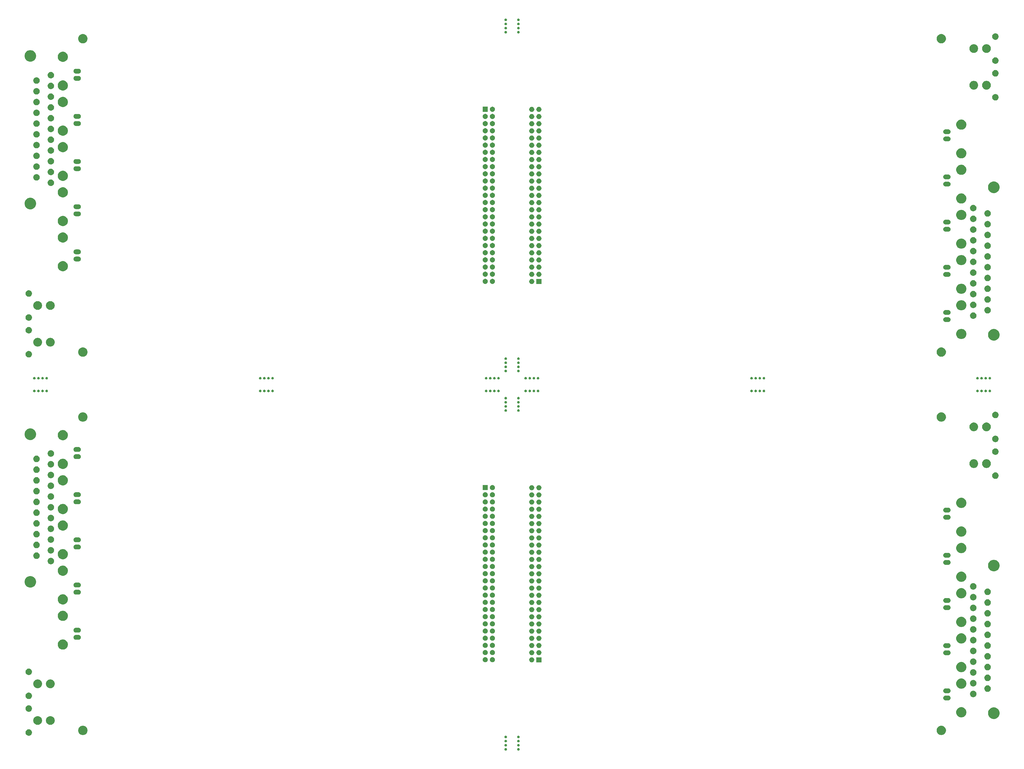
<source format=gbr>
G04 #@! TF.GenerationSoftware,KiCad,Pcbnew,(5.1.5)-2*
G04 #@! TF.CreationDate,2020-07-09T23:44:57+12:00*
G04 #@! TF.ProjectId,output.JVCardx4,6f757470-7574-42e4-9a56-436172647834,rev?*
G04 #@! TF.SameCoordinates,Original*
G04 #@! TF.FileFunction,Soldermask,Bot*
G04 #@! TF.FilePolarity,Negative*
%FSLAX46Y46*%
G04 Gerber Fmt 4.6, Leading zero omitted, Abs format (unit mm)*
G04 Created by KiCad (PCBNEW (5.1.5)-2) date 2020-07-09 23:44:57*
%MOMM*%
%LPD*%
G04 APERTURE LIST*
%ADD10C,0.100000*%
G04 APERTURE END LIST*
D10*
G36*
X114381552Y-270754091D02*
G01*
X114463605Y-270788079D01*
X114463629Y-270788089D01*
X114500813Y-270812935D01*
X114537482Y-270837436D01*
X114537496Y-270837446D01*
X114600314Y-270900264D01*
X114649666Y-270974123D01*
X114649672Y-270974133D01*
X114683669Y-271056208D01*
X114701000Y-271143339D01*
X114701000Y-271232181D01*
X114683669Y-271319312D01*
X114649672Y-271401387D01*
X114600322Y-271475245D01*
X114600314Y-271475256D01*
X114537496Y-271538074D01*
X114463629Y-271587431D01*
X114463628Y-271587432D01*
X114463627Y-271587432D01*
X114381552Y-271621429D01*
X114294421Y-271638760D01*
X114205579Y-271638760D01*
X114118448Y-271621429D01*
X114036373Y-271587432D01*
X114036372Y-271587432D01*
X114036371Y-271587431D01*
X113962504Y-271538074D01*
X113899686Y-271475256D01*
X113899679Y-271475245D01*
X113850328Y-271401387D01*
X113816331Y-271319312D01*
X113799000Y-271232181D01*
X113799000Y-271143339D01*
X113816331Y-271056208D01*
X113850328Y-270974133D01*
X113850335Y-270974123D01*
X113899686Y-270900264D01*
X113962504Y-270837446D01*
X113962519Y-270837436D01*
X113999187Y-270812935D01*
X114036371Y-270788089D01*
X114036395Y-270788079D01*
X114118448Y-270754091D01*
X114205579Y-270736760D01*
X114294421Y-270736760D01*
X114381552Y-270754091D01*
G37*
G36*
X109881552Y-270754081D02*
G01*
X109963627Y-270788078D01*
X109963629Y-270788079D01*
X110000813Y-270812925D01*
X110037495Y-270837435D01*
X110100315Y-270900255D01*
X110149672Y-270974123D01*
X110183669Y-271056198D01*
X110201000Y-271143329D01*
X110201000Y-271232171D01*
X110183669Y-271319302D01*
X110149672Y-271401377D01*
X110149671Y-271401379D01*
X110149664Y-271401389D01*
X110100315Y-271475245D01*
X110037495Y-271538065D01*
X110037480Y-271538075D01*
X109963629Y-271587421D01*
X109963628Y-271587422D01*
X109963627Y-271587422D01*
X109881552Y-271621419D01*
X109794421Y-271638750D01*
X109705579Y-271638750D01*
X109618448Y-271621419D01*
X109536373Y-271587422D01*
X109536372Y-271587422D01*
X109536371Y-271587421D01*
X109462520Y-271538075D01*
X109462505Y-271538065D01*
X109399685Y-271475245D01*
X109350336Y-271401389D01*
X109350329Y-271401379D01*
X109350328Y-271401377D01*
X109316331Y-271319302D01*
X109299000Y-271232171D01*
X109299000Y-271143329D01*
X109316331Y-271056198D01*
X109350328Y-270974123D01*
X109399685Y-270900255D01*
X109462505Y-270837435D01*
X109499187Y-270812925D01*
X109536371Y-270788079D01*
X109536373Y-270788078D01*
X109618448Y-270754081D01*
X109705579Y-270736750D01*
X109794421Y-270736750D01*
X109881552Y-270754081D01*
G37*
G36*
X114381552Y-269295621D02*
G01*
X114463417Y-269329531D01*
X114463629Y-269329619D01*
X114500813Y-269354465D01*
X114537495Y-269378975D01*
X114600315Y-269441795D01*
X114649672Y-269515663D01*
X114683669Y-269597738D01*
X114701000Y-269684869D01*
X114701000Y-269773711D01*
X114683669Y-269860842D01*
X114649708Y-269942830D01*
X114649671Y-269942919D01*
X114600314Y-270016786D01*
X114537496Y-270079604D01*
X114463629Y-270128961D01*
X114463628Y-270128962D01*
X114463627Y-270128962D01*
X114381552Y-270162959D01*
X114294421Y-270180290D01*
X114205579Y-270180290D01*
X114118448Y-270162959D01*
X114036373Y-270128962D01*
X114036372Y-270128962D01*
X114036371Y-270128961D01*
X113962504Y-270079604D01*
X113899686Y-270016786D01*
X113850329Y-269942919D01*
X113850292Y-269942830D01*
X113816331Y-269860842D01*
X113799000Y-269773711D01*
X113799000Y-269684869D01*
X113816331Y-269597738D01*
X113850328Y-269515663D01*
X113899685Y-269441795D01*
X113962505Y-269378975D01*
X113999187Y-269354465D01*
X114036371Y-269329619D01*
X114036583Y-269329531D01*
X114118448Y-269295621D01*
X114205579Y-269278290D01*
X114294421Y-269278290D01*
X114381552Y-269295621D01*
G37*
G36*
X109881552Y-269295534D02*
G01*
X109963627Y-269329531D01*
X109963629Y-269329532D01*
X109963759Y-269329619D01*
X110037495Y-269378888D01*
X110100315Y-269441708D01*
X110149672Y-269515576D01*
X110183669Y-269597651D01*
X110201000Y-269684782D01*
X110201000Y-269773624D01*
X110183669Y-269860755D01*
X110149672Y-269942830D01*
X110100315Y-270016698D01*
X110037495Y-270079518D01*
X110000813Y-270104028D01*
X109963629Y-270128874D01*
X109963628Y-270128875D01*
X109963627Y-270128875D01*
X109881552Y-270162872D01*
X109794421Y-270180203D01*
X109705579Y-270180203D01*
X109618448Y-270162872D01*
X109536373Y-270128875D01*
X109536372Y-270128875D01*
X109536371Y-270128874D01*
X109499187Y-270104028D01*
X109462505Y-270079518D01*
X109399685Y-270016698D01*
X109350328Y-269942830D01*
X109316331Y-269860755D01*
X109299000Y-269773624D01*
X109299000Y-269684782D01*
X109316331Y-269597651D01*
X109350328Y-269515576D01*
X109399685Y-269441708D01*
X109462505Y-269378888D01*
X109536241Y-269329619D01*
X109536371Y-269329532D01*
X109536373Y-269329531D01*
X109618448Y-269295534D01*
X109705579Y-269278203D01*
X109794421Y-269278203D01*
X109881552Y-269295534D01*
G37*
G36*
X114381552Y-267837151D02*
G01*
X114463231Y-267870984D01*
X114463629Y-267871149D01*
X114500813Y-267895995D01*
X114537250Y-267920341D01*
X114537496Y-267920506D01*
X114600314Y-267983324D01*
X114649563Y-268057029D01*
X114649672Y-268057193D01*
X114683669Y-268139268D01*
X114701000Y-268226399D01*
X114701000Y-268315241D01*
X114683669Y-268402372D01*
X114649672Y-268484447D01*
X114600425Y-268558151D01*
X114600314Y-268558316D01*
X114537496Y-268621134D01*
X114463629Y-268670491D01*
X114463628Y-268670492D01*
X114463627Y-268670492D01*
X114381552Y-268704489D01*
X114294421Y-268721820D01*
X114205579Y-268721820D01*
X114118448Y-268704489D01*
X114036373Y-268670492D01*
X114036372Y-268670492D01*
X114036371Y-268670491D01*
X113962504Y-268621134D01*
X113899686Y-268558316D01*
X113899576Y-268558151D01*
X113850328Y-268484447D01*
X113816331Y-268402372D01*
X113799000Y-268315241D01*
X113799000Y-268226399D01*
X113816331Y-268139268D01*
X113850328Y-268057193D01*
X113850438Y-268057029D01*
X113899686Y-267983324D01*
X113962504Y-267920506D01*
X113962751Y-267920341D01*
X113999187Y-267895995D01*
X114036371Y-267871149D01*
X114036769Y-267870984D01*
X114118448Y-267837151D01*
X114205579Y-267819820D01*
X114294421Y-267819820D01*
X114381552Y-267837151D01*
G37*
G36*
X109881552Y-267836987D02*
G01*
X109963627Y-267870984D01*
X109963629Y-267870985D01*
X109963874Y-267871149D01*
X110037495Y-267920341D01*
X110100315Y-267983161D01*
X110149672Y-268057029D01*
X110183669Y-268139104D01*
X110201000Y-268226235D01*
X110201000Y-268315077D01*
X110183669Y-268402208D01*
X110149672Y-268484283D01*
X110149671Y-268484285D01*
X110149561Y-268484449D01*
X110100315Y-268558151D01*
X110037495Y-268620971D01*
X110000813Y-268645481D01*
X109963629Y-268670327D01*
X109963628Y-268670328D01*
X109963627Y-268670328D01*
X109881552Y-268704325D01*
X109794421Y-268721656D01*
X109705579Y-268721656D01*
X109618448Y-268704325D01*
X109536373Y-268670328D01*
X109536372Y-268670328D01*
X109536371Y-268670327D01*
X109499187Y-268645481D01*
X109462505Y-268620971D01*
X109399685Y-268558151D01*
X109350439Y-268484449D01*
X109350329Y-268484285D01*
X109350328Y-268484283D01*
X109316331Y-268402208D01*
X109299000Y-268315077D01*
X109299000Y-268226235D01*
X109316331Y-268139104D01*
X109350328Y-268057029D01*
X109399685Y-267983161D01*
X109462505Y-267920341D01*
X109536126Y-267871149D01*
X109536371Y-267870985D01*
X109536373Y-267870984D01*
X109618448Y-267836987D01*
X109705579Y-267819656D01*
X109794421Y-267819656D01*
X109881552Y-267836987D01*
G37*
G36*
X114381552Y-266378681D02*
G01*
X114463627Y-266412678D01*
X114463629Y-266412679D01*
X114500813Y-266437525D01*
X114537495Y-266462035D01*
X114600315Y-266524855D01*
X114649672Y-266598723D01*
X114683669Y-266680798D01*
X114701000Y-266767929D01*
X114701000Y-266856771D01*
X114683669Y-266943902D01*
X114649772Y-267025736D01*
X114649671Y-267025979D01*
X114600314Y-267099846D01*
X114537496Y-267162664D01*
X114463629Y-267212021D01*
X114463628Y-267212022D01*
X114463627Y-267212022D01*
X114381552Y-267246019D01*
X114294421Y-267263350D01*
X114205579Y-267263350D01*
X114118448Y-267246019D01*
X114036373Y-267212022D01*
X114036372Y-267212022D01*
X114036371Y-267212021D01*
X113962504Y-267162664D01*
X113899686Y-267099846D01*
X113850329Y-267025979D01*
X113850228Y-267025736D01*
X113816331Y-266943902D01*
X113799000Y-266856771D01*
X113799000Y-266767929D01*
X113816331Y-266680798D01*
X113850328Y-266598723D01*
X113899685Y-266524855D01*
X113962505Y-266462035D01*
X113999187Y-266437525D01*
X114036371Y-266412679D01*
X114036373Y-266412678D01*
X114118448Y-266378681D01*
X114205579Y-266361350D01*
X114294421Y-266361350D01*
X114381552Y-266378681D01*
G37*
G36*
X109881552Y-266378440D02*
G01*
X109963627Y-266412437D01*
X109963629Y-266412438D01*
X110000813Y-266437284D01*
X110037495Y-266461794D01*
X110100315Y-266524614D01*
X110149672Y-266598482D01*
X110183669Y-266680557D01*
X110201000Y-266767688D01*
X110201000Y-266856530D01*
X110183669Y-266943661D01*
X110149672Y-267025736D01*
X110100315Y-267099604D01*
X110037495Y-267162424D01*
X110037134Y-267162665D01*
X109963629Y-267211780D01*
X109963628Y-267211781D01*
X109963627Y-267211781D01*
X109881552Y-267245778D01*
X109794421Y-267263109D01*
X109705579Y-267263109D01*
X109618448Y-267245778D01*
X109536373Y-267211781D01*
X109536372Y-267211781D01*
X109536371Y-267211780D01*
X109462866Y-267162665D01*
X109462505Y-267162424D01*
X109399685Y-267099604D01*
X109350328Y-267025736D01*
X109316331Y-266943661D01*
X109299000Y-266856530D01*
X109299000Y-266767688D01*
X109316331Y-266680557D01*
X109350328Y-266598482D01*
X109399685Y-266524614D01*
X109462505Y-266461794D01*
X109499187Y-266437284D01*
X109536371Y-266412438D01*
X109536373Y-266412437D01*
X109618448Y-266378440D01*
X109705579Y-266361109D01*
X109794421Y-266361109D01*
X109881552Y-266378440D01*
G37*
G36*
X-58925451Y-264121116D02*
G01*
X-58814266Y-264143232D01*
X-58604797Y-264229997D01*
X-58416280Y-264355960D01*
X-58255960Y-264516280D01*
X-58129997Y-264704797D01*
X-58043232Y-264914266D01*
X-57999000Y-265136636D01*
X-57999000Y-265363364D01*
X-58043232Y-265585734D01*
X-58129997Y-265795203D01*
X-58255960Y-265983720D01*
X-58416280Y-266144040D01*
X-58604797Y-266270003D01*
X-58814266Y-266356768D01*
X-58923219Y-266378440D01*
X-59036635Y-266401000D01*
X-59263365Y-266401000D01*
X-59376781Y-266378440D01*
X-59485734Y-266356768D01*
X-59695203Y-266270003D01*
X-59883720Y-266144040D01*
X-60044040Y-265983720D01*
X-60170003Y-265795203D01*
X-60256768Y-265585734D01*
X-60301000Y-265363364D01*
X-60301000Y-265136636D01*
X-60256768Y-264914266D01*
X-60170003Y-264704797D01*
X-60044040Y-264516280D01*
X-59883720Y-264355960D01*
X-59695203Y-264229997D01*
X-59485734Y-264143232D01*
X-59374549Y-264121116D01*
X-59263365Y-264099000D01*
X-59036635Y-264099000D01*
X-58925451Y-264121116D01*
G37*
G36*
X264375256Y-262891298D02*
G01*
X264481579Y-262912447D01*
X264782042Y-263036903D01*
X265052451Y-263217585D01*
X265282415Y-263447549D01*
X265282416Y-263447551D01*
X265463098Y-263717960D01*
X265587553Y-264018422D01*
X265651000Y-264337389D01*
X265651000Y-264662611D01*
X265642608Y-264704799D01*
X265587553Y-264981579D01*
X265463097Y-265282042D01*
X265282415Y-265552451D01*
X265052451Y-265782415D01*
X264782042Y-265963097D01*
X264481579Y-266087553D01*
X264375256Y-266108702D01*
X264162611Y-266151000D01*
X263837389Y-266151000D01*
X263624744Y-266108702D01*
X263518421Y-266087553D01*
X263217958Y-265963097D01*
X262947549Y-265782415D01*
X262717585Y-265552451D01*
X262536903Y-265282042D01*
X262412447Y-264981579D01*
X262357392Y-264704799D01*
X262349000Y-264662611D01*
X262349000Y-264337389D01*
X262412447Y-264018422D01*
X262536902Y-263717960D01*
X262717584Y-263447551D01*
X262717585Y-263447549D01*
X262947549Y-263217585D01*
X263217958Y-263036903D01*
X263518421Y-262912447D01*
X263624744Y-262891298D01*
X263837389Y-262849000D01*
X264162611Y-262849000D01*
X264375256Y-262891298D01*
G37*
G36*
X-39624744Y-262891298D02*
G01*
X-39518421Y-262912447D01*
X-39217958Y-263036903D01*
X-38947549Y-263217585D01*
X-38717585Y-263447549D01*
X-38717584Y-263447551D01*
X-38536902Y-263717960D01*
X-38412447Y-264018422D01*
X-38349000Y-264337389D01*
X-38349000Y-264662611D01*
X-38357392Y-264704799D01*
X-38412447Y-264981579D01*
X-38536903Y-265282042D01*
X-38717585Y-265552451D01*
X-38947549Y-265782415D01*
X-39217958Y-265963097D01*
X-39518421Y-266087553D01*
X-39624744Y-266108702D01*
X-39837389Y-266151000D01*
X-40162611Y-266151000D01*
X-40375256Y-266108702D01*
X-40481579Y-266087553D01*
X-40782042Y-265963097D01*
X-41052451Y-265782415D01*
X-41282415Y-265552451D01*
X-41463097Y-265282042D01*
X-41587553Y-264981579D01*
X-41642608Y-264704799D01*
X-41651000Y-264662611D01*
X-41651000Y-264337389D01*
X-41587553Y-264018422D01*
X-41463098Y-263717960D01*
X-41282416Y-263447551D01*
X-41282415Y-263447549D01*
X-41052451Y-263217585D01*
X-40782042Y-263036903D01*
X-40481579Y-262912447D01*
X-40375256Y-262891298D01*
X-40162611Y-262849000D01*
X-39837389Y-262849000D01*
X-39624744Y-262891298D01*
G37*
G36*
X-55697415Y-259478802D02*
G01*
X-55547590Y-259508604D01*
X-55265326Y-259625521D01*
X-55011295Y-259795259D01*
X-54795259Y-260011295D01*
X-54625521Y-260265326D01*
X-54508604Y-260547590D01*
X-54449000Y-260847240D01*
X-54449000Y-261152760D01*
X-54508604Y-261452410D01*
X-54625521Y-261734674D01*
X-54795259Y-261988705D01*
X-55011295Y-262204741D01*
X-55265326Y-262374479D01*
X-55547590Y-262491396D01*
X-55697415Y-262521198D01*
X-55847239Y-262551000D01*
X-56152761Y-262551000D01*
X-56302585Y-262521198D01*
X-56452410Y-262491396D01*
X-56734674Y-262374479D01*
X-56988705Y-262204741D01*
X-57204741Y-261988705D01*
X-57374479Y-261734674D01*
X-57491396Y-261452410D01*
X-57551000Y-261152760D01*
X-57551000Y-260847240D01*
X-57491396Y-260547590D01*
X-57374479Y-260265326D01*
X-57204741Y-260011295D01*
X-56988705Y-259795259D01*
X-56734674Y-259625521D01*
X-56452410Y-259508604D01*
X-56302585Y-259478802D01*
X-56152761Y-259449000D01*
X-55847239Y-259449000D01*
X-55697415Y-259478802D01*
G37*
G36*
X-51197415Y-259478802D02*
G01*
X-51047590Y-259508604D01*
X-50765326Y-259625521D01*
X-50511295Y-259795259D01*
X-50295259Y-260011295D01*
X-50125521Y-260265326D01*
X-50008604Y-260547590D01*
X-49949000Y-260847240D01*
X-49949000Y-261152760D01*
X-50008604Y-261452410D01*
X-50125521Y-261734674D01*
X-50295259Y-261988705D01*
X-50511295Y-262204741D01*
X-50765326Y-262374479D01*
X-51047590Y-262491396D01*
X-51197415Y-262521198D01*
X-51347239Y-262551000D01*
X-51652761Y-262551000D01*
X-51802585Y-262521198D01*
X-51952410Y-262491396D01*
X-52234674Y-262374479D01*
X-52488705Y-262204741D01*
X-52704741Y-261988705D01*
X-52874479Y-261734674D01*
X-52991396Y-261452410D01*
X-53051000Y-261152760D01*
X-53051000Y-260847240D01*
X-52991396Y-260547590D01*
X-52874479Y-260265326D01*
X-52704741Y-260011295D01*
X-52488705Y-259795259D01*
X-52234674Y-259625521D01*
X-51952410Y-259508604D01*
X-51802585Y-259478802D01*
X-51652761Y-259449000D01*
X-51347239Y-259449000D01*
X-51197415Y-259478802D01*
G37*
G36*
X283198254Y-256417818D02*
G01*
X283571511Y-256572426D01*
X283571513Y-256572427D01*
X283667607Y-256636635D01*
X283907436Y-256796884D01*
X284193116Y-257082564D01*
X284417574Y-257418489D01*
X284572182Y-257791746D01*
X284651000Y-258187993D01*
X284651000Y-258592007D01*
X284572182Y-258988254D01*
X284472847Y-259228070D01*
X284417573Y-259361513D01*
X284193116Y-259697436D01*
X283907436Y-259983116D01*
X283571513Y-260207573D01*
X283571512Y-260207574D01*
X283571511Y-260207574D01*
X283198254Y-260362182D01*
X282802007Y-260441000D01*
X282397993Y-260441000D01*
X282001746Y-260362182D01*
X281628489Y-260207574D01*
X281628488Y-260207574D01*
X281628487Y-260207573D01*
X281292564Y-259983116D01*
X281006884Y-259697436D01*
X280782427Y-259361513D01*
X280727153Y-259228070D01*
X280627818Y-258988254D01*
X280549000Y-258592007D01*
X280549000Y-258187993D01*
X280627818Y-257791746D01*
X280782426Y-257418489D01*
X281006884Y-257082564D01*
X281292564Y-256796884D01*
X281532393Y-256636635D01*
X281628487Y-256572427D01*
X281628489Y-256572426D01*
X282001746Y-256417818D01*
X282397993Y-256339000D01*
X282802007Y-256339000D01*
X283198254Y-256417818D01*
G37*
G36*
X271605331Y-256348211D02*
G01*
X271933092Y-256483974D01*
X272228070Y-256681072D01*
X272478928Y-256931930D01*
X272676026Y-257226908D01*
X272811789Y-257554669D01*
X272881000Y-257902616D01*
X272881000Y-258257384D01*
X272811789Y-258605331D01*
X272676026Y-258933092D01*
X272478928Y-259228070D01*
X272228070Y-259478928D01*
X271933092Y-259676026D01*
X271605331Y-259811789D01*
X271257384Y-259881000D01*
X270902616Y-259881000D01*
X270554669Y-259811789D01*
X270226908Y-259676026D01*
X269931930Y-259478928D01*
X269681072Y-259228070D01*
X269483974Y-258933092D01*
X269348211Y-258605331D01*
X269279000Y-258257384D01*
X269279000Y-257902616D01*
X269348211Y-257554669D01*
X269483974Y-257226908D01*
X269681072Y-256931930D01*
X269931930Y-256681072D01*
X270226908Y-256483974D01*
X270554669Y-256348211D01*
X270902616Y-256279000D01*
X271257384Y-256279000D01*
X271605331Y-256348211D01*
G37*
G36*
X-58925451Y-255621116D02*
G01*
X-58814266Y-255643232D01*
X-58604797Y-255729997D01*
X-58416280Y-255855960D01*
X-58255960Y-256016280D01*
X-58129997Y-256204797D01*
X-58043232Y-256414266D01*
X-57999000Y-256636636D01*
X-57999000Y-256863364D01*
X-58043232Y-257085734D01*
X-58129997Y-257295203D01*
X-58255960Y-257483720D01*
X-58416280Y-257644040D01*
X-58604797Y-257770003D01*
X-58814266Y-257856768D01*
X-58925451Y-257878884D01*
X-59036635Y-257901000D01*
X-59263365Y-257901000D01*
X-59374549Y-257878884D01*
X-59485734Y-257856768D01*
X-59695203Y-257770003D01*
X-59883720Y-257644040D01*
X-60044040Y-257483720D01*
X-60170003Y-257295203D01*
X-60256768Y-257085734D01*
X-60301000Y-256863364D01*
X-60301000Y-256636636D01*
X-60256768Y-256414266D01*
X-60170003Y-256204797D01*
X-60044040Y-256016280D01*
X-59883720Y-255855960D01*
X-59695203Y-255729997D01*
X-59485734Y-255643232D01*
X-59374549Y-255621116D01*
X-59263365Y-255599000D01*
X-59036635Y-255599000D01*
X-58925451Y-255621116D01*
G37*
G36*
X266616823Y-252161313D02*
G01*
X266777242Y-252209976D01*
X266909906Y-252280886D01*
X266925078Y-252288996D01*
X267054659Y-252395341D01*
X267161004Y-252524922D01*
X267161005Y-252524924D01*
X267240024Y-252672758D01*
X267288687Y-252833177D01*
X267305117Y-253000000D01*
X267288687Y-253166823D01*
X267240024Y-253327242D01*
X267224242Y-253356768D01*
X267161004Y-253475078D01*
X267054659Y-253604659D01*
X266925078Y-253711004D01*
X266925076Y-253711005D01*
X266777242Y-253790024D01*
X266616823Y-253838687D01*
X266491804Y-253851000D01*
X265508196Y-253851000D01*
X265383177Y-253838687D01*
X265222758Y-253790024D01*
X265074924Y-253711005D01*
X265074922Y-253711004D01*
X264945341Y-253604659D01*
X264838996Y-253475078D01*
X264775758Y-253356768D01*
X264759976Y-253327242D01*
X264711313Y-253166823D01*
X264694883Y-253000000D01*
X264711313Y-252833177D01*
X264759976Y-252672758D01*
X264838995Y-252524924D01*
X264838996Y-252524922D01*
X264945341Y-252395341D01*
X265074922Y-252288996D01*
X265090094Y-252280886D01*
X265222758Y-252209976D01*
X265383177Y-252161313D01*
X265508196Y-252149000D01*
X266491804Y-252149000D01*
X266616823Y-252161313D01*
G37*
G36*
X-58925451Y-251121116D02*
G01*
X-58814266Y-251143232D01*
X-58604797Y-251229997D01*
X-58416280Y-251355960D01*
X-58255960Y-251516280D01*
X-58129997Y-251704797D01*
X-58043232Y-251914266D01*
X-58021116Y-252025451D01*
X-57999000Y-252136635D01*
X-57999000Y-252363365D01*
X-58021116Y-252474549D01*
X-58043232Y-252585734D01*
X-58129997Y-252795203D01*
X-58255960Y-252983720D01*
X-58416280Y-253144040D01*
X-58604797Y-253270003D01*
X-58814266Y-253356768D01*
X-58925451Y-253378884D01*
X-59036635Y-253401000D01*
X-59263365Y-253401000D01*
X-59374549Y-253378884D01*
X-59485734Y-253356768D01*
X-59695203Y-253270003D01*
X-59883720Y-253144040D01*
X-60044040Y-252983720D01*
X-60170003Y-252795203D01*
X-60256768Y-252585734D01*
X-60278884Y-252474549D01*
X-60301000Y-252363365D01*
X-60301000Y-252136635D01*
X-60278884Y-252025451D01*
X-60256768Y-251914266D01*
X-60170003Y-251704797D01*
X-60044040Y-251516280D01*
X-59883720Y-251355960D01*
X-59695203Y-251229997D01*
X-59485734Y-251143232D01*
X-59374549Y-251121116D01*
X-59263365Y-251099000D01*
X-59036635Y-251099000D01*
X-58925451Y-251121116D01*
G37*
G36*
X275544549Y-250456116D02*
G01*
X275655734Y-250478232D01*
X275865203Y-250564997D01*
X276053720Y-250690960D01*
X276214040Y-250851280D01*
X276340003Y-251039797D01*
X276418787Y-251229997D01*
X276426768Y-251249267D01*
X276471000Y-251471635D01*
X276471000Y-251698365D01*
X276469720Y-251704799D01*
X276426768Y-251920734D01*
X276340003Y-252130203D01*
X276214040Y-252318720D01*
X276053720Y-252479040D01*
X275865203Y-252605003D01*
X275655734Y-252691768D01*
X275544549Y-252713884D01*
X275433365Y-252736000D01*
X275206635Y-252736000D01*
X275095451Y-252713884D01*
X274984266Y-252691768D01*
X274774797Y-252605003D01*
X274586280Y-252479040D01*
X274425960Y-252318720D01*
X274299997Y-252130203D01*
X274213232Y-251920734D01*
X274170280Y-251704799D01*
X274169000Y-251698365D01*
X274169000Y-251471635D01*
X274213232Y-251249267D01*
X274221214Y-251229997D01*
X274299997Y-251039797D01*
X274425960Y-250851280D01*
X274586280Y-250690960D01*
X274774797Y-250564997D01*
X274984266Y-250478232D01*
X275095451Y-250456116D01*
X275206635Y-250434000D01*
X275433365Y-250434000D01*
X275544549Y-250456116D01*
G37*
G36*
X266616823Y-249621313D02*
G01*
X266777242Y-249669976D01*
X266872701Y-249721000D01*
X266925078Y-249748996D01*
X267054659Y-249855341D01*
X267161004Y-249984922D01*
X267161005Y-249984924D01*
X267240024Y-250132758D01*
X267288687Y-250293177D01*
X267305117Y-250460000D01*
X267288687Y-250626823D01*
X267240024Y-250787242D01*
X267205795Y-250851280D01*
X267161004Y-250935078D01*
X267054659Y-251064659D01*
X266925078Y-251171004D01*
X266925076Y-251171005D01*
X266777242Y-251250024D01*
X266616823Y-251298687D01*
X266491804Y-251311000D01*
X265508196Y-251311000D01*
X265383177Y-251298687D01*
X265222758Y-251250024D01*
X265074924Y-251171005D01*
X265074922Y-251171004D01*
X264945341Y-251064659D01*
X264838996Y-250935078D01*
X264794205Y-250851280D01*
X264759976Y-250787242D01*
X264711313Y-250626823D01*
X264694883Y-250460000D01*
X264711313Y-250293177D01*
X264759976Y-250132758D01*
X264838995Y-249984924D01*
X264838996Y-249984922D01*
X264945341Y-249855341D01*
X265074922Y-249748996D01*
X265127299Y-249721000D01*
X265222758Y-249669976D01*
X265383177Y-249621313D01*
X265508196Y-249609000D01*
X266491804Y-249609000D01*
X266616823Y-249621313D01*
G37*
G36*
X280624549Y-248551116D02*
G01*
X280735734Y-248573232D01*
X280945203Y-248659997D01*
X281133720Y-248785960D01*
X281294040Y-248946280D01*
X281420003Y-249134797D01*
X281506768Y-249344266D01*
X281551000Y-249566636D01*
X281551000Y-249793364D01*
X281506768Y-250015734D01*
X281420003Y-250225203D01*
X281294040Y-250413720D01*
X281133720Y-250574040D01*
X280945203Y-250700003D01*
X280735734Y-250786768D01*
X280624549Y-250808884D01*
X280513365Y-250831000D01*
X280286635Y-250831000D01*
X280175451Y-250808884D01*
X280064266Y-250786768D01*
X279854797Y-250700003D01*
X279666280Y-250574040D01*
X279505960Y-250413720D01*
X279379997Y-250225203D01*
X279293232Y-250015734D01*
X279249000Y-249793364D01*
X279249000Y-249566636D01*
X279293232Y-249344266D01*
X279379997Y-249134797D01*
X279505960Y-248946280D01*
X279666280Y-248785960D01*
X279854797Y-248659997D01*
X280064266Y-248573232D01*
X280175451Y-248551116D01*
X280286635Y-248529000D01*
X280513365Y-248529000D01*
X280624549Y-248551116D01*
G37*
G36*
X271605331Y-246188211D02*
G01*
X271933092Y-246323974D01*
X272228070Y-246521072D01*
X272478928Y-246771930D01*
X272676026Y-247066908D01*
X272811789Y-247394669D01*
X272881000Y-247742616D01*
X272881000Y-248097384D01*
X272811789Y-248445331D01*
X272676026Y-248773092D01*
X272478928Y-249068070D01*
X272228070Y-249318928D01*
X271933092Y-249516026D01*
X271605331Y-249651789D01*
X271257384Y-249721000D01*
X270902616Y-249721000D01*
X270554669Y-249651789D01*
X270226908Y-249516026D01*
X269931930Y-249318928D01*
X269681072Y-249068070D01*
X269483974Y-248773092D01*
X269348211Y-248445331D01*
X269279000Y-248097384D01*
X269279000Y-247742616D01*
X269348211Y-247394669D01*
X269483974Y-247066908D01*
X269681072Y-246771930D01*
X269931930Y-246521072D01*
X270226908Y-246323974D01*
X270554669Y-246188211D01*
X270902616Y-246119000D01*
X271257384Y-246119000D01*
X271605331Y-246188211D01*
G37*
G36*
X-55697415Y-246478802D02*
G01*
X-55547590Y-246508604D01*
X-55265326Y-246625521D01*
X-55011295Y-246795259D01*
X-54795259Y-247011295D01*
X-54625521Y-247265326D01*
X-54508604Y-247547590D01*
X-54449000Y-247847240D01*
X-54449000Y-248152760D01*
X-54508604Y-248452410D01*
X-54625521Y-248734674D01*
X-54795259Y-248988705D01*
X-55011295Y-249204741D01*
X-55265326Y-249374479D01*
X-55547590Y-249491396D01*
X-55671409Y-249516025D01*
X-55847239Y-249551000D01*
X-56152761Y-249551000D01*
X-56328591Y-249516025D01*
X-56452410Y-249491396D01*
X-56734674Y-249374479D01*
X-56988705Y-249204741D01*
X-57204741Y-248988705D01*
X-57374479Y-248734674D01*
X-57491396Y-248452410D01*
X-57551000Y-248152760D01*
X-57551000Y-247847240D01*
X-57491396Y-247547590D01*
X-57374479Y-247265326D01*
X-57204741Y-247011295D01*
X-56988705Y-246795259D01*
X-56734674Y-246625521D01*
X-56452410Y-246508604D01*
X-56302585Y-246478802D01*
X-56152761Y-246449000D01*
X-55847239Y-246449000D01*
X-55697415Y-246478802D01*
G37*
G36*
X-51197415Y-246478802D02*
G01*
X-51047590Y-246508604D01*
X-50765326Y-246625521D01*
X-50511295Y-246795259D01*
X-50295259Y-247011295D01*
X-50125521Y-247265326D01*
X-50008604Y-247547590D01*
X-49949000Y-247847240D01*
X-49949000Y-248152760D01*
X-50008604Y-248452410D01*
X-50125521Y-248734674D01*
X-50295259Y-248988705D01*
X-50511295Y-249204741D01*
X-50765326Y-249374479D01*
X-51047590Y-249491396D01*
X-51171409Y-249516025D01*
X-51347239Y-249551000D01*
X-51652761Y-249551000D01*
X-51828591Y-249516025D01*
X-51952410Y-249491396D01*
X-52234674Y-249374479D01*
X-52488705Y-249204741D01*
X-52704741Y-248988705D01*
X-52874479Y-248734674D01*
X-52991396Y-248452410D01*
X-53051000Y-248152760D01*
X-53051000Y-247847240D01*
X-52991396Y-247547590D01*
X-52874479Y-247265326D01*
X-52704741Y-247011295D01*
X-52488705Y-246795259D01*
X-52234674Y-246625521D01*
X-51952410Y-246508604D01*
X-51802585Y-246478802D01*
X-51652761Y-246449000D01*
X-51347239Y-246449000D01*
X-51197415Y-246478802D01*
G37*
G36*
X275544549Y-246646116D02*
G01*
X275655734Y-246668232D01*
X275865203Y-246754997D01*
X276053720Y-246880960D01*
X276214040Y-247041280D01*
X276340003Y-247229797D01*
X276340004Y-247229799D01*
X276365416Y-247291150D01*
X276426768Y-247439266D01*
X276471000Y-247661636D01*
X276471000Y-247888364D01*
X276426768Y-248110734D01*
X276340003Y-248320203D01*
X276214040Y-248508720D01*
X276053720Y-248669040D01*
X275865203Y-248795003D01*
X275655734Y-248881768D01*
X275544549Y-248903884D01*
X275433365Y-248926000D01*
X275206635Y-248926000D01*
X275095451Y-248903884D01*
X274984266Y-248881768D01*
X274774797Y-248795003D01*
X274586280Y-248669040D01*
X274425960Y-248508720D01*
X274299997Y-248320203D01*
X274213232Y-248110734D01*
X274169000Y-247888364D01*
X274169000Y-247661636D01*
X274213232Y-247439266D01*
X274274584Y-247291150D01*
X274299996Y-247229799D01*
X274299997Y-247229797D01*
X274425960Y-247041280D01*
X274586280Y-246880960D01*
X274774797Y-246754997D01*
X274984266Y-246668232D01*
X275095451Y-246646116D01*
X275206635Y-246624000D01*
X275433365Y-246624000D01*
X275544549Y-246646116D01*
G37*
G36*
X280624549Y-244741116D02*
G01*
X280735734Y-244763232D01*
X280945203Y-244849997D01*
X281133720Y-244975960D01*
X281294040Y-245136280D01*
X281420003Y-245324797D01*
X281506768Y-245534266D01*
X281551000Y-245756636D01*
X281551000Y-245983364D01*
X281506768Y-246205734D01*
X281420003Y-246415203D01*
X281294040Y-246603720D01*
X281133720Y-246764040D01*
X280945203Y-246890003D01*
X280735734Y-246976768D01*
X280624549Y-246998884D01*
X280513365Y-247021000D01*
X280286635Y-247021000D01*
X280175451Y-246998884D01*
X280064266Y-246976768D01*
X279854797Y-246890003D01*
X279666280Y-246764040D01*
X279505960Y-246603720D01*
X279379997Y-246415203D01*
X279293232Y-246205734D01*
X279249000Y-245983364D01*
X279249000Y-245756636D01*
X279293232Y-245534266D01*
X279379997Y-245324797D01*
X279505960Y-245136280D01*
X279666280Y-244975960D01*
X279854797Y-244849997D01*
X280064266Y-244763232D01*
X280175451Y-244741116D01*
X280286635Y-244719000D01*
X280513365Y-244719000D01*
X280624549Y-244741116D01*
G37*
G36*
X275544549Y-242836116D02*
G01*
X275655734Y-242858232D01*
X275865203Y-242944997D01*
X276053720Y-243070960D01*
X276214040Y-243231280D01*
X276340003Y-243419797D01*
X276426768Y-243629266D01*
X276471000Y-243851636D01*
X276471000Y-244078364D01*
X276426768Y-244300734D01*
X276340003Y-244510203D01*
X276214040Y-244698720D01*
X276053720Y-244859040D01*
X275865203Y-244985003D01*
X275655734Y-245071768D01*
X275544549Y-245093884D01*
X275433365Y-245116000D01*
X275206635Y-245116000D01*
X275095451Y-245093884D01*
X274984266Y-245071768D01*
X274774797Y-244985003D01*
X274586280Y-244859040D01*
X274425960Y-244698720D01*
X274299997Y-244510203D01*
X274213232Y-244300734D01*
X274169000Y-244078364D01*
X274169000Y-243851636D01*
X274213232Y-243629266D01*
X274299997Y-243419797D01*
X274425960Y-243231280D01*
X274586280Y-243070960D01*
X274774797Y-242944997D01*
X274984266Y-242858232D01*
X275095451Y-242836116D01*
X275206635Y-242814000D01*
X275433365Y-242814000D01*
X275544549Y-242836116D01*
G37*
G36*
X-58925451Y-242621116D02*
G01*
X-58814266Y-242643232D01*
X-58604797Y-242729997D01*
X-58416280Y-242855960D01*
X-58255960Y-243016280D01*
X-58129997Y-243204797D01*
X-58129996Y-243204799D01*
X-58120357Y-243228070D01*
X-58043232Y-243414266D01*
X-57999000Y-243636636D01*
X-57999000Y-243863364D01*
X-58043232Y-244085734D01*
X-58129997Y-244295203D01*
X-58255960Y-244483720D01*
X-58416280Y-244644040D01*
X-58604797Y-244770003D01*
X-58814266Y-244856768D01*
X-58925451Y-244878884D01*
X-59036635Y-244901000D01*
X-59263365Y-244901000D01*
X-59374549Y-244878884D01*
X-59485734Y-244856768D01*
X-59695203Y-244770003D01*
X-59883720Y-244644040D01*
X-60044040Y-244483720D01*
X-60170003Y-244295203D01*
X-60256768Y-244085734D01*
X-60301000Y-243863364D01*
X-60301000Y-243636636D01*
X-60256768Y-243414266D01*
X-60179643Y-243228070D01*
X-60170004Y-243204799D01*
X-60170003Y-243204797D01*
X-60044040Y-243016280D01*
X-59883720Y-242855960D01*
X-59695203Y-242729997D01*
X-59485734Y-242643232D01*
X-59374549Y-242621116D01*
X-59263365Y-242599000D01*
X-59036635Y-242599000D01*
X-58925451Y-242621116D01*
G37*
G36*
X271605331Y-240348211D02*
G01*
X271933092Y-240483974D01*
X272228070Y-240681072D01*
X272478928Y-240931930D01*
X272676026Y-241226908D01*
X272811789Y-241554669D01*
X272881000Y-241902616D01*
X272881000Y-242257384D01*
X272811789Y-242605331D01*
X272676026Y-242933092D01*
X272478928Y-243228070D01*
X272228070Y-243478928D01*
X271933092Y-243676026D01*
X271605331Y-243811789D01*
X271257384Y-243881000D01*
X270902616Y-243881000D01*
X270554669Y-243811789D01*
X270226908Y-243676026D01*
X269931930Y-243478928D01*
X269681072Y-243228070D01*
X269483974Y-242933092D01*
X269348211Y-242605331D01*
X269279000Y-242257384D01*
X269279000Y-241902616D01*
X269348211Y-241554669D01*
X269483974Y-241226908D01*
X269681072Y-240931930D01*
X269931930Y-240681072D01*
X270226908Y-240483974D01*
X270554669Y-240348211D01*
X270902616Y-240279000D01*
X271257384Y-240279000D01*
X271605331Y-240348211D01*
G37*
G36*
X280624549Y-240931116D02*
G01*
X280735734Y-240953232D01*
X280945203Y-241039997D01*
X281133720Y-241165960D01*
X281294040Y-241326280D01*
X281420003Y-241514797D01*
X281420004Y-241514799D01*
X281506768Y-241724267D01*
X281551000Y-241946635D01*
X281551000Y-242173365D01*
X281506768Y-242395733D01*
X281422573Y-242599000D01*
X281420003Y-242605203D01*
X281294040Y-242793720D01*
X281133720Y-242954040D01*
X280945203Y-243080003D01*
X280735734Y-243166768D01*
X280624549Y-243188884D01*
X280513365Y-243211000D01*
X280286635Y-243211000D01*
X280175451Y-243188884D01*
X280064266Y-243166768D01*
X279854797Y-243080003D01*
X279666280Y-242954040D01*
X279505960Y-242793720D01*
X279379997Y-242605203D01*
X279377428Y-242599000D01*
X279293232Y-242395733D01*
X279249000Y-242173365D01*
X279249000Y-241946635D01*
X279293232Y-241724267D01*
X279379996Y-241514799D01*
X279379997Y-241514797D01*
X279505960Y-241326280D01*
X279666280Y-241165960D01*
X279854797Y-241039997D01*
X280064266Y-240953232D01*
X280175451Y-240931116D01*
X280286635Y-240909000D01*
X280513365Y-240909000D01*
X280624549Y-240931116D01*
G37*
G36*
X275544549Y-239026116D02*
G01*
X275655734Y-239048232D01*
X275865203Y-239134997D01*
X276053720Y-239260960D01*
X276214040Y-239421280D01*
X276340003Y-239609797D01*
X276403384Y-239762811D01*
X276426768Y-239819267D01*
X276471000Y-240041635D01*
X276471000Y-240268365D01*
X276455117Y-240348212D01*
X276426768Y-240490734D01*
X276340003Y-240700203D01*
X276214040Y-240888720D01*
X276053720Y-241049040D01*
X275865203Y-241175003D01*
X275655734Y-241261768D01*
X275544549Y-241283884D01*
X275433365Y-241306000D01*
X275206635Y-241306000D01*
X275095451Y-241283884D01*
X274984266Y-241261768D01*
X274774797Y-241175003D01*
X274586280Y-241049040D01*
X274425960Y-240888720D01*
X274299997Y-240700203D01*
X274213232Y-240490734D01*
X274184883Y-240348212D01*
X274169000Y-240268365D01*
X274169000Y-240041635D01*
X274213232Y-239819267D01*
X274236617Y-239762811D01*
X274299997Y-239609797D01*
X274425960Y-239421280D01*
X274586280Y-239260960D01*
X274774797Y-239134997D01*
X274984266Y-239048232D01*
X275095451Y-239026116D01*
X275206635Y-239004000D01*
X275433365Y-239004000D01*
X275544549Y-239026116D01*
G37*
G36*
X119073512Y-238603927D02*
G01*
X119222812Y-238633624D01*
X119386784Y-238701544D01*
X119534354Y-238800147D01*
X119659853Y-238925646D01*
X119758456Y-239073216D01*
X119826376Y-239237188D01*
X119853044Y-239371259D01*
X119858960Y-239401000D01*
X119861000Y-239411259D01*
X119861000Y-239588741D01*
X119826376Y-239762812D01*
X119758456Y-239926784D01*
X119659853Y-240074354D01*
X119534354Y-240199853D01*
X119386784Y-240298456D01*
X119222812Y-240366376D01*
X119073512Y-240396073D01*
X119048742Y-240401000D01*
X118871258Y-240401000D01*
X118846488Y-240396073D01*
X118697188Y-240366376D01*
X118533216Y-240298456D01*
X118385646Y-240199853D01*
X118260147Y-240074354D01*
X118161544Y-239926784D01*
X118093624Y-239762812D01*
X118059000Y-239588741D01*
X118059000Y-239411259D01*
X118061041Y-239401000D01*
X118066956Y-239371259D01*
X118093624Y-239237188D01*
X118161544Y-239073216D01*
X118260147Y-238925646D01*
X118385646Y-238800147D01*
X118533216Y-238701544D01*
X118697188Y-238633624D01*
X118846488Y-238603927D01*
X118871258Y-238599000D01*
X119048742Y-238599000D01*
X119073512Y-238603927D01*
G37*
G36*
X122401000Y-240401000D02*
G01*
X120599000Y-240401000D01*
X120599000Y-238599000D01*
X122401000Y-238599000D01*
X122401000Y-240401000D01*
G37*
G36*
X105153512Y-238563927D02*
G01*
X105302812Y-238593624D01*
X105466784Y-238661544D01*
X105614354Y-238760147D01*
X105739853Y-238885646D01*
X105838456Y-239033216D01*
X105906376Y-239197188D01*
X105941000Y-239371259D01*
X105941000Y-239548741D01*
X105906376Y-239722812D01*
X105838456Y-239886784D01*
X105739853Y-240034354D01*
X105614354Y-240159853D01*
X105466784Y-240258456D01*
X105302812Y-240326376D01*
X105153512Y-240356073D01*
X105128742Y-240361000D01*
X104951258Y-240361000D01*
X104926488Y-240356073D01*
X104777188Y-240326376D01*
X104613216Y-240258456D01*
X104465646Y-240159853D01*
X104340147Y-240034354D01*
X104241544Y-239886784D01*
X104173624Y-239722812D01*
X104139000Y-239548741D01*
X104139000Y-239371259D01*
X104173624Y-239197188D01*
X104241544Y-239033216D01*
X104340147Y-238885646D01*
X104465646Y-238760147D01*
X104613216Y-238661544D01*
X104777188Y-238593624D01*
X104926488Y-238563927D01*
X104951258Y-238559000D01*
X105128742Y-238559000D01*
X105153512Y-238563927D01*
G37*
G36*
X102613512Y-238563927D02*
G01*
X102762812Y-238593624D01*
X102926784Y-238661544D01*
X103074354Y-238760147D01*
X103199853Y-238885646D01*
X103298456Y-239033216D01*
X103366376Y-239197188D01*
X103401000Y-239371259D01*
X103401000Y-239548741D01*
X103366376Y-239722812D01*
X103298456Y-239886784D01*
X103199853Y-240034354D01*
X103074354Y-240159853D01*
X102926784Y-240258456D01*
X102762812Y-240326376D01*
X102613512Y-240356073D01*
X102588742Y-240361000D01*
X102411258Y-240361000D01*
X102386488Y-240356073D01*
X102237188Y-240326376D01*
X102073216Y-240258456D01*
X101925646Y-240159853D01*
X101800147Y-240034354D01*
X101701544Y-239886784D01*
X101633624Y-239722812D01*
X101599000Y-239548741D01*
X101599000Y-239371259D01*
X101633624Y-239197188D01*
X101701544Y-239033216D01*
X101800147Y-238885646D01*
X101925646Y-238760147D01*
X102073216Y-238661544D01*
X102237188Y-238593624D01*
X102386488Y-238563927D01*
X102411258Y-238559000D01*
X102588742Y-238559000D01*
X102613512Y-238563927D01*
G37*
G36*
X280624549Y-237121116D02*
G01*
X280735734Y-237143232D01*
X280792692Y-237166825D01*
X280927855Y-237222811D01*
X280945203Y-237229997D01*
X281133720Y-237355960D01*
X281294040Y-237516280D01*
X281389972Y-237659853D01*
X281420004Y-237704799D01*
X281425661Y-237718456D01*
X281506768Y-237914266D01*
X281551000Y-238136636D01*
X281551000Y-238363364D01*
X281506768Y-238585734D01*
X281420003Y-238795203D01*
X281294040Y-238983720D01*
X281133720Y-239144040D01*
X280945203Y-239270003D01*
X280735734Y-239356768D01*
X280624549Y-239378884D01*
X280513365Y-239401000D01*
X280286635Y-239401000D01*
X280175451Y-239378884D01*
X280064266Y-239356768D01*
X279854797Y-239270003D01*
X279666280Y-239144040D01*
X279505960Y-238983720D01*
X279379997Y-238795203D01*
X279293232Y-238585734D01*
X279249000Y-238363364D01*
X279249000Y-238136636D01*
X279293232Y-237914266D01*
X279374339Y-237718456D01*
X279379996Y-237704799D01*
X279410028Y-237659853D01*
X279505960Y-237516280D01*
X279666280Y-237355960D01*
X279854797Y-237229997D01*
X279872146Y-237222811D01*
X280007308Y-237166825D01*
X280064266Y-237143232D01*
X280175451Y-237121116D01*
X280286635Y-237099000D01*
X280513365Y-237099000D01*
X280624549Y-237121116D01*
G37*
G36*
X121613512Y-236063927D02*
G01*
X121762812Y-236093624D01*
X121926784Y-236161544D01*
X122074354Y-236260147D01*
X122199853Y-236385646D01*
X122298456Y-236533216D01*
X122366376Y-236697188D01*
X122401000Y-236871259D01*
X122401000Y-237048741D01*
X122366376Y-237222812D01*
X122298456Y-237386784D01*
X122199853Y-237534354D01*
X122074354Y-237659853D01*
X121926784Y-237758456D01*
X121762812Y-237826376D01*
X121613512Y-237856073D01*
X121588742Y-237861000D01*
X121411258Y-237861000D01*
X121386488Y-237856073D01*
X121237188Y-237826376D01*
X121073216Y-237758456D01*
X120925646Y-237659853D01*
X120800147Y-237534354D01*
X120701544Y-237386784D01*
X120633624Y-237222812D01*
X120599000Y-237048741D01*
X120599000Y-236871259D01*
X120633624Y-236697188D01*
X120701544Y-236533216D01*
X120800147Y-236385646D01*
X120925646Y-236260147D01*
X121073216Y-236161544D01*
X121237188Y-236093624D01*
X121386488Y-236063927D01*
X121411258Y-236059000D01*
X121588742Y-236059000D01*
X121613512Y-236063927D01*
G37*
G36*
X119073512Y-236063927D02*
G01*
X119222812Y-236093624D01*
X119386784Y-236161544D01*
X119534354Y-236260147D01*
X119659853Y-236385646D01*
X119758456Y-236533216D01*
X119826376Y-236697188D01*
X119861000Y-236871259D01*
X119861000Y-237048741D01*
X119826376Y-237222812D01*
X119758456Y-237386784D01*
X119659853Y-237534354D01*
X119534354Y-237659853D01*
X119386784Y-237758456D01*
X119222812Y-237826376D01*
X119073512Y-237856073D01*
X119048742Y-237861000D01*
X118871258Y-237861000D01*
X118846488Y-237856073D01*
X118697188Y-237826376D01*
X118533216Y-237758456D01*
X118385646Y-237659853D01*
X118260147Y-237534354D01*
X118161544Y-237386784D01*
X118093624Y-237222812D01*
X118059000Y-237048741D01*
X118059000Y-236871259D01*
X118093624Y-236697188D01*
X118161544Y-236533216D01*
X118260147Y-236385646D01*
X118385646Y-236260147D01*
X118533216Y-236161544D01*
X118697188Y-236093624D01*
X118846488Y-236063927D01*
X118871258Y-236059000D01*
X119048742Y-236059000D01*
X119073512Y-236063927D01*
G37*
G36*
X266616823Y-236161313D02*
G01*
X266777242Y-236209976D01*
X266871105Y-236260147D01*
X266925078Y-236288996D01*
X267054659Y-236395341D01*
X267161004Y-236524922D01*
X267161005Y-236524924D01*
X267240024Y-236672758D01*
X267288687Y-236833177D01*
X267305117Y-237000000D01*
X267288687Y-237166823D01*
X267240024Y-237327242D01*
X267208199Y-237386782D01*
X267161004Y-237475078D01*
X267054659Y-237604659D01*
X266925078Y-237711004D01*
X266925076Y-237711005D01*
X266777242Y-237790024D01*
X266616823Y-237838687D01*
X266491804Y-237851000D01*
X265508196Y-237851000D01*
X265383177Y-237838687D01*
X265222758Y-237790024D01*
X265074924Y-237711005D01*
X265074922Y-237711004D01*
X264945341Y-237604659D01*
X264838996Y-237475078D01*
X264791801Y-237386782D01*
X264759976Y-237327242D01*
X264711313Y-237166823D01*
X264694883Y-237000000D01*
X264711313Y-236833177D01*
X264759976Y-236672758D01*
X264838995Y-236524924D01*
X264838996Y-236524922D01*
X264945341Y-236395341D01*
X265074922Y-236288996D01*
X265128895Y-236260147D01*
X265222758Y-236209976D01*
X265383177Y-236161313D01*
X265508196Y-236149000D01*
X266491804Y-236149000D01*
X266616823Y-236161313D01*
G37*
G36*
X102613512Y-236023927D02*
G01*
X102762812Y-236053624D01*
X102926784Y-236121544D01*
X103074354Y-236220147D01*
X103199853Y-236345646D01*
X103298456Y-236493216D01*
X103366376Y-236657188D01*
X103401000Y-236831259D01*
X103401000Y-237008741D01*
X103366376Y-237182812D01*
X103298456Y-237346784D01*
X103199853Y-237494354D01*
X103074354Y-237619853D01*
X102926784Y-237718456D01*
X102762812Y-237786376D01*
X102613512Y-237816073D01*
X102588742Y-237821000D01*
X102411258Y-237821000D01*
X102386488Y-237816073D01*
X102237188Y-237786376D01*
X102073216Y-237718456D01*
X101925646Y-237619853D01*
X101800147Y-237494354D01*
X101701544Y-237346784D01*
X101633624Y-237182812D01*
X101599000Y-237008741D01*
X101599000Y-236831259D01*
X101633624Y-236657188D01*
X101701544Y-236493216D01*
X101800147Y-236345646D01*
X101925646Y-236220147D01*
X102073216Y-236121544D01*
X102237188Y-236053624D01*
X102386488Y-236023927D01*
X102411258Y-236019000D01*
X102588742Y-236019000D01*
X102613512Y-236023927D01*
G37*
G36*
X105153512Y-236023927D02*
G01*
X105302812Y-236053624D01*
X105466784Y-236121544D01*
X105614354Y-236220147D01*
X105739853Y-236345646D01*
X105838456Y-236493216D01*
X105906376Y-236657188D01*
X105941000Y-236831259D01*
X105941000Y-237008741D01*
X105906376Y-237182812D01*
X105838456Y-237346784D01*
X105739853Y-237494354D01*
X105614354Y-237619853D01*
X105466784Y-237718456D01*
X105302812Y-237786376D01*
X105153512Y-237816073D01*
X105128742Y-237821000D01*
X104951258Y-237821000D01*
X104926488Y-237816073D01*
X104777188Y-237786376D01*
X104613216Y-237718456D01*
X104465646Y-237619853D01*
X104340147Y-237494354D01*
X104241544Y-237346784D01*
X104173624Y-237182812D01*
X104139000Y-237008741D01*
X104139000Y-236831259D01*
X104173624Y-236657188D01*
X104241544Y-236493216D01*
X104340147Y-236345646D01*
X104465646Y-236220147D01*
X104613216Y-236121544D01*
X104777188Y-236053624D01*
X104926488Y-236023927D01*
X104951258Y-236019000D01*
X105128742Y-236019000D01*
X105153512Y-236023927D01*
G37*
G36*
X275544549Y-235216116D02*
G01*
X275655734Y-235238232D01*
X275758985Y-235281000D01*
X275855554Y-235321000D01*
X275865203Y-235324997D01*
X276053720Y-235450960D01*
X276214040Y-235611280D01*
X276340003Y-235799797D01*
X276426768Y-236009266D01*
X276436661Y-236059000D01*
X276471000Y-236231635D01*
X276471000Y-236458365D01*
X276456111Y-236533216D01*
X276426768Y-236680734D01*
X276340003Y-236890203D01*
X276214040Y-237078720D01*
X276053720Y-237239040D01*
X275865203Y-237365003D01*
X275655734Y-237451768D01*
X275544549Y-237473884D01*
X275433365Y-237496000D01*
X275206635Y-237496000D01*
X275095451Y-237473884D01*
X274984266Y-237451768D01*
X274774797Y-237365003D01*
X274586280Y-237239040D01*
X274425960Y-237078720D01*
X274299997Y-236890203D01*
X274213232Y-236680734D01*
X274183889Y-236533216D01*
X274169000Y-236458365D01*
X274169000Y-236231635D01*
X274203339Y-236059000D01*
X274213232Y-236009266D01*
X274299997Y-235799797D01*
X274425960Y-235611280D01*
X274586280Y-235450960D01*
X274774797Y-235324997D01*
X274784447Y-235321000D01*
X274881015Y-235281000D01*
X274984266Y-235238232D01*
X275095451Y-235216116D01*
X275206635Y-235194000D01*
X275433365Y-235194000D01*
X275544549Y-235216116D01*
G37*
G36*
X-46554669Y-232348211D02*
G01*
X-46226908Y-232483974D01*
X-45931930Y-232681072D01*
X-45681072Y-232931930D01*
X-45483974Y-233226908D01*
X-45348211Y-233554669D01*
X-45279000Y-233902616D01*
X-45279000Y-234257384D01*
X-45348211Y-234605331D01*
X-45483974Y-234933092D01*
X-45681072Y-235228070D01*
X-45931930Y-235478928D01*
X-46226908Y-235676026D01*
X-46554669Y-235811789D01*
X-46902616Y-235881000D01*
X-47257384Y-235881000D01*
X-47605331Y-235811789D01*
X-47933092Y-235676026D01*
X-48228070Y-235478928D01*
X-48478928Y-235228070D01*
X-48676026Y-234933092D01*
X-48811789Y-234605331D01*
X-48881000Y-234257384D01*
X-48881000Y-233902616D01*
X-48811789Y-233554669D01*
X-48676026Y-233226908D01*
X-48478928Y-232931930D01*
X-48228070Y-232681072D01*
X-47933092Y-232483974D01*
X-47605331Y-232348211D01*
X-47257384Y-232279000D01*
X-46902616Y-232279000D01*
X-46554669Y-232348211D01*
G37*
G36*
X280624549Y-233311116D02*
G01*
X280735734Y-233333232D01*
X280945203Y-233419997D01*
X281133720Y-233545960D01*
X281294040Y-233706280D01*
X281420003Y-233894797D01*
X281506768Y-234104266D01*
X281551000Y-234326636D01*
X281551000Y-234553364D01*
X281506768Y-234775734D01*
X281477339Y-234846782D01*
X281440766Y-234935078D01*
X281420003Y-234985203D01*
X281294040Y-235173720D01*
X281133720Y-235334040D01*
X280945203Y-235460003D01*
X280735734Y-235546768D01*
X280624549Y-235568884D01*
X280513365Y-235591000D01*
X280286635Y-235591000D01*
X280175451Y-235568884D01*
X280064266Y-235546768D01*
X279854797Y-235460003D01*
X279666280Y-235334040D01*
X279505960Y-235173720D01*
X279379997Y-234985203D01*
X279359235Y-234935078D01*
X279322661Y-234846782D01*
X279293232Y-234775734D01*
X279249000Y-234553364D01*
X279249000Y-234326636D01*
X279293232Y-234104266D01*
X279379997Y-233894797D01*
X279505960Y-233706280D01*
X279666280Y-233545960D01*
X279854797Y-233419997D01*
X280064266Y-233333232D01*
X280175451Y-233311116D01*
X280286635Y-233289000D01*
X280513365Y-233289000D01*
X280624549Y-233311116D01*
G37*
G36*
X121613512Y-233523927D02*
G01*
X121762812Y-233553624D01*
X121926784Y-233621544D01*
X122074354Y-233720147D01*
X122199853Y-233845646D01*
X122298456Y-233993216D01*
X122366376Y-234157188D01*
X122393044Y-234291259D01*
X122400081Y-234326636D01*
X122401000Y-234331259D01*
X122401000Y-234508741D01*
X122366376Y-234682812D01*
X122298456Y-234846784D01*
X122199853Y-234994354D01*
X122074354Y-235119853D01*
X121926784Y-235218456D01*
X121762812Y-235286376D01*
X121613512Y-235316073D01*
X121588742Y-235321000D01*
X121411258Y-235321000D01*
X121386488Y-235316073D01*
X121237188Y-235286376D01*
X121073216Y-235218456D01*
X120925646Y-235119853D01*
X120800147Y-234994354D01*
X120701544Y-234846784D01*
X120633624Y-234682812D01*
X120599000Y-234508741D01*
X120599000Y-234331259D01*
X120599920Y-234326636D01*
X120606956Y-234291259D01*
X120633624Y-234157188D01*
X120701544Y-233993216D01*
X120800147Y-233845646D01*
X120925646Y-233720147D01*
X121073216Y-233621544D01*
X121237188Y-233553624D01*
X121386488Y-233523927D01*
X121411258Y-233519000D01*
X121588742Y-233519000D01*
X121613512Y-233523927D01*
G37*
G36*
X119073512Y-233523927D02*
G01*
X119222812Y-233553624D01*
X119386784Y-233621544D01*
X119534354Y-233720147D01*
X119659853Y-233845646D01*
X119758456Y-233993216D01*
X119826376Y-234157188D01*
X119853044Y-234291259D01*
X119860081Y-234326636D01*
X119861000Y-234331259D01*
X119861000Y-234508741D01*
X119826376Y-234682812D01*
X119758456Y-234846784D01*
X119659853Y-234994354D01*
X119534354Y-235119853D01*
X119386784Y-235218456D01*
X119222812Y-235286376D01*
X119073512Y-235316073D01*
X119048742Y-235321000D01*
X118871258Y-235321000D01*
X118846488Y-235316073D01*
X118697188Y-235286376D01*
X118533216Y-235218456D01*
X118385646Y-235119853D01*
X118260147Y-234994354D01*
X118161544Y-234846784D01*
X118093624Y-234682812D01*
X118059000Y-234508741D01*
X118059000Y-234331259D01*
X118059920Y-234326636D01*
X118066956Y-234291259D01*
X118093624Y-234157188D01*
X118161544Y-233993216D01*
X118260147Y-233845646D01*
X118385646Y-233720147D01*
X118533216Y-233621544D01*
X118697188Y-233553624D01*
X118846488Y-233523927D01*
X118871258Y-233519000D01*
X119048742Y-233519000D01*
X119073512Y-233523927D01*
G37*
G36*
X266616823Y-233621313D02*
G01*
X266777242Y-233669976D01*
X266871105Y-233720147D01*
X266925078Y-233748996D01*
X267054659Y-233855341D01*
X267161004Y-233984922D01*
X267161005Y-233984924D01*
X267240024Y-234132758D01*
X267288687Y-234293177D01*
X267305117Y-234460000D01*
X267288687Y-234626823D01*
X267240024Y-234787242D01*
X267208199Y-234846782D01*
X267161004Y-234935078D01*
X267054659Y-235064659D01*
X266925078Y-235171004D01*
X266919997Y-235173720D01*
X266777242Y-235250024D01*
X266616823Y-235298687D01*
X266491804Y-235311000D01*
X265508196Y-235311000D01*
X265383177Y-235298687D01*
X265222758Y-235250024D01*
X265080003Y-235173720D01*
X265074922Y-235171004D01*
X264945341Y-235064659D01*
X264838996Y-234935078D01*
X264791801Y-234846782D01*
X264759976Y-234787242D01*
X264711313Y-234626823D01*
X264694883Y-234460000D01*
X264711313Y-234293177D01*
X264759976Y-234132758D01*
X264838995Y-233984924D01*
X264838996Y-233984922D01*
X264945341Y-233855341D01*
X265074922Y-233748996D01*
X265128895Y-233720147D01*
X265222758Y-233669976D01*
X265383177Y-233621313D01*
X265508196Y-233609000D01*
X266491804Y-233609000D01*
X266616823Y-233621313D01*
G37*
G36*
X102613512Y-233483927D02*
G01*
X102762812Y-233513624D01*
X102926784Y-233581544D01*
X103074354Y-233680147D01*
X103199853Y-233805646D01*
X103298456Y-233953216D01*
X103366376Y-234117188D01*
X103401000Y-234291259D01*
X103401000Y-234468741D01*
X103366376Y-234642812D01*
X103298456Y-234806784D01*
X103199853Y-234954354D01*
X103074354Y-235079853D01*
X102926784Y-235178456D01*
X102762812Y-235246376D01*
X102613512Y-235276073D01*
X102588742Y-235281000D01*
X102411258Y-235281000D01*
X102386488Y-235276073D01*
X102237188Y-235246376D01*
X102073216Y-235178456D01*
X101925646Y-235079853D01*
X101800147Y-234954354D01*
X101701544Y-234806784D01*
X101633624Y-234642812D01*
X101599000Y-234468741D01*
X101599000Y-234291259D01*
X101633624Y-234117188D01*
X101701544Y-233953216D01*
X101800147Y-233805646D01*
X101925646Y-233680147D01*
X102073216Y-233581544D01*
X102237188Y-233513624D01*
X102386488Y-233483927D01*
X102411258Y-233479000D01*
X102588742Y-233479000D01*
X102613512Y-233483927D01*
G37*
G36*
X105153512Y-233483927D02*
G01*
X105302812Y-233513624D01*
X105466784Y-233581544D01*
X105614354Y-233680147D01*
X105739853Y-233805646D01*
X105838456Y-233953216D01*
X105906376Y-234117188D01*
X105941000Y-234291259D01*
X105941000Y-234468741D01*
X105906376Y-234642812D01*
X105838456Y-234806784D01*
X105739853Y-234954354D01*
X105614354Y-235079853D01*
X105466784Y-235178456D01*
X105302812Y-235246376D01*
X105153512Y-235276073D01*
X105128742Y-235281000D01*
X104951258Y-235281000D01*
X104926488Y-235276073D01*
X104777188Y-235246376D01*
X104613216Y-235178456D01*
X104465646Y-235079853D01*
X104340147Y-234954354D01*
X104241544Y-234806784D01*
X104173624Y-234642812D01*
X104139000Y-234468741D01*
X104139000Y-234291259D01*
X104173624Y-234117188D01*
X104241544Y-233953216D01*
X104340147Y-233805646D01*
X104465646Y-233680147D01*
X104613216Y-233581544D01*
X104777188Y-233513624D01*
X104926488Y-233483927D01*
X104951258Y-233479000D01*
X105128742Y-233479000D01*
X105153512Y-233483927D01*
G37*
G36*
X271605331Y-230188211D02*
G01*
X271933092Y-230323974D01*
X272228070Y-230521072D01*
X272478928Y-230771930D01*
X272676026Y-231066908D01*
X272811789Y-231394669D01*
X272881000Y-231742616D01*
X272881000Y-232097384D01*
X272811789Y-232445331D01*
X272676026Y-232773092D01*
X272478928Y-233068070D01*
X272228070Y-233318928D01*
X271933092Y-233516026D01*
X271605331Y-233651789D01*
X271257384Y-233721000D01*
X270902616Y-233721000D01*
X270554669Y-233651789D01*
X270226908Y-233516026D01*
X269931930Y-233318928D01*
X269681072Y-233068070D01*
X269483974Y-232773092D01*
X269348211Y-232445331D01*
X269279000Y-232097384D01*
X269279000Y-231742616D01*
X269348211Y-231394669D01*
X269483974Y-231066908D01*
X269681072Y-230771930D01*
X269931930Y-230521072D01*
X270226908Y-230323974D01*
X270554669Y-230188211D01*
X270902616Y-230119000D01*
X271257384Y-230119000D01*
X271605331Y-230188211D01*
G37*
G36*
X275486996Y-231394668D02*
G01*
X275655734Y-231428232D01*
X275865203Y-231514997D01*
X276053720Y-231640960D01*
X276214040Y-231801280D01*
X276340003Y-231989797D01*
X276403384Y-232142811D01*
X276426768Y-232199267D01*
X276469552Y-232414353D01*
X276471000Y-232421636D01*
X276471000Y-232648364D01*
X276426768Y-232870734D01*
X276340003Y-233080203D01*
X276214040Y-233268720D01*
X276053720Y-233429040D01*
X275865203Y-233555003D01*
X275655734Y-233641768D01*
X275544549Y-233663884D01*
X275433365Y-233686000D01*
X275206635Y-233686000D01*
X275095451Y-233663884D01*
X274984266Y-233641768D01*
X274774797Y-233555003D01*
X274586280Y-233429040D01*
X274425960Y-233268720D01*
X274299997Y-233080203D01*
X274213232Y-232870734D01*
X274169000Y-232648364D01*
X274169000Y-232421636D01*
X274170449Y-232414353D01*
X274213232Y-232199267D01*
X274236617Y-232142811D01*
X274299997Y-231989797D01*
X274425960Y-231801280D01*
X274586280Y-231640960D01*
X274774797Y-231514997D01*
X274984266Y-231428232D01*
X275153004Y-231394668D01*
X275206635Y-231384000D01*
X275433365Y-231384000D01*
X275486996Y-231394668D01*
G37*
G36*
X119073512Y-230983927D02*
G01*
X119222812Y-231013624D01*
X119386784Y-231081544D01*
X119534354Y-231180147D01*
X119659853Y-231305646D01*
X119758456Y-231453216D01*
X119826376Y-231617188D01*
X119853044Y-231751259D01*
X119858960Y-231781000D01*
X119861000Y-231791259D01*
X119861000Y-231968741D01*
X119826376Y-232142812D01*
X119758456Y-232306784D01*
X119659853Y-232454354D01*
X119534354Y-232579853D01*
X119386784Y-232678456D01*
X119222812Y-232746376D01*
X119088498Y-232773092D01*
X119048742Y-232781000D01*
X118871258Y-232781000D01*
X118831502Y-232773092D01*
X118697188Y-232746376D01*
X118533216Y-232678456D01*
X118385646Y-232579853D01*
X118260147Y-232454354D01*
X118161544Y-232306784D01*
X118093624Y-232142812D01*
X118059000Y-231968741D01*
X118059000Y-231791259D01*
X118061041Y-231781000D01*
X118066956Y-231751259D01*
X118093624Y-231617188D01*
X118161544Y-231453216D01*
X118260147Y-231305646D01*
X118385646Y-231180147D01*
X118533216Y-231081544D01*
X118697188Y-231013624D01*
X118846488Y-230983927D01*
X118871258Y-230979000D01*
X119048742Y-230979000D01*
X119073512Y-230983927D01*
G37*
G36*
X121613512Y-230983927D02*
G01*
X121762812Y-231013624D01*
X121926784Y-231081544D01*
X122074354Y-231180147D01*
X122199853Y-231305646D01*
X122298456Y-231453216D01*
X122366376Y-231617188D01*
X122393044Y-231751259D01*
X122398960Y-231781000D01*
X122401000Y-231791259D01*
X122401000Y-231968741D01*
X122366376Y-232142812D01*
X122298456Y-232306784D01*
X122199853Y-232454354D01*
X122074354Y-232579853D01*
X121926784Y-232678456D01*
X121762812Y-232746376D01*
X121628498Y-232773092D01*
X121588742Y-232781000D01*
X121411258Y-232781000D01*
X121371502Y-232773092D01*
X121237188Y-232746376D01*
X121073216Y-232678456D01*
X120925646Y-232579853D01*
X120800147Y-232454354D01*
X120701544Y-232306784D01*
X120633624Y-232142812D01*
X120599000Y-231968741D01*
X120599000Y-231791259D01*
X120601041Y-231781000D01*
X120606956Y-231751259D01*
X120633624Y-231617188D01*
X120701544Y-231453216D01*
X120800147Y-231305646D01*
X120925646Y-231180147D01*
X121073216Y-231081544D01*
X121237188Y-231013624D01*
X121386488Y-230983927D01*
X121411258Y-230979000D01*
X121588742Y-230979000D01*
X121613512Y-230983927D01*
G37*
G36*
X102613512Y-230943927D02*
G01*
X102762812Y-230973624D01*
X102926784Y-231041544D01*
X103074354Y-231140147D01*
X103199853Y-231265646D01*
X103298456Y-231413216D01*
X103366376Y-231577188D01*
X103401000Y-231751259D01*
X103401000Y-231928741D01*
X103366376Y-232102812D01*
X103298456Y-232266784D01*
X103199853Y-232414354D01*
X103074354Y-232539853D01*
X102926784Y-232638456D01*
X102762812Y-232706376D01*
X102613512Y-232736073D01*
X102588742Y-232741000D01*
X102411258Y-232741000D01*
X102386488Y-232736073D01*
X102237188Y-232706376D01*
X102073216Y-232638456D01*
X101925646Y-232539853D01*
X101800147Y-232414354D01*
X101701544Y-232266784D01*
X101633624Y-232102812D01*
X101599000Y-231928741D01*
X101599000Y-231751259D01*
X101633624Y-231577188D01*
X101701544Y-231413216D01*
X101800147Y-231265646D01*
X101925646Y-231140147D01*
X102073216Y-231041544D01*
X102237188Y-230973624D01*
X102386488Y-230943927D01*
X102411258Y-230939000D01*
X102588742Y-230939000D01*
X102613512Y-230943927D01*
G37*
G36*
X105153512Y-230943927D02*
G01*
X105302812Y-230973624D01*
X105466784Y-231041544D01*
X105614354Y-231140147D01*
X105739853Y-231265646D01*
X105838456Y-231413216D01*
X105906376Y-231577188D01*
X105941000Y-231751259D01*
X105941000Y-231928741D01*
X105906376Y-232102812D01*
X105838456Y-232266784D01*
X105739853Y-232414354D01*
X105614354Y-232539853D01*
X105466784Y-232638456D01*
X105302812Y-232706376D01*
X105153512Y-232736073D01*
X105128742Y-232741000D01*
X104951258Y-232741000D01*
X104926488Y-232736073D01*
X104777188Y-232706376D01*
X104613216Y-232638456D01*
X104465646Y-232539853D01*
X104340147Y-232414354D01*
X104241544Y-232266784D01*
X104173624Y-232102812D01*
X104139000Y-231928741D01*
X104139000Y-231751259D01*
X104173624Y-231577188D01*
X104241544Y-231413216D01*
X104340147Y-231265646D01*
X104465646Y-231140147D01*
X104613216Y-231041544D01*
X104777188Y-230973624D01*
X104926488Y-230943927D01*
X104951258Y-230939000D01*
X105128742Y-230939000D01*
X105153512Y-230943927D01*
G37*
G36*
X-41383177Y-230701313D02*
G01*
X-41222758Y-230749976D01*
X-41090094Y-230820886D01*
X-41074922Y-230828996D01*
X-40945341Y-230935341D01*
X-40838996Y-231064922D01*
X-40830886Y-231080094D01*
X-40759976Y-231212758D01*
X-40711313Y-231373177D01*
X-40694883Y-231540000D01*
X-40711313Y-231706823D01*
X-40759976Y-231867242D01*
X-40814229Y-231968742D01*
X-40838996Y-232015078D01*
X-40945341Y-232144659D01*
X-41074922Y-232251004D01*
X-41074924Y-232251005D01*
X-41222758Y-232330024D01*
X-41383177Y-232378687D01*
X-41508196Y-232391000D01*
X-42491804Y-232391000D01*
X-42616823Y-232378687D01*
X-42777242Y-232330024D01*
X-42925076Y-232251005D01*
X-42925078Y-232251004D01*
X-43054659Y-232144659D01*
X-43161004Y-232015078D01*
X-43185771Y-231968742D01*
X-43240024Y-231867242D01*
X-43288687Y-231706823D01*
X-43305117Y-231540000D01*
X-43288687Y-231373177D01*
X-43240024Y-231212758D01*
X-43169114Y-231080094D01*
X-43161004Y-231064922D01*
X-43054659Y-230935341D01*
X-42925078Y-230828996D01*
X-42909906Y-230820886D01*
X-42777242Y-230749976D01*
X-42616823Y-230701313D01*
X-42491804Y-230689000D01*
X-41508196Y-230689000D01*
X-41383177Y-230701313D01*
G37*
G36*
X280624549Y-229501116D02*
G01*
X280735734Y-229523232D01*
X280831286Y-229562811D01*
X280927855Y-229602811D01*
X280945203Y-229609997D01*
X281133720Y-229735960D01*
X281294040Y-229896280D01*
X281420003Y-230084797D01*
X281506768Y-230294266D01*
X281551000Y-230516636D01*
X281551000Y-230743364D01*
X281506768Y-230965734D01*
X281420003Y-231175203D01*
X281294040Y-231363720D01*
X281133720Y-231524040D01*
X280945203Y-231650003D01*
X280735734Y-231736768D01*
X280624549Y-231758884D01*
X280513365Y-231781000D01*
X280286635Y-231781000D01*
X280175451Y-231758884D01*
X280064266Y-231736768D01*
X279854797Y-231650003D01*
X279666280Y-231524040D01*
X279505960Y-231363720D01*
X279379997Y-231175203D01*
X279293232Y-230965734D01*
X279249000Y-230743364D01*
X279249000Y-230516636D01*
X279293232Y-230294266D01*
X279379997Y-230084797D01*
X279505960Y-229896280D01*
X279666280Y-229735960D01*
X279854797Y-229609997D01*
X279872146Y-229602811D01*
X279968714Y-229562811D01*
X280064266Y-229523232D01*
X280175451Y-229501116D01*
X280286635Y-229479000D01*
X280513365Y-229479000D01*
X280624549Y-229501116D01*
G37*
G36*
X121613512Y-228443927D02*
G01*
X121762812Y-228473624D01*
X121926784Y-228541544D01*
X122074354Y-228640147D01*
X122199853Y-228765646D01*
X122298456Y-228913216D01*
X122366376Y-229077188D01*
X122401000Y-229251259D01*
X122401000Y-229428741D01*
X122366376Y-229602812D01*
X122298456Y-229766784D01*
X122199853Y-229914354D01*
X122074354Y-230039853D01*
X121926784Y-230138456D01*
X121762812Y-230206376D01*
X121613512Y-230236073D01*
X121588742Y-230241000D01*
X121411258Y-230241000D01*
X121386488Y-230236073D01*
X121237188Y-230206376D01*
X121073216Y-230138456D01*
X120925646Y-230039853D01*
X120800147Y-229914354D01*
X120701544Y-229766784D01*
X120633624Y-229602812D01*
X120599000Y-229428741D01*
X120599000Y-229251259D01*
X120633624Y-229077188D01*
X120701544Y-228913216D01*
X120800147Y-228765646D01*
X120925646Y-228640147D01*
X121073216Y-228541544D01*
X121237188Y-228473624D01*
X121386488Y-228443927D01*
X121411258Y-228439000D01*
X121588742Y-228439000D01*
X121613512Y-228443927D01*
G37*
G36*
X119073512Y-228443927D02*
G01*
X119222812Y-228473624D01*
X119386784Y-228541544D01*
X119534354Y-228640147D01*
X119659853Y-228765646D01*
X119758456Y-228913216D01*
X119826376Y-229077188D01*
X119861000Y-229251259D01*
X119861000Y-229428741D01*
X119826376Y-229602812D01*
X119758456Y-229766784D01*
X119659853Y-229914354D01*
X119534354Y-230039853D01*
X119386784Y-230138456D01*
X119222812Y-230206376D01*
X119073512Y-230236073D01*
X119048742Y-230241000D01*
X118871258Y-230241000D01*
X118846488Y-230236073D01*
X118697188Y-230206376D01*
X118533216Y-230138456D01*
X118385646Y-230039853D01*
X118260147Y-229914354D01*
X118161544Y-229766784D01*
X118093624Y-229602812D01*
X118059000Y-229428741D01*
X118059000Y-229251259D01*
X118093624Y-229077188D01*
X118161544Y-228913216D01*
X118260147Y-228765646D01*
X118385646Y-228640147D01*
X118533216Y-228541544D01*
X118697188Y-228473624D01*
X118846488Y-228443927D01*
X118871258Y-228439000D01*
X119048742Y-228439000D01*
X119073512Y-228443927D01*
G37*
G36*
X102613512Y-228403927D02*
G01*
X102762812Y-228433624D01*
X102926784Y-228501544D01*
X103074354Y-228600147D01*
X103199853Y-228725646D01*
X103298456Y-228873216D01*
X103366376Y-229037188D01*
X103401000Y-229211259D01*
X103401000Y-229388741D01*
X103366376Y-229562812D01*
X103298456Y-229726784D01*
X103199853Y-229874354D01*
X103074354Y-229999853D01*
X102926784Y-230098456D01*
X102762812Y-230166376D01*
X102613512Y-230196073D01*
X102588742Y-230201000D01*
X102411258Y-230201000D01*
X102386488Y-230196073D01*
X102237188Y-230166376D01*
X102073216Y-230098456D01*
X101925646Y-229999853D01*
X101800147Y-229874354D01*
X101701544Y-229726784D01*
X101633624Y-229562812D01*
X101599000Y-229388741D01*
X101599000Y-229211259D01*
X101633624Y-229037188D01*
X101701544Y-228873216D01*
X101800147Y-228725646D01*
X101925646Y-228600147D01*
X102073216Y-228501544D01*
X102237188Y-228433624D01*
X102386488Y-228403927D01*
X102411258Y-228399000D01*
X102588742Y-228399000D01*
X102613512Y-228403927D01*
G37*
G36*
X105153512Y-228403927D02*
G01*
X105302812Y-228433624D01*
X105466784Y-228501544D01*
X105614354Y-228600147D01*
X105739853Y-228725646D01*
X105838456Y-228873216D01*
X105906376Y-229037188D01*
X105941000Y-229211259D01*
X105941000Y-229388741D01*
X105906376Y-229562812D01*
X105838456Y-229726784D01*
X105739853Y-229874354D01*
X105614354Y-229999853D01*
X105466784Y-230098456D01*
X105302812Y-230166376D01*
X105153512Y-230196073D01*
X105128742Y-230201000D01*
X104951258Y-230201000D01*
X104926488Y-230196073D01*
X104777188Y-230166376D01*
X104613216Y-230098456D01*
X104465646Y-229999853D01*
X104340147Y-229874354D01*
X104241544Y-229726784D01*
X104173624Y-229562812D01*
X104139000Y-229388741D01*
X104139000Y-229211259D01*
X104173624Y-229037188D01*
X104241544Y-228873216D01*
X104340147Y-228725646D01*
X104465646Y-228600147D01*
X104613216Y-228501544D01*
X104777188Y-228433624D01*
X104926488Y-228403927D01*
X104951258Y-228399000D01*
X105128742Y-228399000D01*
X105153512Y-228403927D01*
G37*
G36*
X275544549Y-227596116D02*
G01*
X275655734Y-227618232D01*
X275758985Y-227661000D01*
X275855554Y-227701000D01*
X275865203Y-227704997D01*
X276053720Y-227830960D01*
X276214040Y-227991280D01*
X276340003Y-228179797D01*
X276426768Y-228389266D01*
X276471000Y-228611636D01*
X276471000Y-228838364D01*
X276426768Y-229060734D01*
X276340003Y-229270203D01*
X276214040Y-229458720D01*
X276053720Y-229619040D01*
X275865203Y-229745003D01*
X275655734Y-229831768D01*
X275559048Y-229851000D01*
X275433365Y-229876000D01*
X275206635Y-229876000D01*
X275080952Y-229851000D01*
X274984266Y-229831768D01*
X274774797Y-229745003D01*
X274586280Y-229619040D01*
X274425960Y-229458720D01*
X274299997Y-229270203D01*
X274213232Y-229060734D01*
X274169000Y-228838364D01*
X274169000Y-228611636D01*
X274213232Y-228389266D01*
X274299997Y-228179797D01*
X274425960Y-227991280D01*
X274586280Y-227830960D01*
X274774797Y-227704997D01*
X274784447Y-227701000D01*
X274881015Y-227661000D01*
X274984266Y-227618232D01*
X275095451Y-227596116D01*
X275206635Y-227574000D01*
X275433365Y-227574000D01*
X275544549Y-227596116D01*
G37*
G36*
X-41383177Y-228161313D02*
G01*
X-41222758Y-228209976D01*
X-41090094Y-228280886D01*
X-41074922Y-228288996D01*
X-40945341Y-228395341D01*
X-40838996Y-228524922D01*
X-40838995Y-228524924D01*
X-40759976Y-228672758D01*
X-40711313Y-228833177D01*
X-40694883Y-229000000D01*
X-40711313Y-229166823D01*
X-40759976Y-229327242D01*
X-40814229Y-229428742D01*
X-40838996Y-229475078D01*
X-40945341Y-229604659D01*
X-41074922Y-229711004D01*
X-41074924Y-229711005D01*
X-41222758Y-229790024D01*
X-41383177Y-229838687D01*
X-41508196Y-229851000D01*
X-42491804Y-229851000D01*
X-42616823Y-229838687D01*
X-42777242Y-229790024D01*
X-42925076Y-229711005D01*
X-42925078Y-229711004D01*
X-43054659Y-229604659D01*
X-43161004Y-229475078D01*
X-43185771Y-229428742D01*
X-43240024Y-229327242D01*
X-43288687Y-229166823D01*
X-43305117Y-229000000D01*
X-43288687Y-228833177D01*
X-43240024Y-228672758D01*
X-43161005Y-228524924D01*
X-43161004Y-228524922D01*
X-43054659Y-228395341D01*
X-42925078Y-228288996D01*
X-42909906Y-228280886D01*
X-42777242Y-228209976D01*
X-42616823Y-228161313D01*
X-42491804Y-228149000D01*
X-41508196Y-228149000D01*
X-41383177Y-228161313D01*
G37*
G36*
X280624549Y-225691116D02*
G01*
X280735734Y-225713232D01*
X280945203Y-225799997D01*
X281133720Y-225925960D01*
X281294040Y-226086280D01*
X281420003Y-226274797D01*
X281506768Y-226484266D01*
X281551000Y-226706636D01*
X281551000Y-226933364D01*
X281506768Y-227155734D01*
X281420003Y-227365203D01*
X281294040Y-227553720D01*
X281133720Y-227714040D01*
X280945203Y-227840003D01*
X280735734Y-227926768D01*
X280624549Y-227948884D01*
X280513365Y-227971000D01*
X280286635Y-227971000D01*
X280175451Y-227948884D01*
X280064266Y-227926768D01*
X279854797Y-227840003D01*
X279666280Y-227714040D01*
X279505960Y-227553720D01*
X279379997Y-227365203D01*
X279293232Y-227155734D01*
X279249000Y-226933364D01*
X279249000Y-226706636D01*
X279293232Y-226484266D01*
X279379997Y-226274797D01*
X279505960Y-226086280D01*
X279666280Y-225925960D01*
X279854797Y-225799997D01*
X280064266Y-225713232D01*
X280175451Y-225691116D01*
X280286635Y-225669000D01*
X280513365Y-225669000D01*
X280624549Y-225691116D01*
G37*
G36*
X271605331Y-224348211D02*
G01*
X271933092Y-224483974D01*
X272228070Y-224681072D01*
X272478928Y-224931930D01*
X272676026Y-225226908D01*
X272811789Y-225554669D01*
X272881000Y-225902616D01*
X272881000Y-226257384D01*
X272811789Y-226605331D01*
X272676026Y-226933092D01*
X272478928Y-227228070D01*
X272228070Y-227478928D01*
X271933092Y-227676026D01*
X271605331Y-227811789D01*
X271257384Y-227881000D01*
X270902616Y-227881000D01*
X270554669Y-227811789D01*
X270226908Y-227676026D01*
X269931930Y-227478928D01*
X269681072Y-227228070D01*
X269483974Y-226933092D01*
X269348211Y-226605331D01*
X269279000Y-226257384D01*
X269279000Y-225902616D01*
X269348211Y-225554669D01*
X269483974Y-225226908D01*
X269681072Y-224931930D01*
X269931930Y-224681072D01*
X270226908Y-224483974D01*
X270554669Y-224348211D01*
X270902616Y-224279000D01*
X271257384Y-224279000D01*
X271605331Y-224348211D01*
G37*
G36*
X119073512Y-225903927D02*
G01*
X119222812Y-225933624D01*
X119386784Y-226001544D01*
X119534354Y-226100147D01*
X119659853Y-226225646D01*
X119758456Y-226373216D01*
X119826376Y-226537188D01*
X119853044Y-226671259D01*
X119860081Y-226706636D01*
X119861000Y-226711259D01*
X119861000Y-226888741D01*
X119826376Y-227062812D01*
X119758456Y-227226784D01*
X119659853Y-227374354D01*
X119534354Y-227499853D01*
X119386784Y-227598456D01*
X119222812Y-227666376D01*
X119073512Y-227696073D01*
X119048742Y-227701000D01*
X118871258Y-227701000D01*
X118846488Y-227696073D01*
X118697188Y-227666376D01*
X118533216Y-227598456D01*
X118385646Y-227499853D01*
X118260147Y-227374354D01*
X118161544Y-227226784D01*
X118093624Y-227062812D01*
X118059000Y-226888741D01*
X118059000Y-226711259D01*
X118059920Y-226706636D01*
X118066956Y-226671259D01*
X118093624Y-226537188D01*
X118161544Y-226373216D01*
X118260147Y-226225646D01*
X118385646Y-226100147D01*
X118533216Y-226001544D01*
X118697188Y-225933624D01*
X118846488Y-225903927D01*
X118871258Y-225899000D01*
X119048742Y-225899000D01*
X119073512Y-225903927D01*
G37*
G36*
X121613512Y-225903927D02*
G01*
X121762812Y-225933624D01*
X121926784Y-226001544D01*
X122074354Y-226100147D01*
X122199853Y-226225646D01*
X122298456Y-226373216D01*
X122366376Y-226537188D01*
X122393044Y-226671259D01*
X122400081Y-226706636D01*
X122401000Y-226711259D01*
X122401000Y-226888741D01*
X122366376Y-227062812D01*
X122298456Y-227226784D01*
X122199853Y-227374354D01*
X122074354Y-227499853D01*
X121926784Y-227598456D01*
X121762812Y-227666376D01*
X121613512Y-227696073D01*
X121588742Y-227701000D01*
X121411258Y-227701000D01*
X121386488Y-227696073D01*
X121237188Y-227666376D01*
X121073216Y-227598456D01*
X120925646Y-227499853D01*
X120800147Y-227374354D01*
X120701544Y-227226784D01*
X120633624Y-227062812D01*
X120599000Y-226888741D01*
X120599000Y-226711259D01*
X120599920Y-226706636D01*
X120606956Y-226671259D01*
X120633624Y-226537188D01*
X120701544Y-226373216D01*
X120800147Y-226225646D01*
X120925646Y-226100147D01*
X121073216Y-226001544D01*
X121237188Y-225933624D01*
X121386488Y-225903927D01*
X121411258Y-225899000D01*
X121588742Y-225899000D01*
X121613512Y-225903927D01*
G37*
G36*
X102613512Y-225863927D02*
G01*
X102762812Y-225893624D01*
X102926784Y-225961544D01*
X103074354Y-226060147D01*
X103199853Y-226185646D01*
X103298456Y-226333216D01*
X103366376Y-226497188D01*
X103401000Y-226671259D01*
X103401000Y-226848741D01*
X103366376Y-227022812D01*
X103298456Y-227186784D01*
X103199853Y-227334354D01*
X103074354Y-227459853D01*
X102926784Y-227558456D01*
X102762812Y-227626376D01*
X102613512Y-227656073D01*
X102588742Y-227661000D01*
X102411258Y-227661000D01*
X102386488Y-227656073D01*
X102237188Y-227626376D01*
X102073216Y-227558456D01*
X101925646Y-227459853D01*
X101800147Y-227334354D01*
X101701544Y-227186784D01*
X101633624Y-227022812D01*
X101599000Y-226848741D01*
X101599000Y-226671259D01*
X101633624Y-226497188D01*
X101701544Y-226333216D01*
X101800147Y-226185646D01*
X101925646Y-226060147D01*
X102073216Y-225961544D01*
X102237188Y-225893624D01*
X102386488Y-225863927D01*
X102411258Y-225859000D01*
X102588742Y-225859000D01*
X102613512Y-225863927D01*
G37*
G36*
X105153512Y-225863927D02*
G01*
X105302812Y-225893624D01*
X105466784Y-225961544D01*
X105614354Y-226060147D01*
X105739853Y-226185646D01*
X105838456Y-226333216D01*
X105906376Y-226497188D01*
X105941000Y-226671259D01*
X105941000Y-226848741D01*
X105906376Y-227022812D01*
X105838456Y-227186784D01*
X105739853Y-227334354D01*
X105614354Y-227459853D01*
X105466784Y-227558456D01*
X105302812Y-227626376D01*
X105153512Y-227656073D01*
X105128742Y-227661000D01*
X104951258Y-227661000D01*
X104926488Y-227656073D01*
X104777188Y-227626376D01*
X104613216Y-227558456D01*
X104465646Y-227459853D01*
X104340147Y-227334354D01*
X104241544Y-227186784D01*
X104173624Y-227022812D01*
X104139000Y-226848741D01*
X104139000Y-226671259D01*
X104173624Y-226497188D01*
X104241544Y-226333216D01*
X104340147Y-226185646D01*
X104465646Y-226060147D01*
X104613216Y-225961544D01*
X104777188Y-225893624D01*
X104926488Y-225863927D01*
X104951258Y-225859000D01*
X105128742Y-225859000D01*
X105153512Y-225863927D01*
G37*
G36*
X275544549Y-223786116D02*
G01*
X275655734Y-223808232D01*
X275865203Y-223894997D01*
X276053720Y-224020960D01*
X276214040Y-224181280D01*
X276340003Y-224369797D01*
X276403384Y-224522811D01*
X276426768Y-224579267D01*
X276469552Y-224794353D01*
X276471000Y-224801636D01*
X276471000Y-225028364D01*
X276426768Y-225250734D01*
X276340003Y-225460203D01*
X276214040Y-225648720D01*
X276053720Y-225809040D01*
X275865203Y-225935003D01*
X275655734Y-226021768D01*
X275544549Y-226043884D01*
X275433365Y-226066000D01*
X275206635Y-226066000D01*
X275095451Y-226043884D01*
X274984266Y-226021768D01*
X274774797Y-225935003D01*
X274586280Y-225809040D01*
X274425960Y-225648720D01*
X274299997Y-225460203D01*
X274213232Y-225250734D01*
X274169000Y-225028364D01*
X274169000Y-224801636D01*
X274170449Y-224794353D01*
X274213232Y-224579267D01*
X274236617Y-224522811D01*
X274299997Y-224369797D01*
X274425960Y-224181280D01*
X274586280Y-224020960D01*
X274774797Y-223894997D01*
X274984266Y-223808232D01*
X275095451Y-223786116D01*
X275206635Y-223764000D01*
X275433365Y-223764000D01*
X275544549Y-223786116D01*
G37*
G36*
X-46554669Y-222188211D02*
G01*
X-46226908Y-222323974D01*
X-45931930Y-222521072D01*
X-45681072Y-222771930D01*
X-45483974Y-223066908D01*
X-45348211Y-223394669D01*
X-45279000Y-223742616D01*
X-45279000Y-224097384D01*
X-45348211Y-224445331D01*
X-45483974Y-224773092D01*
X-45681072Y-225068070D01*
X-45931930Y-225318928D01*
X-46226908Y-225516026D01*
X-46554669Y-225651789D01*
X-46902616Y-225721000D01*
X-47257384Y-225721000D01*
X-47605331Y-225651789D01*
X-47933092Y-225516026D01*
X-48228070Y-225318928D01*
X-48478928Y-225068070D01*
X-48676026Y-224773092D01*
X-48811789Y-224445331D01*
X-48881000Y-224097384D01*
X-48881000Y-223742616D01*
X-48811789Y-223394669D01*
X-48676026Y-223066908D01*
X-48478928Y-222771930D01*
X-48228070Y-222521072D01*
X-47933092Y-222323974D01*
X-47605331Y-222188211D01*
X-47257384Y-222119000D01*
X-46902616Y-222119000D01*
X-46554669Y-222188211D01*
G37*
G36*
X121613512Y-223363927D02*
G01*
X121762812Y-223393624D01*
X121926784Y-223461544D01*
X122074354Y-223560147D01*
X122199853Y-223685646D01*
X122298456Y-223833216D01*
X122366376Y-223997188D01*
X122393044Y-224131259D01*
X122398960Y-224161000D01*
X122401000Y-224171259D01*
X122401000Y-224348741D01*
X122366376Y-224522812D01*
X122298456Y-224686784D01*
X122199853Y-224834354D01*
X122074354Y-224959853D01*
X121926784Y-225058456D01*
X121762812Y-225126376D01*
X121613512Y-225156073D01*
X121588742Y-225161000D01*
X121411258Y-225161000D01*
X121386488Y-225156073D01*
X121237188Y-225126376D01*
X121073216Y-225058456D01*
X120925646Y-224959853D01*
X120800147Y-224834354D01*
X120701544Y-224686784D01*
X120633624Y-224522812D01*
X120599000Y-224348741D01*
X120599000Y-224171259D01*
X120601041Y-224161000D01*
X120606956Y-224131259D01*
X120633624Y-223997188D01*
X120701544Y-223833216D01*
X120800147Y-223685646D01*
X120925646Y-223560147D01*
X121073216Y-223461544D01*
X121237188Y-223393624D01*
X121386488Y-223363927D01*
X121411258Y-223359000D01*
X121588742Y-223359000D01*
X121613512Y-223363927D01*
G37*
G36*
X119073512Y-223363927D02*
G01*
X119222812Y-223393624D01*
X119386784Y-223461544D01*
X119534354Y-223560147D01*
X119659853Y-223685646D01*
X119758456Y-223833216D01*
X119826376Y-223997188D01*
X119853044Y-224131259D01*
X119858960Y-224161000D01*
X119861000Y-224171259D01*
X119861000Y-224348741D01*
X119826376Y-224522812D01*
X119758456Y-224686784D01*
X119659853Y-224834354D01*
X119534354Y-224959853D01*
X119386784Y-225058456D01*
X119222812Y-225126376D01*
X119073512Y-225156073D01*
X119048742Y-225161000D01*
X118871258Y-225161000D01*
X118846488Y-225156073D01*
X118697188Y-225126376D01*
X118533216Y-225058456D01*
X118385646Y-224959853D01*
X118260147Y-224834354D01*
X118161544Y-224686784D01*
X118093624Y-224522812D01*
X118059000Y-224348741D01*
X118059000Y-224171259D01*
X118061041Y-224161000D01*
X118066956Y-224131259D01*
X118093624Y-223997188D01*
X118161544Y-223833216D01*
X118260147Y-223685646D01*
X118385646Y-223560147D01*
X118533216Y-223461544D01*
X118697188Y-223393624D01*
X118846488Y-223363927D01*
X118871258Y-223359000D01*
X119048742Y-223359000D01*
X119073512Y-223363927D01*
G37*
G36*
X105153512Y-223323927D02*
G01*
X105302812Y-223353624D01*
X105466784Y-223421544D01*
X105614354Y-223520147D01*
X105739853Y-223645646D01*
X105838456Y-223793216D01*
X105906376Y-223957188D01*
X105941000Y-224131259D01*
X105941000Y-224308741D01*
X105906376Y-224482812D01*
X105838456Y-224646784D01*
X105739853Y-224794354D01*
X105614354Y-224919853D01*
X105466784Y-225018456D01*
X105302812Y-225086376D01*
X105153512Y-225116073D01*
X105128742Y-225121000D01*
X104951258Y-225121000D01*
X104926488Y-225116073D01*
X104777188Y-225086376D01*
X104613216Y-225018456D01*
X104465646Y-224919853D01*
X104340147Y-224794354D01*
X104241544Y-224646784D01*
X104173624Y-224482812D01*
X104139000Y-224308741D01*
X104139000Y-224131259D01*
X104173624Y-223957188D01*
X104241544Y-223793216D01*
X104340147Y-223645646D01*
X104465646Y-223520147D01*
X104613216Y-223421544D01*
X104777188Y-223353624D01*
X104926488Y-223323927D01*
X104951258Y-223319000D01*
X105128742Y-223319000D01*
X105153512Y-223323927D01*
G37*
G36*
X102613512Y-223323927D02*
G01*
X102762812Y-223353624D01*
X102926784Y-223421544D01*
X103074354Y-223520147D01*
X103199853Y-223645646D01*
X103298456Y-223793216D01*
X103366376Y-223957188D01*
X103401000Y-224131259D01*
X103401000Y-224308741D01*
X103366376Y-224482812D01*
X103298456Y-224646784D01*
X103199853Y-224794354D01*
X103074354Y-224919853D01*
X102926784Y-225018456D01*
X102762812Y-225086376D01*
X102613512Y-225116073D01*
X102588742Y-225121000D01*
X102411258Y-225121000D01*
X102386488Y-225116073D01*
X102237188Y-225086376D01*
X102073216Y-225018456D01*
X101925646Y-224919853D01*
X101800147Y-224794354D01*
X101701544Y-224646784D01*
X101633624Y-224482812D01*
X101599000Y-224308741D01*
X101599000Y-224131259D01*
X101633624Y-223957188D01*
X101701544Y-223793216D01*
X101800147Y-223645646D01*
X101925646Y-223520147D01*
X102073216Y-223421544D01*
X102237188Y-223353624D01*
X102386488Y-223323927D01*
X102411258Y-223319000D01*
X102588742Y-223319000D01*
X102613512Y-223323927D01*
G37*
G36*
X280624549Y-221881116D02*
G01*
X280735734Y-221903232D01*
X280831286Y-221942811D01*
X280927855Y-221982811D01*
X280945203Y-221989997D01*
X281133720Y-222115960D01*
X281294040Y-222276280D01*
X281420003Y-222464797D01*
X281506768Y-222674266D01*
X281551000Y-222896636D01*
X281551000Y-223123364D01*
X281506768Y-223345734D01*
X281420003Y-223555203D01*
X281294040Y-223743720D01*
X281133720Y-223904040D01*
X280945203Y-224030003D01*
X280735734Y-224116768D01*
X280624549Y-224138884D01*
X280513365Y-224161000D01*
X280286635Y-224161000D01*
X280175451Y-224138884D01*
X280064266Y-224116768D01*
X279854797Y-224030003D01*
X279666280Y-223904040D01*
X279505960Y-223743720D01*
X279379997Y-223555203D01*
X279293232Y-223345734D01*
X279249000Y-223123364D01*
X279249000Y-222896636D01*
X279293232Y-222674266D01*
X279379997Y-222464797D01*
X279505960Y-222276280D01*
X279666280Y-222115960D01*
X279854797Y-221989997D01*
X279872146Y-221982811D01*
X279968714Y-221942811D01*
X280064266Y-221903232D01*
X280175451Y-221881116D01*
X280286635Y-221859000D01*
X280513365Y-221859000D01*
X280624549Y-221881116D01*
G37*
G36*
X121613512Y-220823927D02*
G01*
X121762812Y-220853624D01*
X121926784Y-220921544D01*
X122074354Y-221020147D01*
X122199853Y-221145646D01*
X122298456Y-221293216D01*
X122366376Y-221457188D01*
X122401000Y-221631259D01*
X122401000Y-221808741D01*
X122366376Y-221982812D01*
X122298456Y-222146784D01*
X122199853Y-222294354D01*
X122074354Y-222419853D01*
X121926784Y-222518456D01*
X121762812Y-222586376D01*
X121613512Y-222616073D01*
X121588742Y-222621000D01*
X121411258Y-222621000D01*
X121386488Y-222616073D01*
X121237188Y-222586376D01*
X121073216Y-222518456D01*
X120925646Y-222419853D01*
X120800147Y-222294354D01*
X120701544Y-222146784D01*
X120633624Y-221982812D01*
X120599000Y-221808741D01*
X120599000Y-221631259D01*
X120633624Y-221457188D01*
X120701544Y-221293216D01*
X120800147Y-221145646D01*
X120925646Y-221020147D01*
X121073216Y-220921544D01*
X121237188Y-220853624D01*
X121386488Y-220823927D01*
X121411258Y-220819000D01*
X121588742Y-220819000D01*
X121613512Y-220823927D01*
G37*
G36*
X119073512Y-220823927D02*
G01*
X119222812Y-220853624D01*
X119386784Y-220921544D01*
X119534354Y-221020147D01*
X119659853Y-221145646D01*
X119758456Y-221293216D01*
X119826376Y-221457188D01*
X119861000Y-221631259D01*
X119861000Y-221808741D01*
X119826376Y-221982812D01*
X119758456Y-222146784D01*
X119659853Y-222294354D01*
X119534354Y-222419853D01*
X119386784Y-222518456D01*
X119222812Y-222586376D01*
X119073512Y-222616073D01*
X119048742Y-222621000D01*
X118871258Y-222621000D01*
X118846488Y-222616073D01*
X118697188Y-222586376D01*
X118533216Y-222518456D01*
X118385646Y-222419853D01*
X118260147Y-222294354D01*
X118161544Y-222146784D01*
X118093624Y-221982812D01*
X118059000Y-221808741D01*
X118059000Y-221631259D01*
X118093624Y-221457188D01*
X118161544Y-221293216D01*
X118260147Y-221145646D01*
X118385646Y-221020147D01*
X118533216Y-220921544D01*
X118697188Y-220853624D01*
X118846488Y-220823927D01*
X118871258Y-220819000D01*
X119048742Y-220819000D01*
X119073512Y-220823927D01*
G37*
G36*
X102613512Y-220783927D02*
G01*
X102762812Y-220813624D01*
X102926784Y-220881544D01*
X103074354Y-220980147D01*
X103199853Y-221105646D01*
X103298456Y-221253216D01*
X103366376Y-221417188D01*
X103401000Y-221591259D01*
X103401000Y-221768741D01*
X103366376Y-221942812D01*
X103298456Y-222106784D01*
X103199853Y-222254354D01*
X103074354Y-222379853D01*
X102926784Y-222478456D01*
X102762812Y-222546376D01*
X102613512Y-222576073D01*
X102588742Y-222581000D01*
X102411258Y-222581000D01*
X102386488Y-222576073D01*
X102237188Y-222546376D01*
X102073216Y-222478456D01*
X101925646Y-222379853D01*
X101800147Y-222254354D01*
X101701544Y-222106784D01*
X101633624Y-221942812D01*
X101599000Y-221768741D01*
X101599000Y-221591259D01*
X101633624Y-221417188D01*
X101701544Y-221253216D01*
X101800147Y-221105646D01*
X101925646Y-220980147D01*
X102073216Y-220881544D01*
X102237188Y-220813624D01*
X102386488Y-220783927D01*
X102411258Y-220779000D01*
X102588742Y-220779000D01*
X102613512Y-220783927D01*
G37*
G36*
X105153512Y-220783927D02*
G01*
X105302812Y-220813624D01*
X105466784Y-220881544D01*
X105614354Y-220980147D01*
X105739853Y-221105646D01*
X105838456Y-221253216D01*
X105906376Y-221417188D01*
X105941000Y-221591259D01*
X105941000Y-221768741D01*
X105906376Y-221942812D01*
X105838456Y-222106784D01*
X105739853Y-222254354D01*
X105614354Y-222379853D01*
X105466784Y-222478456D01*
X105302812Y-222546376D01*
X105153512Y-222576073D01*
X105128742Y-222581000D01*
X104951258Y-222581000D01*
X104926488Y-222576073D01*
X104777188Y-222546376D01*
X104613216Y-222478456D01*
X104465646Y-222379853D01*
X104340147Y-222254354D01*
X104241544Y-222106784D01*
X104173624Y-221942812D01*
X104139000Y-221768741D01*
X104139000Y-221591259D01*
X104173624Y-221417188D01*
X104241544Y-221253216D01*
X104340147Y-221105646D01*
X104465646Y-220980147D01*
X104613216Y-220881544D01*
X104777188Y-220813624D01*
X104926488Y-220783927D01*
X104951258Y-220779000D01*
X105128742Y-220779000D01*
X105153512Y-220783927D01*
G37*
G36*
X275544549Y-219976116D02*
G01*
X275655734Y-219998232D01*
X275758985Y-220041000D01*
X275855554Y-220081000D01*
X275865203Y-220084997D01*
X276053720Y-220210960D01*
X276214040Y-220371280D01*
X276340003Y-220559797D01*
X276426768Y-220769266D01*
X276471000Y-220991636D01*
X276471000Y-221218364D01*
X276426768Y-221440734D01*
X276340003Y-221650203D01*
X276214040Y-221838720D01*
X276053720Y-221999040D01*
X275865203Y-222125003D01*
X275655734Y-222211768D01*
X275544549Y-222233884D01*
X275433365Y-222256000D01*
X275206635Y-222256000D01*
X275095451Y-222233884D01*
X274984266Y-222211768D01*
X274774797Y-222125003D01*
X274586280Y-221999040D01*
X274425960Y-221838720D01*
X274299997Y-221650203D01*
X274213232Y-221440734D01*
X274169000Y-221218364D01*
X274169000Y-220991636D01*
X274213232Y-220769266D01*
X274299997Y-220559797D01*
X274425960Y-220371280D01*
X274586280Y-220210960D01*
X274774797Y-220084997D01*
X274784447Y-220081000D01*
X274881015Y-220041000D01*
X274984266Y-219998232D01*
X275095451Y-219976116D01*
X275206635Y-219954000D01*
X275433365Y-219954000D01*
X275544549Y-219976116D01*
G37*
G36*
X266616823Y-220161313D02*
G01*
X266777242Y-220209976D01*
X266909906Y-220280886D01*
X266925078Y-220288996D01*
X267054659Y-220395341D01*
X267161004Y-220524922D01*
X267161005Y-220524924D01*
X267240024Y-220672758D01*
X267288687Y-220833177D01*
X267305117Y-221000000D01*
X267288687Y-221166823D01*
X267240024Y-221327242D01*
X267191947Y-221417188D01*
X267161004Y-221475078D01*
X267054659Y-221604659D01*
X266925078Y-221711004D01*
X266925076Y-221711005D01*
X266777242Y-221790024D01*
X266616823Y-221838687D01*
X266491804Y-221851000D01*
X265508196Y-221851000D01*
X265383177Y-221838687D01*
X265222758Y-221790024D01*
X265074924Y-221711005D01*
X265074922Y-221711004D01*
X264945341Y-221604659D01*
X264838996Y-221475078D01*
X264808053Y-221417188D01*
X264759976Y-221327242D01*
X264711313Y-221166823D01*
X264694883Y-221000000D01*
X264711313Y-220833177D01*
X264759976Y-220672758D01*
X264838995Y-220524924D01*
X264838996Y-220524922D01*
X264945341Y-220395341D01*
X265074922Y-220288996D01*
X265090094Y-220280886D01*
X265222758Y-220209976D01*
X265383177Y-220161313D01*
X265508196Y-220149000D01*
X266491804Y-220149000D01*
X266616823Y-220161313D01*
G37*
G36*
X280624549Y-218071116D02*
G01*
X280735734Y-218093232D01*
X280945203Y-218179997D01*
X281133720Y-218305960D01*
X281294040Y-218466280D01*
X281420003Y-218654797D01*
X281506768Y-218864266D01*
X281551000Y-219086636D01*
X281551000Y-219313364D01*
X281506768Y-219535734D01*
X281420003Y-219745203D01*
X281294040Y-219933720D01*
X281133720Y-220094040D01*
X280945203Y-220220003D01*
X280735734Y-220306768D01*
X280624549Y-220328884D01*
X280513365Y-220351000D01*
X280286635Y-220351000D01*
X280175451Y-220328884D01*
X280064266Y-220306768D01*
X279854797Y-220220003D01*
X279666280Y-220094040D01*
X279505960Y-219933720D01*
X279379997Y-219745203D01*
X279293232Y-219535734D01*
X279249000Y-219313364D01*
X279249000Y-219086636D01*
X279293232Y-218864266D01*
X279379997Y-218654797D01*
X279505960Y-218466280D01*
X279666280Y-218305960D01*
X279854797Y-218179997D01*
X280064266Y-218093232D01*
X280175451Y-218071116D01*
X280286635Y-218049000D01*
X280513365Y-218049000D01*
X280624549Y-218071116D01*
G37*
G36*
X121613512Y-218283927D02*
G01*
X121762812Y-218313624D01*
X121926784Y-218381544D01*
X122074354Y-218480147D01*
X122199853Y-218605646D01*
X122298456Y-218753216D01*
X122366376Y-218917188D01*
X122393044Y-219051259D01*
X122400081Y-219086636D01*
X122401000Y-219091259D01*
X122401000Y-219268741D01*
X122366376Y-219442812D01*
X122298456Y-219606784D01*
X122199853Y-219754354D01*
X122074354Y-219879853D01*
X121926784Y-219978456D01*
X121762812Y-220046376D01*
X121613512Y-220076073D01*
X121588742Y-220081000D01*
X121411258Y-220081000D01*
X121386488Y-220076073D01*
X121237188Y-220046376D01*
X121073216Y-219978456D01*
X120925646Y-219879853D01*
X120800147Y-219754354D01*
X120701544Y-219606784D01*
X120633624Y-219442812D01*
X120599000Y-219268741D01*
X120599000Y-219091259D01*
X120599920Y-219086636D01*
X120606956Y-219051259D01*
X120633624Y-218917188D01*
X120701544Y-218753216D01*
X120800147Y-218605646D01*
X120925646Y-218480147D01*
X121073216Y-218381544D01*
X121237188Y-218313624D01*
X121386488Y-218283927D01*
X121411258Y-218279000D01*
X121588742Y-218279000D01*
X121613512Y-218283927D01*
G37*
G36*
X119073512Y-218283927D02*
G01*
X119222812Y-218313624D01*
X119386784Y-218381544D01*
X119534354Y-218480147D01*
X119659853Y-218605646D01*
X119758456Y-218753216D01*
X119826376Y-218917188D01*
X119853044Y-219051259D01*
X119860081Y-219086636D01*
X119861000Y-219091259D01*
X119861000Y-219268741D01*
X119826376Y-219442812D01*
X119758456Y-219606784D01*
X119659853Y-219754354D01*
X119534354Y-219879853D01*
X119386784Y-219978456D01*
X119222812Y-220046376D01*
X119073512Y-220076073D01*
X119048742Y-220081000D01*
X118871258Y-220081000D01*
X118846488Y-220076073D01*
X118697188Y-220046376D01*
X118533216Y-219978456D01*
X118385646Y-219879853D01*
X118260147Y-219754354D01*
X118161544Y-219606784D01*
X118093624Y-219442812D01*
X118059000Y-219268741D01*
X118059000Y-219091259D01*
X118059920Y-219086636D01*
X118066956Y-219051259D01*
X118093624Y-218917188D01*
X118161544Y-218753216D01*
X118260147Y-218605646D01*
X118385646Y-218480147D01*
X118533216Y-218381544D01*
X118697188Y-218313624D01*
X118846488Y-218283927D01*
X118871258Y-218279000D01*
X119048742Y-218279000D01*
X119073512Y-218283927D01*
G37*
G36*
X102613512Y-218243927D02*
G01*
X102762812Y-218273624D01*
X102926784Y-218341544D01*
X103074354Y-218440147D01*
X103199853Y-218565646D01*
X103298456Y-218713216D01*
X103366376Y-218877188D01*
X103401000Y-219051259D01*
X103401000Y-219228741D01*
X103366376Y-219402812D01*
X103298456Y-219566784D01*
X103199853Y-219714354D01*
X103074354Y-219839853D01*
X102926784Y-219938456D01*
X102762812Y-220006376D01*
X102613512Y-220036073D01*
X102588742Y-220041000D01*
X102411258Y-220041000D01*
X102386488Y-220036073D01*
X102237188Y-220006376D01*
X102073216Y-219938456D01*
X101925646Y-219839853D01*
X101800147Y-219714354D01*
X101701544Y-219566784D01*
X101633624Y-219402812D01*
X101599000Y-219228741D01*
X101599000Y-219051259D01*
X101633624Y-218877188D01*
X101701544Y-218713216D01*
X101800147Y-218565646D01*
X101925646Y-218440147D01*
X102073216Y-218341544D01*
X102237188Y-218273624D01*
X102386488Y-218243927D01*
X102411258Y-218239000D01*
X102588742Y-218239000D01*
X102613512Y-218243927D01*
G37*
G36*
X105153512Y-218243927D02*
G01*
X105302812Y-218273624D01*
X105466784Y-218341544D01*
X105614354Y-218440147D01*
X105739853Y-218565646D01*
X105838456Y-218713216D01*
X105906376Y-218877188D01*
X105941000Y-219051259D01*
X105941000Y-219228741D01*
X105906376Y-219402812D01*
X105838456Y-219566784D01*
X105739853Y-219714354D01*
X105614354Y-219839853D01*
X105466784Y-219938456D01*
X105302812Y-220006376D01*
X105153512Y-220036073D01*
X105128742Y-220041000D01*
X104951258Y-220041000D01*
X104926488Y-220036073D01*
X104777188Y-220006376D01*
X104613216Y-219938456D01*
X104465646Y-219839853D01*
X104340147Y-219714354D01*
X104241544Y-219566784D01*
X104173624Y-219402812D01*
X104139000Y-219228741D01*
X104139000Y-219051259D01*
X104173624Y-218877188D01*
X104241544Y-218713216D01*
X104340147Y-218565646D01*
X104465646Y-218440147D01*
X104613216Y-218341544D01*
X104777188Y-218273624D01*
X104926488Y-218243927D01*
X104951258Y-218239000D01*
X105128742Y-218239000D01*
X105153512Y-218243927D01*
G37*
G36*
X-46554669Y-216348211D02*
G01*
X-46226908Y-216483974D01*
X-45931930Y-216681072D01*
X-45681072Y-216931930D01*
X-45483974Y-217226908D01*
X-45348211Y-217554669D01*
X-45279000Y-217902616D01*
X-45279000Y-218257384D01*
X-45348211Y-218605331D01*
X-45483974Y-218933092D01*
X-45681072Y-219228070D01*
X-45931930Y-219478928D01*
X-46226908Y-219676026D01*
X-46554669Y-219811789D01*
X-46902616Y-219881000D01*
X-47257384Y-219881000D01*
X-47605331Y-219811789D01*
X-47933092Y-219676026D01*
X-48228070Y-219478928D01*
X-48478928Y-219228070D01*
X-48676026Y-218933092D01*
X-48811789Y-218605331D01*
X-48881000Y-218257384D01*
X-48881000Y-217902616D01*
X-48811789Y-217554669D01*
X-48676026Y-217226908D01*
X-48478928Y-216931930D01*
X-48228070Y-216681072D01*
X-47933092Y-216483974D01*
X-47605331Y-216348211D01*
X-47257384Y-216279000D01*
X-46902616Y-216279000D01*
X-46554669Y-216348211D01*
G37*
G36*
X266616823Y-217621313D02*
G01*
X266777242Y-217669976D01*
X266872701Y-217721000D01*
X266925078Y-217748996D01*
X267054659Y-217855341D01*
X267161004Y-217984922D01*
X267161005Y-217984924D01*
X267240024Y-218132758D01*
X267288687Y-218293177D01*
X267305117Y-218460000D01*
X267288687Y-218626823D01*
X267240024Y-218787242D01*
X267198854Y-218864266D01*
X267161004Y-218935078D01*
X267054659Y-219064659D01*
X266925078Y-219171004D01*
X266925076Y-219171005D01*
X266777242Y-219250024D01*
X266616823Y-219298687D01*
X266491804Y-219311000D01*
X265508196Y-219311000D01*
X265383177Y-219298687D01*
X265222758Y-219250024D01*
X265074924Y-219171005D01*
X265074922Y-219171004D01*
X264945341Y-219064659D01*
X264838996Y-218935078D01*
X264801146Y-218864266D01*
X264759976Y-218787242D01*
X264711313Y-218626823D01*
X264694883Y-218460000D01*
X264711313Y-218293177D01*
X264759976Y-218132758D01*
X264838995Y-217984924D01*
X264838996Y-217984922D01*
X264945341Y-217855341D01*
X265074922Y-217748996D01*
X265127299Y-217721000D01*
X265222758Y-217669976D01*
X265383177Y-217621313D01*
X265508196Y-217609000D01*
X266491804Y-217609000D01*
X266616823Y-217621313D01*
G37*
G36*
X275544549Y-216166116D02*
G01*
X275655734Y-216188232D01*
X275865203Y-216274997D01*
X276053720Y-216400960D01*
X276214040Y-216561280D01*
X276340003Y-216749797D01*
X276403384Y-216902811D01*
X276426768Y-216959267D01*
X276469552Y-217174353D01*
X276471000Y-217181636D01*
X276471000Y-217408364D01*
X276426768Y-217630734D01*
X276340003Y-217840203D01*
X276214040Y-218028720D01*
X276053720Y-218189040D01*
X275865203Y-218315003D01*
X275655734Y-218401768D01*
X275544549Y-218423884D01*
X275433365Y-218446000D01*
X275206635Y-218446000D01*
X275095451Y-218423884D01*
X274984266Y-218401768D01*
X274774797Y-218315003D01*
X274586280Y-218189040D01*
X274425960Y-218028720D01*
X274299997Y-217840203D01*
X274213232Y-217630734D01*
X274169000Y-217408364D01*
X274169000Y-217181636D01*
X274170449Y-217174353D01*
X274213232Y-216959267D01*
X274236617Y-216902811D01*
X274299997Y-216749797D01*
X274425960Y-216561280D01*
X274586280Y-216400960D01*
X274774797Y-216274997D01*
X274984266Y-216188232D01*
X275095451Y-216166116D01*
X275206635Y-216144000D01*
X275433365Y-216144000D01*
X275544549Y-216166116D01*
G37*
G36*
X271605331Y-214188211D02*
G01*
X271933092Y-214323974D01*
X272228070Y-214521072D01*
X272478928Y-214771930D01*
X272676026Y-215066908D01*
X272811789Y-215394669D01*
X272881000Y-215742616D01*
X272881000Y-216097384D01*
X272811789Y-216445331D01*
X272676026Y-216773092D01*
X272478928Y-217068070D01*
X272228070Y-217318928D01*
X271933092Y-217516026D01*
X271605331Y-217651789D01*
X271257384Y-217721000D01*
X270902616Y-217721000D01*
X270554669Y-217651789D01*
X270226908Y-217516026D01*
X269931930Y-217318928D01*
X269681072Y-217068070D01*
X269483974Y-216773092D01*
X269348211Y-216445331D01*
X269279000Y-216097384D01*
X269279000Y-215742616D01*
X269348211Y-215394669D01*
X269483974Y-215066908D01*
X269681072Y-214771930D01*
X269931930Y-214521072D01*
X270226908Y-214323974D01*
X270554669Y-214188211D01*
X270902616Y-214119000D01*
X271257384Y-214119000D01*
X271605331Y-214188211D01*
G37*
G36*
X121613512Y-215743927D02*
G01*
X121762812Y-215773624D01*
X121926784Y-215841544D01*
X122074354Y-215940147D01*
X122199853Y-216065646D01*
X122298456Y-216213216D01*
X122366376Y-216377188D01*
X122393044Y-216511259D01*
X122398960Y-216541000D01*
X122401000Y-216551259D01*
X122401000Y-216728741D01*
X122366376Y-216902812D01*
X122298456Y-217066784D01*
X122199853Y-217214354D01*
X122074354Y-217339853D01*
X121926784Y-217438456D01*
X121762812Y-217506376D01*
X121613512Y-217536073D01*
X121588742Y-217541000D01*
X121411258Y-217541000D01*
X121386488Y-217536073D01*
X121237188Y-217506376D01*
X121073216Y-217438456D01*
X120925646Y-217339853D01*
X120800147Y-217214354D01*
X120701544Y-217066784D01*
X120633624Y-216902812D01*
X120599000Y-216728741D01*
X120599000Y-216551259D01*
X120601041Y-216541000D01*
X120606956Y-216511259D01*
X120633624Y-216377188D01*
X120701544Y-216213216D01*
X120800147Y-216065646D01*
X120925646Y-215940147D01*
X121073216Y-215841544D01*
X121237188Y-215773624D01*
X121386488Y-215743927D01*
X121411258Y-215739000D01*
X121588742Y-215739000D01*
X121613512Y-215743927D01*
G37*
G36*
X119073512Y-215743927D02*
G01*
X119222812Y-215773624D01*
X119386784Y-215841544D01*
X119534354Y-215940147D01*
X119659853Y-216065646D01*
X119758456Y-216213216D01*
X119826376Y-216377188D01*
X119853044Y-216511259D01*
X119858960Y-216541000D01*
X119861000Y-216551259D01*
X119861000Y-216728741D01*
X119826376Y-216902812D01*
X119758456Y-217066784D01*
X119659853Y-217214354D01*
X119534354Y-217339853D01*
X119386784Y-217438456D01*
X119222812Y-217506376D01*
X119073512Y-217536073D01*
X119048742Y-217541000D01*
X118871258Y-217541000D01*
X118846488Y-217536073D01*
X118697188Y-217506376D01*
X118533216Y-217438456D01*
X118385646Y-217339853D01*
X118260147Y-217214354D01*
X118161544Y-217066784D01*
X118093624Y-216902812D01*
X118059000Y-216728741D01*
X118059000Y-216551259D01*
X118061041Y-216541000D01*
X118066956Y-216511259D01*
X118093624Y-216377188D01*
X118161544Y-216213216D01*
X118260147Y-216065646D01*
X118385646Y-215940147D01*
X118533216Y-215841544D01*
X118697188Y-215773624D01*
X118846488Y-215743927D01*
X118871258Y-215739000D01*
X119048742Y-215739000D01*
X119073512Y-215743927D01*
G37*
G36*
X102613512Y-215703927D02*
G01*
X102762812Y-215733624D01*
X102926784Y-215801544D01*
X103074354Y-215900147D01*
X103199853Y-216025646D01*
X103298456Y-216173216D01*
X103366376Y-216337188D01*
X103401000Y-216511259D01*
X103401000Y-216688741D01*
X103366376Y-216862812D01*
X103298456Y-217026784D01*
X103199853Y-217174354D01*
X103074354Y-217299853D01*
X102926784Y-217398456D01*
X102762812Y-217466376D01*
X102613512Y-217496073D01*
X102588742Y-217501000D01*
X102411258Y-217501000D01*
X102386488Y-217496073D01*
X102237188Y-217466376D01*
X102073216Y-217398456D01*
X101925646Y-217299853D01*
X101800147Y-217174354D01*
X101701544Y-217026784D01*
X101633624Y-216862812D01*
X101599000Y-216688741D01*
X101599000Y-216511259D01*
X101633624Y-216337188D01*
X101701544Y-216173216D01*
X101800147Y-216025646D01*
X101925646Y-215900147D01*
X102073216Y-215801544D01*
X102237188Y-215733624D01*
X102386488Y-215703927D01*
X102411258Y-215699000D01*
X102588742Y-215699000D01*
X102613512Y-215703927D01*
G37*
G36*
X105153512Y-215703927D02*
G01*
X105302812Y-215733624D01*
X105466784Y-215801544D01*
X105614354Y-215900147D01*
X105739853Y-216025646D01*
X105838456Y-216173216D01*
X105906376Y-216337188D01*
X105941000Y-216511259D01*
X105941000Y-216688741D01*
X105906376Y-216862812D01*
X105838456Y-217026784D01*
X105739853Y-217174354D01*
X105614354Y-217299853D01*
X105466784Y-217398456D01*
X105302812Y-217466376D01*
X105153512Y-217496073D01*
X105128742Y-217501000D01*
X104951258Y-217501000D01*
X104926488Y-217496073D01*
X104777188Y-217466376D01*
X104613216Y-217398456D01*
X104465646Y-217299853D01*
X104340147Y-217174354D01*
X104241544Y-217026784D01*
X104173624Y-216862812D01*
X104139000Y-216688741D01*
X104139000Y-216511259D01*
X104173624Y-216337188D01*
X104241544Y-216173216D01*
X104340147Y-216025646D01*
X104465646Y-215900147D01*
X104613216Y-215801544D01*
X104777188Y-215733624D01*
X104926488Y-215703927D01*
X104951258Y-215699000D01*
X105128742Y-215699000D01*
X105153512Y-215703927D01*
G37*
G36*
X280624549Y-214261116D02*
G01*
X280735734Y-214283232D01*
X280834096Y-214323975D01*
X280927855Y-214362811D01*
X280945203Y-214369997D01*
X281133720Y-214495960D01*
X281294040Y-214656280D01*
X281420003Y-214844797D01*
X281506768Y-215054266D01*
X281551000Y-215276636D01*
X281551000Y-215503364D01*
X281506768Y-215725734D01*
X281420003Y-215935203D01*
X281294040Y-216123720D01*
X281133720Y-216284040D01*
X280945203Y-216410003D01*
X280735734Y-216496768D01*
X280624549Y-216518884D01*
X280513365Y-216541000D01*
X280286635Y-216541000D01*
X280175451Y-216518884D01*
X280064266Y-216496768D01*
X279854797Y-216410003D01*
X279666280Y-216284040D01*
X279505960Y-216123720D01*
X279379997Y-215935203D01*
X279293232Y-215725734D01*
X279249000Y-215503364D01*
X279249000Y-215276636D01*
X279293232Y-215054266D01*
X279379997Y-214844797D01*
X279505960Y-214656280D01*
X279666280Y-214495960D01*
X279854797Y-214369997D01*
X279872146Y-214362811D01*
X279965904Y-214323975D01*
X280064266Y-214283232D01*
X280175451Y-214261116D01*
X280286635Y-214239000D01*
X280513365Y-214239000D01*
X280624549Y-214261116D01*
G37*
G36*
X-41383177Y-214701313D02*
G01*
X-41222758Y-214749976D01*
X-41129447Y-214799852D01*
X-41074922Y-214828996D01*
X-40945341Y-214935341D01*
X-40838996Y-215064922D01*
X-40830886Y-215080094D01*
X-40759976Y-215212758D01*
X-40711313Y-215373177D01*
X-40694883Y-215540000D01*
X-40711313Y-215706823D01*
X-40759976Y-215867242D01*
X-40777565Y-215900148D01*
X-40838996Y-216015078D01*
X-40945341Y-216144659D01*
X-41074922Y-216251004D01*
X-41074924Y-216251005D01*
X-41222758Y-216330024D01*
X-41383177Y-216378687D01*
X-41508196Y-216391000D01*
X-42491804Y-216391000D01*
X-42616823Y-216378687D01*
X-42777242Y-216330024D01*
X-42925076Y-216251005D01*
X-42925078Y-216251004D01*
X-43054659Y-216144659D01*
X-43161004Y-216015078D01*
X-43222435Y-215900148D01*
X-43240024Y-215867242D01*
X-43288687Y-215706823D01*
X-43305117Y-215540000D01*
X-43288687Y-215373177D01*
X-43240024Y-215212758D01*
X-43169114Y-215080094D01*
X-43161004Y-215064922D01*
X-43054659Y-214935341D01*
X-42925078Y-214828996D01*
X-42870553Y-214799852D01*
X-42777242Y-214749976D01*
X-42616823Y-214701313D01*
X-42491804Y-214689000D01*
X-41508196Y-214689000D01*
X-41383177Y-214701313D01*
G37*
G36*
X119073512Y-213203927D02*
G01*
X119222812Y-213233624D01*
X119386784Y-213301544D01*
X119534354Y-213400147D01*
X119659853Y-213525646D01*
X119758456Y-213673216D01*
X119826376Y-213837188D01*
X119861000Y-214011259D01*
X119861000Y-214188741D01*
X119826376Y-214362812D01*
X119758456Y-214526784D01*
X119659853Y-214674354D01*
X119534354Y-214799853D01*
X119386784Y-214898456D01*
X119222812Y-214966376D01*
X119073512Y-214996073D01*
X119048742Y-215001000D01*
X118871258Y-215001000D01*
X118846488Y-214996073D01*
X118697188Y-214966376D01*
X118533216Y-214898456D01*
X118385646Y-214799853D01*
X118260147Y-214674354D01*
X118161544Y-214526784D01*
X118093624Y-214362812D01*
X118059000Y-214188741D01*
X118059000Y-214011259D01*
X118093624Y-213837188D01*
X118161544Y-213673216D01*
X118260147Y-213525646D01*
X118385646Y-213400147D01*
X118533216Y-213301544D01*
X118697188Y-213233624D01*
X118846488Y-213203927D01*
X118871258Y-213199000D01*
X119048742Y-213199000D01*
X119073512Y-213203927D01*
G37*
G36*
X121613512Y-213203927D02*
G01*
X121762812Y-213233624D01*
X121926784Y-213301544D01*
X122074354Y-213400147D01*
X122199853Y-213525646D01*
X122298456Y-213673216D01*
X122366376Y-213837188D01*
X122401000Y-214011259D01*
X122401000Y-214188741D01*
X122366376Y-214362812D01*
X122298456Y-214526784D01*
X122199853Y-214674354D01*
X122074354Y-214799853D01*
X121926784Y-214898456D01*
X121762812Y-214966376D01*
X121613512Y-214996073D01*
X121588742Y-215001000D01*
X121411258Y-215001000D01*
X121386488Y-214996073D01*
X121237188Y-214966376D01*
X121073216Y-214898456D01*
X120925646Y-214799853D01*
X120800147Y-214674354D01*
X120701544Y-214526784D01*
X120633624Y-214362812D01*
X120599000Y-214188741D01*
X120599000Y-214011259D01*
X120633624Y-213837188D01*
X120701544Y-213673216D01*
X120800147Y-213525646D01*
X120925646Y-213400147D01*
X121073216Y-213301544D01*
X121237188Y-213233624D01*
X121386488Y-213203927D01*
X121411258Y-213199000D01*
X121588742Y-213199000D01*
X121613512Y-213203927D01*
G37*
G36*
X105153512Y-213163927D02*
G01*
X105302812Y-213193624D01*
X105466784Y-213261544D01*
X105614354Y-213360147D01*
X105739853Y-213485646D01*
X105838456Y-213633216D01*
X105906376Y-213797188D01*
X105941000Y-213971259D01*
X105941000Y-214148741D01*
X105906376Y-214322812D01*
X105838456Y-214486784D01*
X105739853Y-214634354D01*
X105614354Y-214759853D01*
X105466784Y-214858456D01*
X105302812Y-214926376D01*
X105153512Y-214956073D01*
X105128742Y-214961000D01*
X104951258Y-214961000D01*
X104926488Y-214956073D01*
X104777188Y-214926376D01*
X104613216Y-214858456D01*
X104465646Y-214759853D01*
X104340147Y-214634354D01*
X104241544Y-214486784D01*
X104173624Y-214322812D01*
X104139000Y-214148741D01*
X104139000Y-213971259D01*
X104173624Y-213797188D01*
X104241544Y-213633216D01*
X104340147Y-213485646D01*
X104465646Y-213360147D01*
X104613216Y-213261544D01*
X104777188Y-213193624D01*
X104926488Y-213163927D01*
X104951258Y-213159000D01*
X105128742Y-213159000D01*
X105153512Y-213163927D01*
G37*
G36*
X102613512Y-213163927D02*
G01*
X102762812Y-213193624D01*
X102926784Y-213261544D01*
X103074354Y-213360147D01*
X103199853Y-213485646D01*
X103298456Y-213633216D01*
X103366376Y-213797188D01*
X103401000Y-213971259D01*
X103401000Y-214148741D01*
X103366376Y-214322812D01*
X103298456Y-214486784D01*
X103199853Y-214634354D01*
X103074354Y-214759853D01*
X102926784Y-214858456D01*
X102762812Y-214926376D01*
X102613512Y-214956073D01*
X102588742Y-214961000D01*
X102411258Y-214961000D01*
X102386488Y-214956073D01*
X102237188Y-214926376D01*
X102073216Y-214858456D01*
X101925646Y-214759853D01*
X101800147Y-214634354D01*
X101701544Y-214486784D01*
X101633624Y-214322812D01*
X101599000Y-214148741D01*
X101599000Y-213971259D01*
X101633624Y-213797188D01*
X101701544Y-213633216D01*
X101800147Y-213485646D01*
X101925646Y-213360147D01*
X102073216Y-213261544D01*
X102237188Y-213193624D01*
X102386488Y-213163927D01*
X102411258Y-213159000D01*
X102588742Y-213159000D01*
X102613512Y-213163927D01*
G37*
G36*
X275544549Y-212356116D02*
G01*
X275655734Y-212378232D01*
X275758985Y-212421000D01*
X275855554Y-212461000D01*
X275865203Y-212464997D01*
X276053720Y-212590960D01*
X276214040Y-212751280D01*
X276340003Y-212939797D01*
X276426768Y-213149266D01*
X276471000Y-213371636D01*
X276471000Y-213598364D01*
X276426768Y-213820734D01*
X276340003Y-214030203D01*
X276214040Y-214218720D01*
X276053720Y-214379040D01*
X275865203Y-214505003D01*
X275655734Y-214591768D01*
X275544549Y-214613884D01*
X275433365Y-214636000D01*
X275206635Y-214636000D01*
X275095451Y-214613884D01*
X274984266Y-214591768D01*
X274774797Y-214505003D01*
X274586280Y-214379040D01*
X274425960Y-214218720D01*
X274299997Y-214030203D01*
X274213232Y-213820734D01*
X274169000Y-213598364D01*
X274169000Y-213371636D01*
X274213232Y-213149266D01*
X274299997Y-212939797D01*
X274425960Y-212751280D01*
X274586280Y-212590960D01*
X274774797Y-212464997D01*
X274784447Y-212461000D01*
X274881015Y-212421000D01*
X274984266Y-212378232D01*
X275095451Y-212356116D01*
X275206635Y-212334000D01*
X275433365Y-212334000D01*
X275544549Y-212356116D01*
G37*
G36*
X-58001746Y-209907818D02*
G01*
X-57628489Y-210062426D01*
X-57628487Y-210062427D01*
X-57292564Y-210286884D01*
X-57006884Y-210572564D01*
X-56841453Y-210820148D01*
X-56782426Y-210908489D01*
X-56627818Y-211281746D01*
X-56549000Y-211677993D01*
X-56549000Y-212082007D01*
X-56627818Y-212478254D01*
X-56774831Y-212833175D01*
X-56782427Y-212851513D01*
X-57006884Y-213187436D01*
X-57292564Y-213473116D01*
X-57628487Y-213697573D01*
X-57628488Y-213697574D01*
X-57628489Y-213697574D01*
X-58001746Y-213852182D01*
X-58397993Y-213931000D01*
X-58802007Y-213931000D01*
X-59198254Y-213852182D01*
X-59571511Y-213697574D01*
X-59571512Y-213697574D01*
X-59571513Y-213697573D01*
X-59907436Y-213473116D01*
X-60193116Y-213187436D01*
X-60417573Y-212851513D01*
X-60425169Y-212833175D01*
X-60572182Y-212478254D01*
X-60651000Y-212082007D01*
X-60651000Y-211677993D01*
X-60572182Y-211281746D01*
X-60417574Y-210908489D01*
X-60358546Y-210820148D01*
X-60193116Y-210572564D01*
X-59907436Y-210286884D01*
X-59571513Y-210062427D01*
X-59571511Y-210062426D01*
X-59198254Y-209907818D01*
X-58802007Y-209829000D01*
X-58397993Y-209829000D01*
X-58001746Y-209907818D01*
G37*
G36*
X-41383177Y-212161313D02*
G01*
X-41222758Y-212209976D01*
X-41129447Y-212259852D01*
X-41074922Y-212288996D01*
X-40945341Y-212395341D01*
X-40838996Y-212524922D01*
X-40838995Y-212524924D01*
X-40759976Y-212672758D01*
X-40711313Y-212833177D01*
X-40694883Y-213000000D01*
X-40711313Y-213166823D01*
X-40759976Y-213327242D01*
X-40798945Y-213400147D01*
X-40838996Y-213475078D01*
X-40945341Y-213604659D01*
X-41074922Y-213711004D01*
X-41074924Y-213711005D01*
X-41222758Y-213790024D01*
X-41383177Y-213838687D01*
X-41508196Y-213851000D01*
X-42491804Y-213851000D01*
X-42616823Y-213838687D01*
X-42777242Y-213790024D01*
X-42925076Y-213711005D01*
X-42925078Y-213711004D01*
X-43054659Y-213604659D01*
X-43161004Y-213475078D01*
X-43201055Y-213400147D01*
X-43240024Y-213327242D01*
X-43288687Y-213166823D01*
X-43305117Y-213000000D01*
X-43288687Y-212833177D01*
X-43240024Y-212672758D01*
X-43161005Y-212524924D01*
X-43161004Y-212524922D01*
X-43054659Y-212395341D01*
X-42925078Y-212288996D01*
X-42870553Y-212259852D01*
X-42777242Y-212209976D01*
X-42616823Y-212161313D01*
X-42491804Y-212149000D01*
X-41508196Y-212149000D01*
X-41383177Y-212161313D01*
G37*
G36*
X119073512Y-210663927D02*
G01*
X119222812Y-210693624D01*
X119386784Y-210761544D01*
X119534354Y-210860147D01*
X119659853Y-210985646D01*
X119758456Y-211133216D01*
X119826376Y-211297188D01*
X119861000Y-211471259D01*
X119861000Y-211648741D01*
X119826376Y-211822812D01*
X119758456Y-211986784D01*
X119659853Y-212134354D01*
X119534354Y-212259853D01*
X119386784Y-212358456D01*
X119222812Y-212426376D01*
X119073512Y-212456073D01*
X119048742Y-212461000D01*
X118871258Y-212461000D01*
X118846488Y-212456073D01*
X118697188Y-212426376D01*
X118533216Y-212358456D01*
X118385646Y-212259853D01*
X118260147Y-212134354D01*
X118161544Y-211986784D01*
X118093624Y-211822812D01*
X118059000Y-211648741D01*
X118059000Y-211471259D01*
X118093624Y-211297188D01*
X118161544Y-211133216D01*
X118260147Y-210985646D01*
X118385646Y-210860147D01*
X118533216Y-210761544D01*
X118697188Y-210693624D01*
X118846488Y-210663927D01*
X118871258Y-210659000D01*
X119048742Y-210659000D01*
X119073512Y-210663927D01*
G37*
G36*
X121613512Y-210663927D02*
G01*
X121762812Y-210693624D01*
X121926784Y-210761544D01*
X122074354Y-210860147D01*
X122199853Y-210985646D01*
X122298456Y-211133216D01*
X122366376Y-211297188D01*
X122401000Y-211471259D01*
X122401000Y-211648741D01*
X122366376Y-211822812D01*
X122298456Y-211986784D01*
X122199853Y-212134354D01*
X122074354Y-212259853D01*
X121926784Y-212358456D01*
X121762812Y-212426376D01*
X121613512Y-212456073D01*
X121588742Y-212461000D01*
X121411258Y-212461000D01*
X121386488Y-212456073D01*
X121237188Y-212426376D01*
X121073216Y-212358456D01*
X120925646Y-212259853D01*
X120800147Y-212134354D01*
X120701544Y-211986784D01*
X120633624Y-211822812D01*
X120599000Y-211648741D01*
X120599000Y-211471259D01*
X120633624Y-211297188D01*
X120701544Y-211133216D01*
X120800147Y-210985646D01*
X120925646Y-210860147D01*
X121073216Y-210761544D01*
X121237188Y-210693624D01*
X121386488Y-210663927D01*
X121411258Y-210659000D01*
X121588742Y-210659000D01*
X121613512Y-210663927D01*
G37*
G36*
X105153512Y-210623927D02*
G01*
X105302812Y-210653624D01*
X105466784Y-210721544D01*
X105614354Y-210820147D01*
X105739853Y-210945646D01*
X105838456Y-211093216D01*
X105906376Y-211257188D01*
X105941000Y-211431259D01*
X105941000Y-211608741D01*
X105906376Y-211782812D01*
X105838456Y-211946784D01*
X105739853Y-212094354D01*
X105614354Y-212219853D01*
X105466784Y-212318456D01*
X105302812Y-212386376D01*
X105153512Y-212416073D01*
X105128742Y-212421000D01*
X104951258Y-212421000D01*
X104926488Y-212416073D01*
X104777188Y-212386376D01*
X104613216Y-212318456D01*
X104465646Y-212219853D01*
X104340147Y-212094354D01*
X104241544Y-211946784D01*
X104173624Y-211782812D01*
X104139000Y-211608741D01*
X104139000Y-211431259D01*
X104173624Y-211257188D01*
X104241544Y-211093216D01*
X104340147Y-210945646D01*
X104465646Y-210820147D01*
X104613216Y-210721544D01*
X104777188Y-210653624D01*
X104926488Y-210623927D01*
X104951258Y-210619000D01*
X105128742Y-210619000D01*
X105153512Y-210623927D01*
G37*
G36*
X102613512Y-210623927D02*
G01*
X102762812Y-210653624D01*
X102926784Y-210721544D01*
X103074354Y-210820147D01*
X103199853Y-210945646D01*
X103298456Y-211093216D01*
X103366376Y-211257188D01*
X103401000Y-211431259D01*
X103401000Y-211608741D01*
X103366376Y-211782812D01*
X103298456Y-211946784D01*
X103199853Y-212094354D01*
X103074354Y-212219853D01*
X102926784Y-212318456D01*
X102762812Y-212386376D01*
X102613512Y-212416073D01*
X102588742Y-212421000D01*
X102411258Y-212421000D01*
X102386488Y-212416073D01*
X102237188Y-212386376D01*
X102073216Y-212318456D01*
X101925646Y-212219853D01*
X101800147Y-212094354D01*
X101701544Y-211946784D01*
X101633624Y-211782812D01*
X101599000Y-211608741D01*
X101599000Y-211431259D01*
X101633624Y-211257188D01*
X101701544Y-211093216D01*
X101800147Y-210945646D01*
X101925646Y-210820147D01*
X102073216Y-210721544D01*
X102237188Y-210653624D01*
X102386488Y-210623927D01*
X102411258Y-210619000D01*
X102588742Y-210619000D01*
X102613512Y-210623927D01*
G37*
G36*
X271605331Y-208348211D02*
G01*
X271933092Y-208483974D01*
X272228070Y-208681072D01*
X272478928Y-208931930D01*
X272676026Y-209226908D01*
X272811789Y-209554669D01*
X272881000Y-209902616D01*
X272881000Y-210257384D01*
X272811789Y-210605331D01*
X272676026Y-210933092D01*
X272478928Y-211228070D01*
X272228070Y-211478928D01*
X271933092Y-211676026D01*
X271605331Y-211811789D01*
X271257384Y-211881000D01*
X270902616Y-211881000D01*
X270554669Y-211811789D01*
X270226908Y-211676026D01*
X269931930Y-211478928D01*
X269681072Y-211228070D01*
X269483974Y-210933092D01*
X269348211Y-210605331D01*
X269279000Y-210257384D01*
X269279000Y-209902616D01*
X269348211Y-209554669D01*
X269483974Y-209226908D01*
X269681072Y-208931930D01*
X269931930Y-208681072D01*
X270226908Y-208483974D01*
X270554669Y-208348211D01*
X270902616Y-208279000D01*
X271257384Y-208279000D01*
X271605331Y-208348211D01*
G37*
G36*
X121613512Y-208123927D02*
G01*
X121762812Y-208153624D01*
X121926784Y-208221544D01*
X122074354Y-208320147D01*
X122199853Y-208445646D01*
X122298456Y-208593216D01*
X122366376Y-208757188D01*
X122401000Y-208931259D01*
X122401000Y-209108741D01*
X122366376Y-209282812D01*
X122298456Y-209446784D01*
X122199853Y-209594354D01*
X122074354Y-209719853D01*
X121926784Y-209818456D01*
X121762812Y-209886376D01*
X121613512Y-209916073D01*
X121588742Y-209921000D01*
X121411258Y-209921000D01*
X121386488Y-209916073D01*
X121237188Y-209886376D01*
X121073216Y-209818456D01*
X120925646Y-209719853D01*
X120800147Y-209594354D01*
X120701544Y-209446784D01*
X120633624Y-209282812D01*
X120599000Y-209108741D01*
X120599000Y-208931259D01*
X120633624Y-208757188D01*
X120701544Y-208593216D01*
X120800147Y-208445646D01*
X120925646Y-208320147D01*
X121073216Y-208221544D01*
X121237188Y-208153624D01*
X121386488Y-208123927D01*
X121411258Y-208119000D01*
X121588742Y-208119000D01*
X121613512Y-208123927D01*
G37*
G36*
X119073512Y-208123927D02*
G01*
X119222812Y-208153624D01*
X119386784Y-208221544D01*
X119534354Y-208320147D01*
X119659853Y-208445646D01*
X119758456Y-208593216D01*
X119826376Y-208757188D01*
X119861000Y-208931259D01*
X119861000Y-209108741D01*
X119826376Y-209282812D01*
X119758456Y-209446784D01*
X119659853Y-209594354D01*
X119534354Y-209719853D01*
X119386784Y-209818456D01*
X119222812Y-209886376D01*
X119073512Y-209916073D01*
X119048742Y-209921000D01*
X118871258Y-209921000D01*
X118846488Y-209916073D01*
X118697188Y-209886376D01*
X118533216Y-209818456D01*
X118385646Y-209719853D01*
X118260147Y-209594354D01*
X118161544Y-209446784D01*
X118093624Y-209282812D01*
X118059000Y-209108741D01*
X118059000Y-208931259D01*
X118093624Y-208757188D01*
X118161544Y-208593216D01*
X118260147Y-208445646D01*
X118385646Y-208320147D01*
X118533216Y-208221544D01*
X118697188Y-208153624D01*
X118846488Y-208123927D01*
X118871258Y-208119000D01*
X119048742Y-208119000D01*
X119073512Y-208123927D01*
G37*
G36*
X105153512Y-208083927D02*
G01*
X105302812Y-208113624D01*
X105466784Y-208181544D01*
X105614354Y-208280147D01*
X105739853Y-208405646D01*
X105838456Y-208553216D01*
X105906376Y-208717188D01*
X105941000Y-208891259D01*
X105941000Y-209068741D01*
X105906376Y-209242812D01*
X105838456Y-209406784D01*
X105739853Y-209554354D01*
X105614354Y-209679853D01*
X105466784Y-209778456D01*
X105302812Y-209846376D01*
X105153512Y-209876073D01*
X105128742Y-209881000D01*
X104951258Y-209881000D01*
X104926488Y-209876073D01*
X104777188Y-209846376D01*
X104613216Y-209778456D01*
X104465646Y-209679853D01*
X104340147Y-209554354D01*
X104241544Y-209406784D01*
X104173624Y-209242812D01*
X104139000Y-209068741D01*
X104139000Y-208891259D01*
X104173624Y-208717188D01*
X104241544Y-208553216D01*
X104340147Y-208405646D01*
X104465646Y-208280147D01*
X104613216Y-208181544D01*
X104777188Y-208113624D01*
X104926488Y-208083927D01*
X104951258Y-208079000D01*
X105128742Y-208079000D01*
X105153512Y-208083927D01*
G37*
G36*
X102613512Y-208083927D02*
G01*
X102762812Y-208113624D01*
X102926784Y-208181544D01*
X103074354Y-208280147D01*
X103199853Y-208405646D01*
X103298456Y-208553216D01*
X103366376Y-208717188D01*
X103401000Y-208891259D01*
X103401000Y-209068741D01*
X103366376Y-209242812D01*
X103298456Y-209406784D01*
X103199853Y-209554354D01*
X103074354Y-209679853D01*
X102926784Y-209778456D01*
X102762812Y-209846376D01*
X102613512Y-209876073D01*
X102588742Y-209881000D01*
X102411258Y-209881000D01*
X102386488Y-209876073D01*
X102237188Y-209846376D01*
X102073216Y-209778456D01*
X101925646Y-209679853D01*
X101800147Y-209554354D01*
X101701544Y-209406784D01*
X101633624Y-209242812D01*
X101599000Y-209068741D01*
X101599000Y-208891259D01*
X101633624Y-208717188D01*
X101701544Y-208553216D01*
X101800147Y-208405646D01*
X101925646Y-208280147D01*
X102073216Y-208181544D01*
X102237188Y-208113624D01*
X102386488Y-208083927D01*
X102411258Y-208079000D01*
X102588742Y-208079000D01*
X102613512Y-208083927D01*
G37*
G36*
X-46554669Y-206188211D02*
G01*
X-46226908Y-206323974D01*
X-45931930Y-206521072D01*
X-45681072Y-206771930D01*
X-45483974Y-207066908D01*
X-45348211Y-207394669D01*
X-45279000Y-207742616D01*
X-45279000Y-208097384D01*
X-45348211Y-208445331D01*
X-45483974Y-208773092D01*
X-45681072Y-209068070D01*
X-45931930Y-209318928D01*
X-46226908Y-209516026D01*
X-46554669Y-209651789D01*
X-46902616Y-209721000D01*
X-47257384Y-209721000D01*
X-47605331Y-209651789D01*
X-47933092Y-209516026D01*
X-48228070Y-209318928D01*
X-48478928Y-209068070D01*
X-48676026Y-208773092D01*
X-48811789Y-208445331D01*
X-48881000Y-208097384D01*
X-48881000Y-207742616D01*
X-48811789Y-207394669D01*
X-48676026Y-207066908D01*
X-48478928Y-206771930D01*
X-48228070Y-206521072D01*
X-47933092Y-206323974D01*
X-47605331Y-206188211D01*
X-47257384Y-206119000D01*
X-46902616Y-206119000D01*
X-46554669Y-206188211D01*
G37*
G36*
X283198254Y-204147818D02*
G01*
X283539088Y-204288996D01*
X283571513Y-204302427D01*
X283667827Y-204366782D01*
X283907436Y-204526884D01*
X284193116Y-204812564D01*
X284417574Y-205148489D01*
X284572182Y-205521746D01*
X284651000Y-205917993D01*
X284651000Y-206322007D01*
X284572182Y-206718254D01*
X284494091Y-206906782D01*
X284417573Y-207091513D01*
X284193116Y-207427436D01*
X283907436Y-207713116D01*
X283571513Y-207937573D01*
X283571512Y-207937574D01*
X283571511Y-207937574D01*
X283198254Y-208092182D01*
X282802007Y-208171000D01*
X282397993Y-208171000D01*
X282001746Y-208092182D01*
X281628489Y-207937574D01*
X281628488Y-207937574D01*
X281628487Y-207937573D01*
X281292564Y-207713116D01*
X281006884Y-207427436D01*
X280782427Y-207091513D01*
X280705909Y-206906782D01*
X280627818Y-206718254D01*
X280549000Y-206322007D01*
X280549000Y-205917993D01*
X280627818Y-205521746D01*
X280782426Y-205148489D01*
X281006884Y-204812564D01*
X281292564Y-204526884D01*
X281532173Y-204366782D01*
X281628487Y-204302427D01*
X281660912Y-204288996D01*
X282001746Y-204147818D01*
X282397993Y-204069000D01*
X282802007Y-204069000D01*
X283198254Y-204147818D01*
G37*
G36*
X121613512Y-205583927D02*
G01*
X121762812Y-205613624D01*
X121926784Y-205681544D01*
X122074354Y-205780147D01*
X122199853Y-205905646D01*
X122298456Y-206053216D01*
X122366376Y-206217188D01*
X122401000Y-206391259D01*
X122401000Y-206568741D01*
X122366376Y-206742812D01*
X122298456Y-206906784D01*
X122199853Y-207054354D01*
X122074354Y-207179853D01*
X121926784Y-207278456D01*
X121762812Y-207346376D01*
X121613512Y-207376073D01*
X121588742Y-207381000D01*
X121411258Y-207381000D01*
X121386488Y-207376073D01*
X121237188Y-207346376D01*
X121073216Y-207278456D01*
X120925646Y-207179853D01*
X120800147Y-207054354D01*
X120701544Y-206906784D01*
X120633624Y-206742812D01*
X120599000Y-206568741D01*
X120599000Y-206391259D01*
X120633624Y-206217188D01*
X120701544Y-206053216D01*
X120800147Y-205905646D01*
X120925646Y-205780147D01*
X121073216Y-205681544D01*
X121237188Y-205613624D01*
X121386488Y-205583927D01*
X121411258Y-205579000D01*
X121588742Y-205579000D01*
X121613512Y-205583927D01*
G37*
G36*
X119073512Y-205583927D02*
G01*
X119222812Y-205613624D01*
X119386784Y-205681544D01*
X119534354Y-205780147D01*
X119659853Y-205905646D01*
X119758456Y-206053216D01*
X119826376Y-206217188D01*
X119861000Y-206391259D01*
X119861000Y-206568741D01*
X119826376Y-206742812D01*
X119758456Y-206906784D01*
X119659853Y-207054354D01*
X119534354Y-207179853D01*
X119386784Y-207278456D01*
X119222812Y-207346376D01*
X119073512Y-207376073D01*
X119048742Y-207381000D01*
X118871258Y-207381000D01*
X118846488Y-207376073D01*
X118697188Y-207346376D01*
X118533216Y-207278456D01*
X118385646Y-207179853D01*
X118260147Y-207054354D01*
X118161544Y-206906784D01*
X118093624Y-206742812D01*
X118059000Y-206568741D01*
X118059000Y-206391259D01*
X118093624Y-206217188D01*
X118161544Y-206053216D01*
X118260147Y-205905646D01*
X118385646Y-205780147D01*
X118533216Y-205681544D01*
X118697188Y-205613624D01*
X118846488Y-205583927D01*
X118871258Y-205579000D01*
X119048742Y-205579000D01*
X119073512Y-205583927D01*
G37*
G36*
X105153512Y-205543927D02*
G01*
X105302812Y-205573624D01*
X105466784Y-205641544D01*
X105614354Y-205740147D01*
X105739853Y-205865646D01*
X105838456Y-206013216D01*
X105906376Y-206177188D01*
X105941000Y-206351259D01*
X105941000Y-206528741D01*
X105906376Y-206702812D01*
X105838456Y-206866784D01*
X105739853Y-207014354D01*
X105614354Y-207139853D01*
X105466784Y-207238456D01*
X105302812Y-207306376D01*
X105153512Y-207336073D01*
X105128742Y-207341000D01*
X104951258Y-207341000D01*
X104926488Y-207336073D01*
X104777188Y-207306376D01*
X104613216Y-207238456D01*
X104465646Y-207139853D01*
X104340147Y-207014354D01*
X104241544Y-206866784D01*
X104173624Y-206702812D01*
X104139000Y-206528741D01*
X104139000Y-206351259D01*
X104173624Y-206177188D01*
X104241544Y-206013216D01*
X104340147Y-205865646D01*
X104465646Y-205740147D01*
X104613216Y-205641544D01*
X104777188Y-205573624D01*
X104926488Y-205543927D01*
X104951258Y-205539000D01*
X105128742Y-205539000D01*
X105153512Y-205543927D01*
G37*
G36*
X102613512Y-205543927D02*
G01*
X102762812Y-205573624D01*
X102926784Y-205641544D01*
X103074354Y-205740147D01*
X103199853Y-205865646D01*
X103298456Y-206013216D01*
X103366376Y-206177188D01*
X103401000Y-206351259D01*
X103401000Y-206528741D01*
X103366376Y-206702812D01*
X103298456Y-206866784D01*
X103199853Y-207014354D01*
X103074354Y-207139853D01*
X102926784Y-207238456D01*
X102762812Y-207306376D01*
X102613512Y-207336073D01*
X102588742Y-207341000D01*
X102411258Y-207341000D01*
X102386488Y-207336073D01*
X102237188Y-207306376D01*
X102073216Y-207238456D01*
X101925646Y-207139853D01*
X101800147Y-207014354D01*
X101701544Y-206866784D01*
X101633624Y-206702812D01*
X101599000Y-206528741D01*
X101599000Y-206351259D01*
X101633624Y-206177188D01*
X101701544Y-206013216D01*
X101800147Y-205865646D01*
X101925646Y-205740147D01*
X102073216Y-205641544D01*
X102237188Y-205573624D01*
X102386488Y-205543927D01*
X102411258Y-205539000D01*
X102588742Y-205539000D01*
X102613512Y-205543927D01*
G37*
G36*
X266616823Y-204161313D02*
G01*
X266777242Y-204209976D01*
X266909906Y-204280886D01*
X266925078Y-204288996D01*
X267054659Y-204395341D01*
X267161004Y-204524922D01*
X267161005Y-204524924D01*
X267240024Y-204672758D01*
X267288687Y-204833177D01*
X267305117Y-205000000D01*
X267288687Y-205166823D01*
X267240024Y-205327242D01*
X267196302Y-205409040D01*
X267161004Y-205475078D01*
X267054659Y-205604659D01*
X266925078Y-205711004D01*
X266925076Y-205711005D01*
X266777242Y-205790024D01*
X266616823Y-205838687D01*
X266491804Y-205851000D01*
X265508196Y-205851000D01*
X265383177Y-205838687D01*
X265222758Y-205790024D01*
X265074924Y-205711005D01*
X265074922Y-205711004D01*
X264945341Y-205604659D01*
X264838996Y-205475078D01*
X264803698Y-205409040D01*
X264759976Y-205327242D01*
X264711313Y-205166823D01*
X264694883Y-205000000D01*
X264711313Y-204833177D01*
X264759976Y-204672758D01*
X264838995Y-204524924D01*
X264838996Y-204524922D01*
X264945341Y-204395341D01*
X265074922Y-204288996D01*
X265090094Y-204280886D01*
X265222758Y-204209976D01*
X265383177Y-204161313D01*
X265508196Y-204149000D01*
X266491804Y-204149000D01*
X266616823Y-204161313D01*
G37*
G36*
X-51095451Y-203386116D02*
G01*
X-50984266Y-203408232D01*
X-50774797Y-203494997D01*
X-50586280Y-203620960D01*
X-50425960Y-203781280D01*
X-50299997Y-203969797D01*
X-50213232Y-204179266D01*
X-50169000Y-204401636D01*
X-50169000Y-204628364D01*
X-50213232Y-204850734D01*
X-50299997Y-205060203D01*
X-50425960Y-205248720D01*
X-50586280Y-205409040D01*
X-50774797Y-205535003D01*
X-50774798Y-205535004D01*
X-50774799Y-205535004D01*
X-50836150Y-205560416D01*
X-50984266Y-205621768D01*
X-51083687Y-205641544D01*
X-51206635Y-205666000D01*
X-51433365Y-205666000D01*
X-51556313Y-205641544D01*
X-51655734Y-205621768D01*
X-51803850Y-205560416D01*
X-51865201Y-205535004D01*
X-51865202Y-205535004D01*
X-51865203Y-205535003D01*
X-52053720Y-205409040D01*
X-52214040Y-205248720D01*
X-52340003Y-205060203D01*
X-52426768Y-204850734D01*
X-52471000Y-204628364D01*
X-52471000Y-204401636D01*
X-52426768Y-204179266D01*
X-52340003Y-203969797D01*
X-52214040Y-203781280D01*
X-52053720Y-203620960D01*
X-51865203Y-203494997D01*
X-51655734Y-203408232D01*
X-51544549Y-203386116D01*
X-51433365Y-203364000D01*
X-51206635Y-203364000D01*
X-51095451Y-203386116D01*
G37*
G36*
X121613512Y-203043927D02*
G01*
X121762812Y-203073624D01*
X121926784Y-203141544D01*
X122074354Y-203240147D01*
X122199853Y-203365646D01*
X122298456Y-203513216D01*
X122366376Y-203677188D01*
X122401000Y-203851259D01*
X122401000Y-204028741D01*
X122366376Y-204202812D01*
X122298456Y-204366784D01*
X122199853Y-204514354D01*
X122074354Y-204639853D01*
X121926784Y-204738456D01*
X121762812Y-204806376D01*
X121613512Y-204836073D01*
X121588742Y-204841000D01*
X121411258Y-204841000D01*
X121386488Y-204836073D01*
X121237188Y-204806376D01*
X121073216Y-204738456D01*
X120925646Y-204639853D01*
X120800147Y-204514354D01*
X120701544Y-204366784D01*
X120633624Y-204202812D01*
X120599000Y-204028741D01*
X120599000Y-203851259D01*
X120633624Y-203677188D01*
X120701544Y-203513216D01*
X120800147Y-203365646D01*
X120925646Y-203240147D01*
X121073216Y-203141544D01*
X121237188Y-203073624D01*
X121386488Y-203043927D01*
X121411258Y-203039000D01*
X121588742Y-203039000D01*
X121613512Y-203043927D01*
G37*
G36*
X119073512Y-203043927D02*
G01*
X119222812Y-203073624D01*
X119386784Y-203141544D01*
X119534354Y-203240147D01*
X119659853Y-203365646D01*
X119758456Y-203513216D01*
X119826376Y-203677188D01*
X119861000Y-203851259D01*
X119861000Y-204028741D01*
X119826376Y-204202812D01*
X119758456Y-204366784D01*
X119659853Y-204514354D01*
X119534354Y-204639853D01*
X119386784Y-204738456D01*
X119222812Y-204806376D01*
X119073512Y-204836073D01*
X119048742Y-204841000D01*
X118871258Y-204841000D01*
X118846488Y-204836073D01*
X118697188Y-204806376D01*
X118533216Y-204738456D01*
X118385646Y-204639853D01*
X118260147Y-204514354D01*
X118161544Y-204366784D01*
X118093624Y-204202812D01*
X118059000Y-204028741D01*
X118059000Y-203851259D01*
X118093624Y-203677188D01*
X118161544Y-203513216D01*
X118260147Y-203365646D01*
X118385646Y-203240147D01*
X118533216Y-203141544D01*
X118697188Y-203073624D01*
X118846488Y-203043927D01*
X118871258Y-203039000D01*
X119048742Y-203039000D01*
X119073512Y-203043927D01*
G37*
G36*
X105153512Y-203003927D02*
G01*
X105302812Y-203033624D01*
X105466784Y-203101544D01*
X105614354Y-203200147D01*
X105739853Y-203325646D01*
X105838456Y-203473216D01*
X105906376Y-203637188D01*
X105941000Y-203811259D01*
X105941000Y-203988741D01*
X105906376Y-204162812D01*
X105838456Y-204326784D01*
X105739853Y-204474354D01*
X105614354Y-204599853D01*
X105466784Y-204698456D01*
X105302812Y-204766376D01*
X105153512Y-204796073D01*
X105128742Y-204801000D01*
X104951258Y-204801000D01*
X104926488Y-204796073D01*
X104777188Y-204766376D01*
X104613216Y-204698456D01*
X104465646Y-204599853D01*
X104340147Y-204474354D01*
X104241544Y-204326784D01*
X104173624Y-204162812D01*
X104139000Y-203988741D01*
X104139000Y-203811259D01*
X104173624Y-203637188D01*
X104241544Y-203473216D01*
X104340147Y-203325646D01*
X104465646Y-203200147D01*
X104613216Y-203101544D01*
X104777188Y-203033624D01*
X104926488Y-203003927D01*
X104951258Y-202999000D01*
X105128742Y-202999000D01*
X105153512Y-203003927D01*
G37*
G36*
X102613512Y-203003927D02*
G01*
X102762812Y-203033624D01*
X102926784Y-203101544D01*
X103074354Y-203200147D01*
X103199853Y-203325646D01*
X103298456Y-203473216D01*
X103366376Y-203637188D01*
X103401000Y-203811259D01*
X103401000Y-203988741D01*
X103366376Y-204162812D01*
X103298456Y-204326784D01*
X103199853Y-204474354D01*
X103074354Y-204599853D01*
X102926784Y-204698456D01*
X102762812Y-204766376D01*
X102613512Y-204796073D01*
X102588742Y-204801000D01*
X102411258Y-204801000D01*
X102386488Y-204796073D01*
X102237188Y-204766376D01*
X102073216Y-204698456D01*
X101925646Y-204599853D01*
X101800147Y-204474354D01*
X101701544Y-204326784D01*
X101633624Y-204162812D01*
X101599000Y-203988741D01*
X101599000Y-203811259D01*
X101633624Y-203637188D01*
X101701544Y-203473216D01*
X101800147Y-203325646D01*
X101925646Y-203200147D01*
X102073216Y-203101544D01*
X102237188Y-203033624D01*
X102386488Y-203003927D01*
X102411258Y-202999000D01*
X102588742Y-202999000D01*
X102613512Y-203003927D01*
G37*
G36*
X-46554669Y-200348211D02*
G01*
X-46226908Y-200483974D01*
X-45931930Y-200681072D01*
X-45681072Y-200931930D01*
X-45483974Y-201226908D01*
X-45348211Y-201554669D01*
X-45279000Y-201902616D01*
X-45279000Y-202257384D01*
X-45348211Y-202605331D01*
X-45483974Y-202933092D01*
X-45681072Y-203228070D01*
X-45931930Y-203478928D01*
X-46226908Y-203676026D01*
X-46554669Y-203811789D01*
X-46902616Y-203881000D01*
X-47257384Y-203881000D01*
X-47605331Y-203811789D01*
X-47933092Y-203676026D01*
X-48228070Y-203478928D01*
X-48478928Y-203228070D01*
X-48676026Y-202933092D01*
X-48811789Y-202605331D01*
X-48881000Y-202257384D01*
X-48881000Y-201902616D01*
X-48811789Y-201554669D01*
X-48676026Y-201226908D01*
X-48478928Y-200931930D01*
X-48228070Y-200681072D01*
X-47933092Y-200483974D01*
X-47605331Y-200348211D01*
X-47257384Y-200279000D01*
X-46902616Y-200279000D01*
X-46554669Y-200348211D01*
G37*
G36*
X-56175451Y-201481116D02*
G01*
X-56064266Y-201503232D01*
X-55854797Y-201589997D01*
X-55666280Y-201715960D01*
X-55505960Y-201876280D01*
X-55379997Y-202064797D01*
X-55293232Y-202274266D01*
X-55249000Y-202496636D01*
X-55249000Y-202723364D01*
X-55293232Y-202945734D01*
X-55379997Y-203155203D01*
X-55505960Y-203343720D01*
X-55666280Y-203504040D01*
X-55854797Y-203630003D01*
X-55854798Y-203630004D01*
X-55854799Y-203630004D01*
X-55916150Y-203655416D01*
X-56064266Y-203716768D01*
X-56175451Y-203738884D01*
X-56286635Y-203761000D01*
X-56513365Y-203761000D01*
X-56624549Y-203738884D01*
X-56735734Y-203716768D01*
X-56883850Y-203655416D01*
X-56945201Y-203630004D01*
X-56945202Y-203630004D01*
X-56945203Y-203630003D01*
X-57133720Y-203504040D01*
X-57294040Y-203343720D01*
X-57420003Y-203155203D01*
X-57506768Y-202945734D01*
X-57551000Y-202723364D01*
X-57551000Y-202496636D01*
X-57506768Y-202274266D01*
X-57420003Y-202064797D01*
X-57294040Y-201876280D01*
X-57133720Y-201715960D01*
X-56945203Y-201589997D01*
X-56735734Y-201503232D01*
X-56624549Y-201481116D01*
X-56513365Y-201459000D01*
X-56286635Y-201459000D01*
X-56175451Y-201481116D01*
G37*
G36*
X266616823Y-201621313D02*
G01*
X266777242Y-201669976D01*
X266863272Y-201715960D01*
X266925078Y-201748996D01*
X267054659Y-201855341D01*
X267161004Y-201984922D01*
X267161005Y-201984924D01*
X267240024Y-202132758D01*
X267288687Y-202293177D01*
X267305117Y-202460000D01*
X267288687Y-202626823D01*
X267240024Y-202787242D01*
X267169114Y-202919906D01*
X267161004Y-202935078D01*
X267054659Y-203064659D01*
X266925078Y-203171004D01*
X266925076Y-203171005D01*
X266777242Y-203250024D01*
X266616823Y-203298687D01*
X266491804Y-203311000D01*
X265508196Y-203311000D01*
X265383177Y-203298687D01*
X265222758Y-203250024D01*
X265074924Y-203171005D01*
X265074922Y-203171004D01*
X264945341Y-203064659D01*
X264838996Y-202935078D01*
X264830886Y-202919906D01*
X264759976Y-202787242D01*
X264711313Y-202626823D01*
X264694883Y-202460000D01*
X264711313Y-202293177D01*
X264759976Y-202132758D01*
X264838995Y-201984924D01*
X264838996Y-201984922D01*
X264945341Y-201855341D01*
X265074922Y-201748996D01*
X265136728Y-201715960D01*
X265222758Y-201669976D01*
X265383177Y-201621313D01*
X265508196Y-201609000D01*
X266491804Y-201609000D01*
X266616823Y-201621313D01*
G37*
G36*
X119073512Y-200503927D02*
G01*
X119222812Y-200533624D01*
X119386784Y-200601544D01*
X119534354Y-200700147D01*
X119659853Y-200825646D01*
X119758456Y-200973216D01*
X119826376Y-201137188D01*
X119861000Y-201311259D01*
X119861000Y-201488741D01*
X119826376Y-201662812D01*
X119758456Y-201826784D01*
X119659853Y-201974354D01*
X119534354Y-202099853D01*
X119386784Y-202198456D01*
X119222812Y-202266376D01*
X119073512Y-202296073D01*
X119048742Y-202301000D01*
X118871258Y-202301000D01*
X118846488Y-202296073D01*
X118697188Y-202266376D01*
X118533216Y-202198456D01*
X118385646Y-202099853D01*
X118260147Y-201974354D01*
X118161544Y-201826784D01*
X118093624Y-201662812D01*
X118059000Y-201488741D01*
X118059000Y-201311259D01*
X118093624Y-201137188D01*
X118161544Y-200973216D01*
X118260147Y-200825646D01*
X118385646Y-200700147D01*
X118533216Y-200601544D01*
X118697188Y-200533624D01*
X118846488Y-200503927D01*
X118871258Y-200499000D01*
X119048742Y-200499000D01*
X119073512Y-200503927D01*
G37*
G36*
X121613512Y-200503927D02*
G01*
X121762812Y-200533624D01*
X121926784Y-200601544D01*
X122074354Y-200700147D01*
X122199853Y-200825646D01*
X122298456Y-200973216D01*
X122366376Y-201137188D01*
X122401000Y-201311259D01*
X122401000Y-201488741D01*
X122366376Y-201662812D01*
X122298456Y-201826784D01*
X122199853Y-201974354D01*
X122074354Y-202099853D01*
X121926784Y-202198456D01*
X121762812Y-202266376D01*
X121613512Y-202296073D01*
X121588742Y-202301000D01*
X121411258Y-202301000D01*
X121386488Y-202296073D01*
X121237188Y-202266376D01*
X121073216Y-202198456D01*
X120925646Y-202099853D01*
X120800147Y-201974354D01*
X120701544Y-201826784D01*
X120633624Y-201662812D01*
X120599000Y-201488741D01*
X120599000Y-201311259D01*
X120633624Y-201137188D01*
X120701544Y-200973216D01*
X120800147Y-200825646D01*
X120925646Y-200700147D01*
X121073216Y-200601544D01*
X121237188Y-200533624D01*
X121386488Y-200503927D01*
X121411258Y-200499000D01*
X121588742Y-200499000D01*
X121613512Y-200503927D01*
G37*
G36*
X105153512Y-200463927D02*
G01*
X105302812Y-200493624D01*
X105466784Y-200561544D01*
X105614354Y-200660147D01*
X105739853Y-200785646D01*
X105838456Y-200933216D01*
X105906376Y-201097188D01*
X105914332Y-201137189D01*
X105941000Y-201271258D01*
X105941000Y-201448742D01*
X105936073Y-201473512D01*
X105906376Y-201622812D01*
X105838456Y-201786784D01*
X105739853Y-201934354D01*
X105614354Y-202059853D01*
X105466784Y-202158456D01*
X105302812Y-202226376D01*
X105153512Y-202256073D01*
X105128742Y-202261000D01*
X104951258Y-202261000D01*
X104926488Y-202256073D01*
X104777188Y-202226376D01*
X104613216Y-202158456D01*
X104465646Y-202059853D01*
X104340147Y-201934354D01*
X104241544Y-201786784D01*
X104173624Y-201622812D01*
X104143927Y-201473512D01*
X104139000Y-201448742D01*
X104139000Y-201271258D01*
X104165668Y-201137189D01*
X104173624Y-201097188D01*
X104241544Y-200933216D01*
X104340147Y-200785646D01*
X104465646Y-200660147D01*
X104613216Y-200561544D01*
X104777188Y-200493624D01*
X104926488Y-200463927D01*
X104951258Y-200459000D01*
X105128742Y-200459000D01*
X105153512Y-200463927D01*
G37*
G36*
X102613512Y-200463927D02*
G01*
X102762812Y-200493624D01*
X102926784Y-200561544D01*
X103074354Y-200660147D01*
X103199853Y-200785646D01*
X103298456Y-200933216D01*
X103366376Y-201097188D01*
X103374332Y-201137189D01*
X103401000Y-201271258D01*
X103401000Y-201448742D01*
X103396073Y-201473512D01*
X103366376Y-201622812D01*
X103298456Y-201786784D01*
X103199853Y-201934354D01*
X103074354Y-202059853D01*
X102926784Y-202158456D01*
X102762812Y-202226376D01*
X102613512Y-202256073D01*
X102588742Y-202261000D01*
X102411258Y-202261000D01*
X102386488Y-202256073D01*
X102237188Y-202226376D01*
X102073216Y-202158456D01*
X101925646Y-202059853D01*
X101800147Y-201934354D01*
X101701544Y-201786784D01*
X101633624Y-201622812D01*
X101603927Y-201473512D01*
X101599000Y-201448742D01*
X101599000Y-201271258D01*
X101625668Y-201137189D01*
X101633624Y-201097188D01*
X101701544Y-200933216D01*
X101800147Y-200785646D01*
X101925646Y-200660147D01*
X102073216Y-200561544D01*
X102237188Y-200493624D01*
X102386488Y-200463927D01*
X102411258Y-200459000D01*
X102588742Y-200459000D01*
X102613512Y-200463927D01*
G37*
G36*
X-51095451Y-199576116D02*
G01*
X-50984266Y-199598232D01*
X-50774797Y-199684997D01*
X-50586280Y-199810960D01*
X-50425960Y-199971280D01*
X-50299997Y-200159797D01*
X-50221953Y-200348211D01*
X-50213232Y-200369267D01*
X-50169000Y-200591635D01*
X-50169000Y-200818365D01*
X-50191116Y-200929549D01*
X-50213232Y-201040734D01*
X-50299997Y-201250203D01*
X-50425960Y-201438720D01*
X-50586280Y-201599040D01*
X-50774797Y-201725003D01*
X-50984266Y-201811768D01*
X-51059747Y-201826782D01*
X-51206635Y-201856000D01*
X-51433365Y-201856000D01*
X-51580253Y-201826782D01*
X-51655734Y-201811768D01*
X-51865203Y-201725003D01*
X-52053720Y-201599040D01*
X-52214040Y-201438720D01*
X-52340003Y-201250203D01*
X-52426768Y-201040734D01*
X-52448884Y-200929549D01*
X-52471000Y-200818365D01*
X-52471000Y-200591635D01*
X-52426768Y-200369267D01*
X-52418046Y-200348211D01*
X-52340003Y-200159797D01*
X-52214040Y-199971280D01*
X-52053720Y-199810960D01*
X-51865203Y-199684997D01*
X-51655734Y-199598232D01*
X-51544549Y-199576116D01*
X-51433365Y-199554000D01*
X-51206635Y-199554000D01*
X-51095451Y-199576116D01*
G37*
G36*
X271605331Y-198188211D02*
G01*
X271933092Y-198323974D01*
X272228070Y-198521072D01*
X272478928Y-198771930D01*
X272676026Y-199066908D01*
X272811789Y-199394669D01*
X272881000Y-199742616D01*
X272881000Y-200097384D01*
X272811789Y-200445331D01*
X272676026Y-200773092D01*
X272478928Y-201068070D01*
X272228070Y-201318928D01*
X271933092Y-201516026D01*
X271605331Y-201651789D01*
X271257384Y-201721000D01*
X270902616Y-201721000D01*
X270554669Y-201651789D01*
X270226908Y-201516026D01*
X269931930Y-201318928D01*
X269681072Y-201068070D01*
X269483974Y-200773092D01*
X269348211Y-200445331D01*
X269279000Y-200097384D01*
X269279000Y-199742616D01*
X269348211Y-199394669D01*
X269483974Y-199066908D01*
X269681072Y-198771930D01*
X269931930Y-198521072D01*
X270226908Y-198323974D01*
X270554669Y-198188211D01*
X270902616Y-198119000D01*
X271257384Y-198119000D01*
X271605331Y-198188211D01*
G37*
G36*
X-41383177Y-198701313D02*
G01*
X-41222758Y-198749976D01*
X-41090094Y-198820886D01*
X-41074922Y-198828996D01*
X-40945341Y-198935341D01*
X-40838996Y-199064922D01*
X-40830886Y-199080094D01*
X-40759976Y-199212758D01*
X-40711313Y-199373177D01*
X-40694883Y-199540000D01*
X-40711313Y-199706823D01*
X-40759976Y-199867242D01*
X-40804746Y-199951000D01*
X-40838996Y-200015078D01*
X-40945341Y-200144659D01*
X-41074922Y-200251004D01*
X-41074924Y-200251005D01*
X-41222758Y-200330024D01*
X-41383177Y-200378687D01*
X-41508196Y-200391000D01*
X-42491804Y-200391000D01*
X-42616823Y-200378687D01*
X-42777242Y-200330024D01*
X-42925076Y-200251005D01*
X-42925078Y-200251004D01*
X-43054659Y-200144659D01*
X-43161004Y-200015078D01*
X-43195254Y-199951000D01*
X-43240024Y-199867242D01*
X-43288687Y-199706823D01*
X-43305117Y-199540000D01*
X-43288687Y-199373177D01*
X-43240024Y-199212758D01*
X-43169114Y-199080094D01*
X-43161004Y-199064922D01*
X-43054659Y-198935341D01*
X-42925078Y-198828996D01*
X-42909906Y-198820886D01*
X-42777242Y-198749976D01*
X-42616823Y-198701313D01*
X-42491804Y-198689000D01*
X-41508196Y-198689000D01*
X-41383177Y-198701313D01*
G37*
G36*
X-56175451Y-197671116D02*
G01*
X-56064266Y-197693232D01*
X-55854797Y-197779997D01*
X-55666280Y-197905960D01*
X-55505960Y-198066280D01*
X-55379997Y-198254797D01*
X-55293232Y-198464266D01*
X-55249000Y-198686636D01*
X-55249000Y-198913364D01*
X-55293232Y-199135734D01*
X-55379997Y-199345203D01*
X-55505960Y-199533720D01*
X-55666280Y-199694040D01*
X-55854797Y-199820003D01*
X-56064266Y-199906768D01*
X-56175451Y-199928884D01*
X-56286635Y-199951000D01*
X-56513365Y-199951000D01*
X-56624549Y-199928884D01*
X-56735734Y-199906768D01*
X-56945203Y-199820003D01*
X-57133720Y-199694040D01*
X-57294040Y-199533720D01*
X-57420003Y-199345203D01*
X-57506768Y-199135734D01*
X-57551000Y-198913364D01*
X-57551000Y-198686636D01*
X-57506768Y-198464266D01*
X-57420003Y-198254797D01*
X-57294040Y-198066280D01*
X-57133720Y-197905960D01*
X-56945203Y-197779997D01*
X-56735734Y-197693232D01*
X-56624549Y-197671116D01*
X-56513365Y-197649000D01*
X-56286635Y-197649000D01*
X-56175451Y-197671116D01*
G37*
G36*
X121613512Y-197963927D02*
G01*
X121762812Y-197993624D01*
X121926784Y-198061544D01*
X122074354Y-198160147D01*
X122199853Y-198285646D01*
X122298456Y-198433216D01*
X122366376Y-198597188D01*
X122401000Y-198771259D01*
X122401000Y-198948741D01*
X122366376Y-199122812D01*
X122298456Y-199286784D01*
X122199853Y-199434354D01*
X122074354Y-199559853D01*
X121926784Y-199658456D01*
X121762812Y-199726376D01*
X121613512Y-199756073D01*
X121588742Y-199761000D01*
X121411258Y-199761000D01*
X121386488Y-199756073D01*
X121237188Y-199726376D01*
X121073216Y-199658456D01*
X120925646Y-199559853D01*
X120800147Y-199434354D01*
X120701544Y-199286784D01*
X120633624Y-199122812D01*
X120599000Y-198948741D01*
X120599000Y-198771259D01*
X120633624Y-198597188D01*
X120701544Y-198433216D01*
X120800147Y-198285646D01*
X120925646Y-198160147D01*
X121073216Y-198061544D01*
X121237188Y-197993624D01*
X121386488Y-197963927D01*
X121411258Y-197959000D01*
X121588742Y-197959000D01*
X121613512Y-197963927D01*
G37*
G36*
X119073512Y-197963927D02*
G01*
X119222812Y-197993624D01*
X119386784Y-198061544D01*
X119534354Y-198160147D01*
X119659853Y-198285646D01*
X119758456Y-198433216D01*
X119826376Y-198597188D01*
X119861000Y-198771259D01*
X119861000Y-198948741D01*
X119826376Y-199122812D01*
X119758456Y-199286784D01*
X119659853Y-199434354D01*
X119534354Y-199559853D01*
X119386784Y-199658456D01*
X119222812Y-199726376D01*
X119073512Y-199756073D01*
X119048742Y-199761000D01*
X118871258Y-199761000D01*
X118846488Y-199756073D01*
X118697188Y-199726376D01*
X118533216Y-199658456D01*
X118385646Y-199559853D01*
X118260147Y-199434354D01*
X118161544Y-199286784D01*
X118093624Y-199122812D01*
X118059000Y-198948741D01*
X118059000Y-198771259D01*
X118093624Y-198597188D01*
X118161544Y-198433216D01*
X118260147Y-198285646D01*
X118385646Y-198160147D01*
X118533216Y-198061544D01*
X118697188Y-197993624D01*
X118846488Y-197963927D01*
X118871258Y-197959000D01*
X119048742Y-197959000D01*
X119073512Y-197963927D01*
G37*
G36*
X105153512Y-197923927D02*
G01*
X105302812Y-197953624D01*
X105466784Y-198021544D01*
X105614354Y-198120147D01*
X105739853Y-198245646D01*
X105838456Y-198393216D01*
X105906376Y-198557188D01*
X105935044Y-198701314D01*
X105941000Y-198731258D01*
X105941000Y-198908742D01*
X105940080Y-198913365D01*
X105906376Y-199082812D01*
X105838456Y-199246784D01*
X105739853Y-199394354D01*
X105614354Y-199519853D01*
X105466784Y-199618456D01*
X105302812Y-199686376D01*
X105153512Y-199716073D01*
X105128742Y-199721000D01*
X104951258Y-199721000D01*
X104926488Y-199716073D01*
X104777188Y-199686376D01*
X104613216Y-199618456D01*
X104465646Y-199519853D01*
X104340147Y-199394354D01*
X104241544Y-199246784D01*
X104173624Y-199082812D01*
X104139920Y-198913365D01*
X104139000Y-198908742D01*
X104139000Y-198731258D01*
X104144956Y-198701314D01*
X104173624Y-198557188D01*
X104241544Y-198393216D01*
X104340147Y-198245646D01*
X104465646Y-198120147D01*
X104613216Y-198021544D01*
X104777188Y-197953624D01*
X104926488Y-197923927D01*
X104951258Y-197919000D01*
X105128742Y-197919000D01*
X105153512Y-197923927D01*
G37*
G36*
X102613512Y-197923927D02*
G01*
X102762812Y-197953624D01*
X102926784Y-198021544D01*
X103074354Y-198120147D01*
X103199853Y-198245646D01*
X103298456Y-198393216D01*
X103366376Y-198557188D01*
X103395044Y-198701314D01*
X103401000Y-198731258D01*
X103401000Y-198908742D01*
X103400080Y-198913365D01*
X103366376Y-199082812D01*
X103298456Y-199246784D01*
X103199853Y-199394354D01*
X103074354Y-199519853D01*
X102926784Y-199618456D01*
X102762812Y-199686376D01*
X102613512Y-199716073D01*
X102588742Y-199721000D01*
X102411258Y-199721000D01*
X102386488Y-199716073D01*
X102237188Y-199686376D01*
X102073216Y-199618456D01*
X101925646Y-199519853D01*
X101800147Y-199394354D01*
X101701544Y-199246784D01*
X101633624Y-199082812D01*
X101599920Y-198913365D01*
X101599000Y-198908742D01*
X101599000Y-198731258D01*
X101604956Y-198701314D01*
X101633624Y-198557188D01*
X101701544Y-198393216D01*
X101800147Y-198245646D01*
X101925646Y-198120147D01*
X102073216Y-198021544D01*
X102237188Y-197953624D01*
X102386488Y-197923927D01*
X102411258Y-197919000D01*
X102588742Y-197919000D01*
X102613512Y-197923927D01*
G37*
G36*
X-51095451Y-195766116D02*
G01*
X-50984266Y-195788232D01*
X-50774797Y-195874997D01*
X-50586280Y-196000960D01*
X-50425960Y-196161280D01*
X-50299997Y-196349797D01*
X-50213232Y-196559266D01*
X-50169000Y-196781636D01*
X-50169000Y-197008364D01*
X-50213232Y-197230734D01*
X-50299997Y-197440203D01*
X-50425960Y-197628720D01*
X-50586280Y-197789040D01*
X-50774797Y-197915003D01*
X-50774798Y-197915004D01*
X-50774799Y-197915004D01*
X-50836150Y-197940416D01*
X-50984266Y-198001768D01*
X-51083687Y-198021544D01*
X-51206635Y-198046000D01*
X-51433365Y-198046000D01*
X-51556313Y-198021544D01*
X-51655734Y-198001768D01*
X-51803850Y-197940416D01*
X-51865201Y-197915004D01*
X-51865202Y-197915004D01*
X-51865203Y-197915003D01*
X-52053720Y-197789040D01*
X-52214040Y-197628720D01*
X-52340003Y-197440203D01*
X-52426768Y-197230734D01*
X-52471000Y-197008364D01*
X-52471000Y-196781636D01*
X-52426768Y-196559266D01*
X-52340003Y-196349797D01*
X-52214040Y-196161280D01*
X-52053720Y-196000960D01*
X-51865203Y-195874997D01*
X-51655734Y-195788232D01*
X-51544549Y-195766116D01*
X-51433365Y-195744000D01*
X-51206635Y-195744000D01*
X-51095451Y-195766116D01*
G37*
G36*
X-41383177Y-196161313D02*
G01*
X-41222758Y-196209976D01*
X-41090094Y-196280886D01*
X-41074922Y-196288996D01*
X-40945341Y-196395341D01*
X-40838996Y-196524922D01*
X-40838995Y-196524924D01*
X-40759976Y-196672758D01*
X-40711313Y-196833177D01*
X-40694883Y-197000000D01*
X-40711313Y-197166823D01*
X-40759976Y-197327242D01*
X-40820354Y-197440201D01*
X-40838996Y-197475078D01*
X-40945341Y-197604659D01*
X-41074922Y-197711004D01*
X-41074924Y-197711005D01*
X-41222758Y-197790024D01*
X-41383177Y-197838687D01*
X-41508196Y-197851000D01*
X-42491804Y-197851000D01*
X-42616823Y-197838687D01*
X-42777242Y-197790024D01*
X-42925076Y-197711005D01*
X-42925078Y-197711004D01*
X-43054659Y-197604659D01*
X-43161004Y-197475078D01*
X-43179646Y-197440201D01*
X-43240024Y-197327242D01*
X-43288687Y-197166823D01*
X-43305117Y-197000000D01*
X-43288687Y-196833177D01*
X-43240024Y-196672758D01*
X-43161005Y-196524924D01*
X-43161004Y-196524922D01*
X-43054659Y-196395341D01*
X-42925078Y-196288996D01*
X-42909906Y-196280886D01*
X-42777242Y-196209976D01*
X-42616823Y-196161313D01*
X-42491804Y-196149000D01*
X-41508196Y-196149000D01*
X-41383177Y-196161313D01*
G37*
G36*
X121613512Y-195423927D02*
G01*
X121762812Y-195453624D01*
X121926784Y-195521544D01*
X122074354Y-195620147D01*
X122199853Y-195745646D01*
X122298456Y-195893216D01*
X122366376Y-196057188D01*
X122401000Y-196231259D01*
X122401000Y-196408741D01*
X122366376Y-196582812D01*
X122298456Y-196746784D01*
X122199853Y-196894354D01*
X122074354Y-197019853D01*
X121926784Y-197118456D01*
X121762812Y-197186376D01*
X121613512Y-197216073D01*
X121588742Y-197221000D01*
X121411258Y-197221000D01*
X121386488Y-197216073D01*
X121237188Y-197186376D01*
X121073216Y-197118456D01*
X120925646Y-197019853D01*
X120800147Y-196894354D01*
X120701544Y-196746784D01*
X120633624Y-196582812D01*
X120599000Y-196408741D01*
X120599000Y-196231259D01*
X120633624Y-196057188D01*
X120701544Y-195893216D01*
X120800147Y-195745646D01*
X120925646Y-195620147D01*
X121073216Y-195521544D01*
X121237188Y-195453624D01*
X121386488Y-195423927D01*
X121411258Y-195419000D01*
X121588742Y-195419000D01*
X121613512Y-195423927D01*
G37*
G36*
X119073512Y-195423927D02*
G01*
X119222812Y-195453624D01*
X119386784Y-195521544D01*
X119534354Y-195620147D01*
X119659853Y-195745646D01*
X119758456Y-195893216D01*
X119826376Y-196057188D01*
X119861000Y-196231259D01*
X119861000Y-196408741D01*
X119826376Y-196582812D01*
X119758456Y-196746784D01*
X119659853Y-196894354D01*
X119534354Y-197019853D01*
X119386784Y-197118456D01*
X119222812Y-197186376D01*
X119073512Y-197216073D01*
X119048742Y-197221000D01*
X118871258Y-197221000D01*
X118846488Y-197216073D01*
X118697188Y-197186376D01*
X118533216Y-197118456D01*
X118385646Y-197019853D01*
X118260147Y-196894354D01*
X118161544Y-196746784D01*
X118093624Y-196582812D01*
X118059000Y-196408741D01*
X118059000Y-196231259D01*
X118093624Y-196057188D01*
X118161544Y-195893216D01*
X118260147Y-195745646D01*
X118385646Y-195620147D01*
X118533216Y-195521544D01*
X118697188Y-195453624D01*
X118846488Y-195423927D01*
X118871258Y-195419000D01*
X119048742Y-195419000D01*
X119073512Y-195423927D01*
G37*
G36*
X105153512Y-195383927D02*
G01*
X105302812Y-195413624D01*
X105466784Y-195481544D01*
X105614354Y-195580147D01*
X105739853Y-195705646D01*
X105838456Y-195853216D01*
X105906376Y-196017188D01*
X105941000Y-196191259D01*
X105941000Y-196368741D01*
X105906376Y-196542812D01*
X105838456Y-196706784D01*
X105739853Y-196854354D01*
X105614354Y-196979853D01*
X105466784Y-197078456D01*
X105302812Y-197146376D01*
X105153512Y-197176073D01*
X105128742Y-197181000D01*
X104951258Y-197181000D01*
X104926488Y-197176073D01*
X104777188Y-197146376D01*
X104613216Y-197078456D01*
X104465646Y-196979853D01*
X104340147Y-196854354D01*
X104241544Y-196706784D01*
X104173624Y-196542812D01*
X104139000Y-196368741D01*
X104139000Y-196191259D01*
X104173624Y-196017188D01*
X104241544Y-195853216D01*
X104340147Y-195705646D01*
X104465646Y-195580147D01*
X104613216Y-195481544D01*
X104777188Y-195413624D01*
X104926488Y-195383927D01*
X104951258Y-195379000D01*
X105128742Y-195379000D01*
X105153512Y-195383927D01*
G37*
G36*
X102613512Y-195383927D02*
G01*
X102762812Y-195413624D01*
X102926784Y-195481544D01*
X103074354Y-195580147D01*
X103199853Y-195705646D01*
X103298456Y-195853216D01*
X103366376Y-196017188D01*
X103401000Y-196191259D01*
X103401000Y-196368741D01*
X103366376Y-196542812D01*
X103298456Y-196706784D01*
X103199853Y-196854354D01*
X103074354Y-196979853D01*
X102926784Y-197078456D01*
X102762812Y-197146376D01*
X102613512Y-197176073D01*
X102588742Y-197181000D01*
X102411258Y-197181000D01*
X102386488Y-197176073D01*
X102237188Y-197146376D01*
X102073216Y-197078456D01*
X101925646Y-196979853D01*
X101800147Y-196854354D01*
X101701544Y-196706784D01*
X101633624Y-196542812D01*
X101599000Y-196368741D01*
X101599000Y-196191259D01*
X101633624Y-196017188D01*
X101701544Y-195853216D01*
X101800147Y-195705646D01*
X101925646Y-195580147D01*
X102073216Y-195481544D01*
X102237188Y-195413624D01*
X102386488Y-195383927D01*
X102411258Y-195379000D01*
X102588742Y-195379000D01*
X102613512Y-195383927D01*
G37*
G36*
X-56175451Y-193861116D02*
G01*
X-56064266Y-193883232D01*
X-55854797Y-193969997D01*
X-55666280Y-194095960D01*
X-55505960Y-194256280D01*
X-55379997Y-194444797D01*
X-55293232Y-194654266D01*
X-55249000Y-194876636D01*
X-55249000Y-195103364D01*
X-55293232Y-195325734D01*
X-55379997Y-195535203D01*
X-55505960Y-195723720D01*
X-55666280Y-195884040D01*
X-55854797Y-196010003D01*
X-55854798Y-196010004D01*
X-55854799Y-196010004D01*
X-55916150Y-196035416D01*
X-56064266Y-196096768D01*
X-56175451Y-196118884D01*
X-56286635Y-196141000D01*
X-56513365Y-196141000D01*
X-56624549Y-196118884D01*
X-56735734Y-196096768D01*
X-56883850Y-196035416D01*
X-56945201Y-196010004D01*
X-56945202Y-196010004D01*
X-56945203Y-196010003D01*
X-57133720Y-195884040D01*
X-57294040Y-195723720D01*
X-57420003Y-195535203D01*
X-57506768Y-195325734D01*
X-57551000Y-195103364D01*
X-57551000Y-194876636D01*
X-57506768Y-194654266D01*
X-57420003Y-194444797D01*
X-57294040Y-194256280D01*
X-57133720Y-194095960D01*
X-56945203Y-193969997D01*
X-56735734Y-193883232D01*
X-56624549Y-193861116D01*
X-56513365Y-193839000D01*
X-56286635Y-193839000D01*
X-56175451Y-193861116D01*
G37*
G36*
X271605331Y-192348211D02*
G01*
X271933092Y-192483974D01*
X272228070Y-192681072D01*
X272478928Y-192931930D01*
X272676026Y-193226908D01*
X272811789Y-193554669D01*
X272881000Y-193902616D01*
X272881000Y-194257384D01*
X272811789Y-194605331D01*
X272676026Y-194933092D01*
X272478928Y-195228070D01*
X272228070Y-195478928D01*
X271933092Y-195676026D01*
X271605331Y-195811789D01*
X271257384Y-195881000D01*
X270902616Y-195881000D01*
X270554669Y-195811789D01*
X270226908Y-195676026D01*
X269931930Y-195478928D01*
X269681072Y-195228070D01*
X269483974Y-194933092D01*
X269348211Y-194605331D01*
X269279000Y-194257384D01*
X269279000Y-193902616D01*
X269348211Y-193554669D01*
X269483974Y-193226908D01*
X269681072Y-192931930D01*
X269931930Y-192681072D01*
X270226908Y-192483974D01*
X270554669Y-192348211D01*
X270902616Y-192279000D01*
X271257384Y-192279000D01*
X271605331Y-192348211D01*
G37*
G36*
X121613512Y-192883927D02*
G01*
X121762812Y-192913624D01*
X121926784Y-192981544D01*
X122074354Y-193080147D01*
X122199853Y-193205646D01*
X122298456Y-193353216D01*
X122366376Y-193517188D01*
X122401000Y-193691259D01*
X122401000Y-193868741D01*
X122366376Y-194042812D01*
X122298456Y-194206784D01*
X122199853Y-194354354D01*
X122074354Y-194479853D01*
X121926784Y-194578456D01*
X121762812Y-194646376D01*
X121613512Y-194676073D01*
X121588742Y-194681000D01*
X121411258Y-194681000D01*
X121386488Y-194676073D01*
X121237188Y-194646376D01*
X121073216Y-194578456D01*
X120925646Y-194479853D01*
X120800147Y-194354354D01*
X120701544Y-194206784D01*
X120633624Y-194042812D01*
X120599000Y-193868741D01*
X120599000Y-193691259D01*
X120633624Y-193517188D01*
X120701544Y-193353216D01*
X120800147Y-193205646D01*
X120925646Y-193080147D01*
X121073216Y-192981544D01*
X121237188Y-192913624D01*
X121386488Y-192883927D01*
X121411258Y-192879000D01*
X121588742Y-192879000D01*
X121613512Y-192883927D01*
G37*
G36*
X119073512Y-192883927D02*
G01*
X119222812Y-192913624D01*
X119386784Y-192981544D01*
X119534354Y-193080147D01*
X119659853Y-193205646D01*
X119758456Y-193353216D01*
X119826376Y-193517188D01*
X119861000Y-193691259D01*
X119861000Y-193868741D01*
X119826376Y-194042812D01*
X119758456Y-194206784D01*
X119659853Y-194354354D01*
X119534354Y-194479853D01*
X119386784Y-194578456D01*
X119222812Y-194646376D01*
X119073512Y-194676073D01*
X119048742Y-194681000D01*
X118871258Y-194681000D01*
X118846488Y-194676073D01*
X118697188Y-194646376D01*
X118533216Y-194578456D01*
X118385646Y-194479853D01*
X118260147Y-194354354D01*
X118161544Y-194206784D01*
X118093624Y-194042812D01*
X118059000Y-193868741D01*
X118059000Y-193691259D01*
X118093624Y-193517188D01*
X118161544Y-193353216D01*
X118260147Y-193205646D01*
X118385646Y-193080147D01*
X118533216Y-192981544D01*
X118697188Y-192913624D01*
X118846488Y-192883927D01*
X118871258Y-192879000D01*
X119048742Y-192879000D01*
X119073512Y-192883927D01*
G37*
G36*
X102613512Y-192843927D02*
G01*
X102762812Y-192873624D01*
X102926784Y-192941544D01*
X103074354Y-193040147D01*
X103199853Y-193165646D01*
X103298456Y-193313216D01*
X103366376Y-193477188D01*
X103396073Y-193626488D01*
X103401000Y-193651258D01*
X103401000Y-193828742D01*
X103396073Y-193853512D01*
X103366376Y-194002812D01*
X103298456Y-194166784D01*
X103199853Y-194314354D01*
X103074354Y-194439853D01*
X102926784Y-194538456D01*
X102762812Y-194606376D01*
X102613512Y-194636073D01*
X102588742Y-194641000D01*
X102411258Y-194641000D01*
X102386488Y-194636073D01*
X102237188Y-194606376D01*
X102073216Y-194538456D01*
X101925646Y-194439853D01*
X101800147Y-194314354D01*
X101701544Y-194166784D01*
X101633624Y-194002812D01*
X101603927Y-193853512D01*
X101599000Y-193828742D01*
X101599000Y-193651258D01*
X101603927Y-193626488D01*
X101633624Y-193477188D01*
X101701544Y-193313216D01*
X101800147Y-193165646D01*
X101925646Y-193040147D01*
X102073216Y-192941544D01*
X102237188Y-192873624D01*
X102386488Y-192843927D01*
X102411258Y-192839000D01*
X102588742Y-192839000D01*
X102613512Y-192843927D01*
G37*
G36*
X105153512Y-192843927D02*
G01*
X105302812Y-192873624D01*
X105466784Y-192941544D01*
X105614354Y-193040147D01*
X105739853Y-193165646D01*
X105838456Y-193313216D01*
X105906376Y-193477188D01*
X105936073Y-193626488D01*
X105941000Y-193651258D01*
X105941000Y-193828742D01*
X105936073Y-193853512D01*
X105906376Y-194002812D01*
X105838456Y-194166784D01*
X105739853Y-194314354D01*
X105614354Y-194439853D01*
X105466784Y-194538456D01*
X105302812Y-194606376D01*
X105153512Y-194636073D01*
X105128742Y-194641000D01*
X104951258Y-194641000D01*
X104926488Y-194636073D01*
X104777188Y-194606376D01*
X104613216Y-194538456D01*
X104465646Y-194439853D01*
X104340147Y-194314354D01*
X104241544Y-194166784D01*
X104173624Y-194002812D01*
X104143927Y-193853512D01*
X104139000Y-193828742D01*
X104139000Y-193651258D01*
X104143927Y-193626488D01*
X104173624Y-193477188D01*
X104241544Y-193313216D01*
X104340147Y-193165646D01*
X104465646Y-193040147D01*
X104613216Y-192941544D01*
X104777188Y-192873624D01*
X104926488Y-192843927D01*
X104951258Y-192839000D01*
X105128742Y-192839000D01*
X105153512Y-192843927D01*
G37*
G36*
X-51095451Y-191956116D02*
G01*
X-50984266Y-191978232D01*
X-50774797Y-192064997D01*
X-50586280Y-192190960D01*
X-50425960Y-192351280D01*
X-50337297Y-192483974D01*
X-50299996Y-192539799D01*
X-50213232Y-192749267D01*
X-50169000Y-192971635D01*
X-50169000Y-193198365D01*
X-50174678Y-193226908D01*
X-50213232Y-193420734D01*
X-50299997Y-193630203D01*
X-50425960Y-193818720D01*
X-50586280Y-193979040D01*
X-50774797Y-194105003D01*
X-50984266Y-194191768D01*
X-51059747Y-194206782D01*
X-51206635Y-194236000D01*
X-51433365Y-194236000D01*
X-51580253Y-194206782D01*
X-51655734Y-194191768D01*
X-51865203Y-194105003D01*
X-52053720Y-193979040D01*
X-52214040Y-193818720D01*
X-52340003Y-193630203D01*
X-52426768Y-193420734D01*
X-52465322Y-193226908D01*
X-52471000Y-193198365D01*
X-52471000Y-192971635D01*
X-52426768Y-192749267D01*
X-52340004Y-192539799D01*
X-52302703Y-192483974D01*
X-52214040Y-192351280D01*
X-52053720Y-192190960D01*
X-51865203Y-192064997D01*
X-51655734Y-191978232D01*
X-51544549Y-191956116D01*
X-51433365Y-191934000D01*
X-51206635Y-191934000D01*
X-51095451Y-191956116D01*
G37*
G36*
X-46554669Y-190188211D02*
G01*
X-46226908Y-190323974D01*
X-45931930Y-190521072D01*
X-45681072Y-190771930D01*
X-45483974Y-191066908D01*
X-45348211Y-191394669D01*
X-45279000Y-191742616D01*
X-45279000Y-192097384D01*
X-45348211Y-192445331D01*
X-45483974Y-192773092D01*
X-45681072Y-193068070D01*
X-45931930Y-193318928D01*
X-46226908Y-193516026D01*
X-46554669Y-193651789D01*
X-46902616Y-193721000D01*
X-47257384Y-193721000D01*
X-47605331Y-193651789D01*
X-47933092Y-193516026D01*
X-48228070Y-193318928D01*
X-48478928Y-193068070D01*
X-48676026Y-192773092D01*
X-48811789Y-192445331D01*
X-48881000Y-192097384D01*
X-48881000Y-191742616D01*
X-48811789Y-191394669D01*
X-48676026Y-191066908D01*
X-48478928Y-190771930D01*
X-48228070Y-190521072D01*
X-47933092Y-190323974D01*
X-47605331Y-190188211D01*
X-47257384Y-190119000D01*
X-46902616Y-190119000D01*
X-46554669Y-190188211D01*
G37*
G36*
X-56175451Y-190051116D02*
G01*
X-56064266Y-190073232D01*
X-55854797Y-190159997D01*
X-55666280Y-190285960D01*
X-55505960Y-190446280D01*
X-55379997Y-190634797D01*
X-55293232Y-190844266D01*
X-55249000Y-191066636D01*
X-55249000Y-191293364D01*
X-55293232Y-191515734D01*
X-55379997Y-191725203D01*
X-55505960Y-191913720D01*
X-55666280Y-192074040D01*
X-55854797Y-192200003D01*
X-56064266Y-192286768D01*
X-56175451Y-192308884D01*
X-56286635Y-192331000D01*
X-56513365Y-192331000D01*
X-56624549Y-192308884D01*
X-56735734Y-192286768D01*
X-56945203Y-192200003D01*
X-57133720Y-192074040D01*
X-57294040Y-191913720D01*
X-57420003Y-191725203D01*
X-57506768Y-191515734D01*
X-57551000Y-191293364D01*
X-57551000Y-191066636D01*
X-57506768Y-190844266D01*
X-57420003Y-190634797D01*
X-57294040Y-190446280D01*
X-57133720Y-190285960D01*
X-56945203Y-190159997D01*
X-56735734Y-190073232D01*
X-56624549Y-190051116D01*
X-56513365Y-190029000D01*
X-56286635Y-190029000D01*
X-56175451Y-190051116D01*
G37*
G36*
X121613512Y-190343927D02*
G01*
X121762812Y-190373624D01*
X121926784Y-190441544D01*
X122074354Y-190540147D01*
X122199853Y-190665646D01*
X122298456Y-190813216D01*
X122366376Y-190977188D01*
X122401000Y-191151259D01*
X122401000Y-191328741D01*
X122366376Y-191502812D01*
X122298456Y-191666784D01*
X122199853Y-191814354D01*
X122074354Y-191939853D01*
X121926784Y-192038456D01*
X121762812Y-192106376D01*
X121613512Y-192136073D01*
X121588742Y-192141000D01*
X121411258Y-192141000D01*
X121386488Y-192136073D01*
X121237188Y-192106376D01*
X121073216Y-192038456D01*
X120925646Y-191939853D01*
X120800147Y-191814354D01*
X120701544Y-191666784D01*
X120633624Y-191502812D01*
X120599000Y-191328741D01*
X120599000Y-191151259D01*
X120633624Y-190977188D01*
X120701544Y-190813216D01*
X120800147Y-190665646D01*
X120925646Y-190540147D01*
X121073216Y-190441544D01*
X121237188Y-190373624D01*
X121386488Y-190343927D01*
X121411258Y-190339000D01*
X121588742Y-190339000D01*
X121613512Y-190343927D01*
G37*
G36*
X119073512Y-190343927D02*
G01*
X119222812Y-190373624D01*
X119386784Y-190441544D01*
X119534354Y-190540147D01*
X119659853Y-190665646D01*
X119758456Y-190813216D01*
X119826376Y-190977188D01*
X119861000Y-191151259D01*
X119861000Y-191328741D01*
X119826376Y-191502812D01*
X119758456Y-191666784D01*
X119659853Y-191814354D01*
X119534354Y-191939853D01*
X119386784Y-192038456D01*
X119222812Y-192106376D01*
X119073512Y-192136073D01*
X119048742Y-192141000D01*
X118871258Y-192141000D01*
X118846488Y-192136073D01*
X118697188Y-192106376D01*
X118533216Y-192038456D01*
X118385646Y-191939853D01*
X118260147Y-191814354D01*
X118161544Y-191666784D01*
X118093624Y-191502812D01*
X118059000Y-191328741D01*
X118059000Y-191151259D01*
X118093624Y-190977188D01*
X118161544Y-190813216D01*
X118260147Y-190665646D01*
X118385646Y-190540147D01*
X118533216Y-190441544D01*
X118697188Y-190373624D01*
X118846488Y-190343927D01*
X118871258Y-190339000D01*
X119048742Y-190339000D01*
X119073512Y-190343927D01*
G37*
G36*
X105153512Y-190303927D02*
G01*
X105302812Y-190333624D01*
X105466784Y-190401544D01*
X105614354Y-190500147D01*
X105739853Y-190625646D01*
X105838456Y-190773216D01*
X105906376Y-190937188D01*
X105914332Y-190977189D01*
X105941000Y-191111258D01*
X105941000Y-191288742D01*
X105940080Y-191293365D01*
X105906376Y-191462812D01*
X105838456Y-191626784D01*
X105739853Y-191774354D01*
X105614354Y-191899853D01*
X105466784Y-191998456D01*
X105302812Y-192066376D01*
X105153512Y-192096073D01*
X105128742Y-192101000D01*
X104951258Y-192101000D01*
X104926488Y-192096073D01*
X104777188Y-192066376D01*
X104613216Y-191998456D01*
X104465646Y-191899853D01*
X104340147Y-191774354D01*
X104241544Y-191626784D01*
X104173624Y-191462812D01*
X104139920Y-191293365D01*
X104139000Y-191288742D01*
X104139000Y-191111258D01*
X104165668Y-190977189D01*
X104173624Y-190937188D01*
X104241544Y-190773216D01*
X104340147Y-190625646D01*
X104465646Y-190500147D01*
X104613216Y-190401544D01*
X104777188Y-190333624D01*
X104926488Y-190303927D01*
X104951258Y-190299000D01*
X105128742Y-190299000D01*
X105153512Y-190303927D01*
G37*
G36*
X102613512Y-190303927D02*
G01*
X102762812Y-190333624D01*
X102926784Y-190401544D01*
X103074354Y-190500147D01*
X103199853Y-190625646D01*
X103298456Y-190773216D01*
X103366376Y-190937188D01*
X103374332Y-190977189D01*
X103401000Y-191111258D01*
X103401000Y-191288742D01*
X103400080Y-191293365D01*
X103366376Y-191462812D01*
X103298456Y-191626784D01*
X103199853Y-191774354D01*
X103074354Y-191899853D01*
X102926784Y-191998456D01*
X102762812Y-192066376D01*
X102613512Y-192096073D01*
X102588742Y-192101000D01*
X102411258Y-192101000D01*
X102386488Y-192096073D01*
X102237188Y-192066376D01*
X102073216Y-191998456D01*
X101925646Y-191899853D01*
X101800147Y-191774354D01*
X101701544Y-191626784D01*
X101633624Y-191462812D01*
X101599920Y-191293365D01*
X101599000Y-191288742D01*
X101599000Y-191111258D01*
X101625668Y-190977189D01*
X101633624Y-190937188D01*
X101701544Y-190773216D01*
X101800147Y-190625646D01*
X101925646Y-190500147D01*
X102073216Y-190401544D01*
X102237188Y-190333624D01*
X102386488Y-190303927D01*
X102411258Y-190299000D01*
X102588742Y-190299000D01*
X102613512Y-190303927D01*
G37*
G36*
X-51095451Y-188146116D02*
G01*
X-50984266Y-188168232D01*
X-50774797Y-188254997D01*
X-50586280Y-188380960D01*
X-50425960Y-188541280D01*
X-50299997Y-188729797D01*
X-50213232Y-188939266D01*
X-50169000Y-189161636D01*
X-50169000Y-189388364D01*
X-50213232Y-189610734D01*
X-50299997Y-189820203D01*
X-50425960Y-190008720D01*
X-50586280Y-190169040D01*
X-50774797Y-190295003D01*
X-50774798Y-190295004D01*
X-50774799Y-190295004D01*
X-50836150Y-190320416D01*
X-50984266Y-190381768D01*
X-51083687Y-190401544D01*
X-51206635Y-190426000D01*
X-51433365Y-190426000D01*
X-51556313Y-190401544D01*
X-51655734Y-190381768D01*
X-51803850Y-190320416D01*
X-51865201Y-190295004D01*
X-51865202Y-190295004D01*
X-51865203Y-190295003D01*
X-52053720Y-190169040D01*
X-52214040Y-190008720D01*
X-52340003Y-189820203D01*
X-52426768Y-189610734D01*
X-52471000Y-189388364D01*
X-52471000Y-189161636D01*
X-52426768Y-188939266D01*
X-52340003Y-188729797D01*
X-52214040Y-188541280D01*
X-52053720Y-188380960D01*
X-51865203Y-188254997D01*
X-51655734Y-188168232D01*
X-51544549Y-188146116D01*
X-51433365Y-188124000D01*
X-51206635Y-188124000D01*
X-51095451Y-188146116D01*
G37*
G36*
X266616823Y-188161313D02*
G01*
X266777242Y-188209976D01*
X266895559Y-188273218D01*
X266925078Y-188288996D01*
X267054659Y-188395341D01*
X267161004Y-188524922D01*
X267161005Y-188524924D01*
X267240024Y-188672758D01*
X267288687Y-188833177D01*
X267305117Y-189000000D01*
X267288687Y-189166823D01*
X267240024Y-189327242D01*
X267169889Y-189458456D01*
X267161004Y-189475078D01*
X267054659Y-189604659D01*
X266925078Y-189711004D01*
X266925076Y-189711005D01*
X266777242Y-189790024D01*
X266616823Y-189838687D01*
X266491804Y-189851000D01*
X265508196Y-189851000D01*
X265383177Y-189838687D01*
X265222758Y-189790024D01*
X265074924Y-189711005D01*
X265074922Y-189711004D01*
X264945341Y-189604659D01*
X264838996Y-189475078D01*
X264830111Y-189458456D01*
X264759976Y-189327242D01*
X264711313Y-189166823D01*
X264694883Y-189000000D01*
X264711313Y-188833177D01*
X264759976Y-188672758D01*
X264838995Y-188524924D01*
X264838996Y-188524922D01*
X264945341Y-188395341D01*
X265074922Y-188288996D01*
X265104441Y-188273218D01*
X265222758Y-188209976D01*
X265383177Y-188161313D01*
X265508196Y-188149000D01*
X266491804Y-188149000D01*
X266616823Y-188161313D01*
G37*
G36*
X121613512Y-187803927D02*
G01*
X121762812Y-187833624D01*
X121926784Y-187901544D01*
X122074354Y-188000147D01*
X122199853Y-188125646D01*
X122298456Y-188273216D01*
X122366376Y-188437188D01*
X122401000Y-188611259D01*
X122401000Y-188788741D01*
X122366376Y-188962812D01*
X122298456Y-189126784D01*
X122199853Y-189274354D01*
X122074354Y-189399853D01*
X121926784Y-189498456D01*
X121762812Y-189566376D01*
X121613512Y-189596073D01*
X121588742Y-189601000D01*
X121411258Y-189601000D01*
X121386488Y-189596073D01*
X121237188Y-189566376D01*
X121073216Y-189498456D01*
X120925646Y-189399853D01*
X120800147Y-189274354D01*
X120701544Y-189126784D01*
X120633624Y-188962812D01*
X120599000Y-188788741D01*
X120599000Y-188611259D01*
X120633624Y-188437188D01*
X120701544Y-188273216D01*
X120800147Y-188125646D01*
X120925646Y-188000147D01*
X121073216Y-187901544D01*
X121237188Y-187833624D01*
X121386488Y-187803927D01*
X121411258Y-187799000D01*
X121588742Y-187799000D01*
X121613512Y-187803927D01*
G37*
G36*
X119073512Y-187803927D02*
G01*
X119222812Y-187833624D01*
X119386784Y-187901544D01*
X119534354Y-188000147D01*
X119659853Y-188125646D01*
X119758456Y-188273216D01*
X119826376Y-188437188D01*
X119861000Y-188611259D01*
X119861000Y-188788741D01*
X119826376Y-188962812D01*
X119758456Y-189126784D01*
X119659853Y-189274354D01*
X119534354Y-189399853D01*
X119386784Y-189498456D01*
X119222812Y-189566376D01*
X119073512Y-189596073D01*
X119048742Y-189601000D01*
X118871258Y-189601000D01*
X118846488Y-189596073D01*
X118697188Y-189566376D01*
X118533216Y-189498456D01*
X118385646Y-189399853D01*
X118260147Y-189274354D01*
X118161544Y-189126784D01*
X118093624Y-188962812D01*
X118059000Y-188788741D01*
X118059000Y-188611259D01*
X118093624Y-188437188D01*
X118161544Y-188273216D01*
X118260147Y-188125646D01*
X118385646Y-188000147D01*
X118533216Y-187901544D01*
X118697188Y-187833624D01*
X118846488Y-187803927D01*
X118871258Y-187799000D01*
X119048742Y-187799000D01*
X119073512Y-187803927D01*
G37*
G36*
X105153512Y-187763927D02*
G01*
X105302812Y-187793624D01*
X105466784Y-187861544D01*
X105614354Y-187960147D01*
X105739853Y-188085646D01*
X105838456Y-188233216D01*
X105906376Y-188397188D01*
X105941000Y-188571259D01*
X105941000Y-188748741D01*
X105906376Y-188922812D01*
X105838456Y-189086784D01*
X105739853Y-189234354D01*
X105614354Y-189359853D01*
X105466784Y-189458456D01*
X105302812Y-189526376D01*
X105153512Y-189556073D01*
X105128742Y-189561000D01*
X104951258Y-189561000D01*
X104926488Y-189556073D01*
X104777188Y-189526376D01*
X104613216Y-189458456D01*
X104465646Y-189359853D01*
X104340147Y-189234354D01*
X104241544Y-189086784D01*
X104173624Y-188922812D01*
X104139000Y-188748741D01*
X104139000Y-188571259D01*
X104173624Y-188397188D01*
X104241544Y-188233216D01*
X104340147Y-188085646D01*
X104465646Y-187960147D01*
X104613216Y-187861544D01*
X104777188Y-187793624D01*
X104926488Y-187763927D01*
X104951258Y-187759000D01*
X105128742Y-187759000D01*
X105153512Y-187763927D01*
G37*
G36*
X102613512Y-187763927D02*
G01*
X102762812Y-187793624D01*
X102926784Y-187861544D01*
X103074354Y-187960147D01*
X103199853Y-188085646D01*
X103298456Y-188233216D01*
X103366376Y-188397188D01*
X103401000Y-188571259D01*
X103401000Y-188748741D01*
X103366376Y-188922812D01*
X103298456Y-189086784D01*
X103199853Y-189234354D01*
X103074354Y-189359853D01*
X102926784Y-189458456D01*
X102762812Y-189526376D01*
X102613512Y-189556073D01*
X102588742Y-189561000D01*
X102411258Y-189561000D01*
X102386488Y-189556073D01*
X102237188Y-189526376D01*
X102073216Y-189458456D01*
X101925646Y-189359853D01*
X101800147Y-189234354D01*
X101701544Y-189086784D01*
X101633624Y-188922812D01*
X101599000Y-188748741D01*
X101599000Y-188571259D01*
X101633624Y-188397188D01*
X101701544Y-188233216D01*
X101800147Y-188085646D01*
X101925646Y-187960147D01*
X102073216Y-187861544D01*
X102237188Y-187793624D01*
X102386488Y-187763927D01*
X102411258Y-187759000D01*
X102588742Y-187759000D01*
X102613512Y-187763927D01*
G37*
G36*
X-56175451Y-186241116D02*
G01*
X-56064266Y-186263232D01*
X-55854797Y-186349997D01*
X-55666280Y-186475960D01*
X-55505960Y-186636280D01*
X-55379997Y-186824797D01*
X-55293232Y-187034266D01*
X-55249000Y-187256636D01*
X-55249000Y-187483364D01*
X-55293232Y-187705734D01*
X-55379997Y-187915203D01*
X-55505960Y-188103720D01*
X-55666280Y-188264040D01*
X-55854797Y-188390003D01*
X-55854798Y-188390004D01*
X-55854799Y-188390004D01*
X-55916150Y-188415416D01*
X-56064266Y-188476768D01*
X-56175451Y-188498884D01*
X-56286635Y-188521000D01*
X-56513365Y-188521000D01*
X-56624549Y-188498884D01*
X-56735734Y-188476768D01*
X-56883850Y-188415416D01*
X-56945201Y-188390004D01*
X-56945202Y-188390004D01*
X-56945203Y-188390003D01*
X-57133720Y-188264040D01*
X-57294040Y-188103720D01*
X-57420003Y-187915203D01*
X-57506768Y-187705734D01*
X-57551000Y-187483364D01*
X-57551000Y-187256636D01*
X-57506768Y-187034266D01*
X-57420003Y-186824797D01*
X-57294040Y-186636280D01*
X-57133720Y-186475960D01*
X-56945203Y-186349997D01*
X-56735734Y-186263232D01*
X-56624549Y-186241116D01*
X-56513365Y-186219000D01*
X-56286635Y-186219000D01*
X-56175451Y-186241116D01*
G37*
G36*
X-46554669Y-184348211D02*
G01*
X-46226908Y-184483974D01*
X-45931930Y-184681072D01*
X-45681072Y-184931930D01*
X-45483974Y-185226908D01*
X-45348211Y-185554669D01*
X-45279000Y-185902616D01*
X-45279000Y-186257384D01*
X-45348211Y-186605331D01*
X-45483974Y-186933092D01*
X-45681072Y-187228070D01*
X-45931930Y-187478928D01*
X-46226908Y-187676026D01*
X-46554669Y-187811789D01*
X-46902616Y-187881000D01*
X-47257384Y-187881000D01*
X-47605331Y-187811789D01*
X-47933092Y-187676026D01*
X-48228070Y-187478928D01*
X-48478928Y-187228070D01*
X-48676026Y-186933092D01*
X-48811789Y-186605331D01*
X-48881000Y-186257384D01*
X-48881000Y-185902616D01*
X-48811789Y-185554669D01*
X-48676026Y-185226908D01*
X-48478928Y-184931930D01*
X-48228070Y-184681072D01*
X-47933092Y-184483974D01*
X-47605331Y-184348211D01*
X-47257384Y-184279000D01*
X-46902616Y-184279000D01*
X-46554669Y-184348211D01*
G37*
G36*
X266616823Y-185621313D02*
G01*
X266777242Y-185669976D01*
X266895559Y-185733218D01*
X266925078Y-185748996D01*
X267054659Y-185855341D01*
X267161004Y-185984922D01*
X267161005Y-185984924D01*
X267240024Y-186132758D01*
X267288687Y-186293177D01*
X267305117Y-186460000D01*
X267288687Y-186626823D01*
X267240024Y-186787242D01*
X267169889Y-186918456D01*
X267161004Y-186935078D01*
X267054659Y-187064659D01*
X266925078Y-187171004D01*
X266925076Y-187171005D01*
X266777242Y-187250024D01*
X266616823Y-187298687D01*
X266491804Y-187311000D01*
X265508196Y-187311000D01*
X265383177Y-187298687D01*
X265222758Y-187250024D01*
X265074924Y-187171005D01*
X265074922Y-187171004D01*
X264945341Y-187064659D01*
X264838996Y-186935078D01*
X264830111Y-186918456D01*
X264759976Y-186787242D01*
X264711313Y-186626823D01*
X264694883Y-186460000D01*
X264711313Y-186293177D01*
X264759976Y-186132758D01*
X264838995Y-185984924D01*
X264838996Y-185984922D01*
X264945341Y-185855341D01*
X265074922Y-185748996D01*
X265104441Y-185733218D01*
X265222758Y-185669976D01*
X265383177Y-185621313D01*
X265508196Y-185609000D01*
X266491804Y-185609000D01*
X266616823Y-185621313D01*
G37*
G36*
X119073512Y-185263927D02*
G01*
X119222812Y-185293624D01*
X119386784Y-185361544D01*
X119534354Y-185460147D01*
X119659853Y-185585646D01*
X119758456Y-185733216D01*
X119826376Y-185897188D01*
X119861000Y-186071259D01*
X119861000Y-186248741D01*
X119826376Y-186422812D01*
X119758456Y-186586784D01*
X119659853Y-186734354D01*
X119534354Y-186859853D01*
X119386784Y-186958456D01*
X119222812Y-187026376D01*
X119073512Y-187056073D01*
X119048742Y-187061000D01*
X118871258Y-187061000D01*
X118846488Y-187056073D01*
X118697188Y-187026376D01*
X118533216Y-186958456D01*
X118385646Y-186859853D01*
X118260147Y-186734354D01*
X118161544Y-186586784D01*
X118093624Y-186422812D01*
X118059000Y-186248741D01*
X118059000Y-186071259D01*
X118093624Y-185897188D01*
X118161544Y-185733216D01*
X118260147Y-185585646D01*
X118385646Y-185460147D01*
X118533216Y-185361544D01*
X118697188Y-185293624D01*
X118846488Y-185263927D01*
X118871258Y-185259000D01*
X119048742Y-185259000D01*
X119073512Y-185263927D01*
G37*
G36*
X121613512Y-185263927D02*
G01*
X121762812Y-185293624D01*
X121926784Y-185361544D01*
X122074354Y-185460147D01*
X122199853Y-185585646D01*
X122298456Y-185733216D01*
X122366376Y-185897188D01*
X122401000Y-186071259D01*
X122401000Y-186248741D01*
X122366376Y-186422812D01*
X122298456Y-186586784D01*
X122199853Y-186734354D01*
X122074354Y-186859853D01*
X121926784Y-186958456D01*
X121762812Y-187026376D01*
X121613512Y-187056073D01*
X121588742Y-187061000D01*
X121411258Y-187061000D01*
X121386488Y-187056073D01*
X121237188Y-187026376D01*
X121073216Y-186958456D01*
X120925646Y-186859853D01*
X120800147Y-186734354D01*
X120701544Y-186586784D01*
X120633624Y-186422812D01*
X120599000Y-186248741D01*
X120599000Y-186071259D01*
X120633624Y-185897188D01*
X120701544Y-185733216D01*
X120800147Y-185585646D01*
X120925646Y-185460147D01*
X121073216Y-185361544D01*
X121237188Y-185293624D01*
X121386488Y-185263927D01*
X121411258Y-185259000D01*
X121588742Y-185259000D01*
X121613512Y-185263927D01*
G37*
G36*
X102613512Y-185223927D02*
G01*
X102762812Y-185253624D01*
X102926784Y-185321544D01*
X103074354Y-185420147D01*
X103199853Y-185545646D01*
X103298456Y-185693216D01*
X103366376Y-185857188D01*
X103396073Y-186006488D01*
X103401000Y-186031258D01*
X103401000Y-186208742D01*
X103396073Y-186233512D01*
X103366376Y-186382812D01*
X103298456Y-186546784D01*
X103199853Y-186694354D01*
X103074354Y-186819853D01*
X102926784Y-186918456D01*
X102762812Y-186986376D01*
X102613512Y-187016073D01*
X102588742Y-187021000D01*
X102411258Y-187021000D01*
X102386488Y-187016073D01*
X102237188Y-186986376D01*
X102073216Y-186918456D01*
X101925646Y-186819853D01*
X101800147Y-186694354D01*
X101701544Y-186546784D01*
X101633624Y-186382812D01*
X101603927Y-186233512D01*
X101599000Y-186208742D01*
X101599000Y-186031258D01*
X101603927Y-186006488D01*
X101633624Y-185857188D01*
X101701544Y-185693216D01*
X101800147Y-185545646D01*
X101925646Y-185420147D01*
X102073216Y-185321544D01*
X102237188Y-185253624D01*
X102386488Y-185223927D01*
X102411258Y-185219000D01*
X102588742Y-185219000D01*
X102613512Y-185223927D01*
G37*
G36*
X105153512Y-185223927D02*
G01*
X105302812Y-185253624D01*
X105466784Y-185321544D01*
X105614354Y-185420147D01*
X105739853Y-185545646D01*
X105838456Y-185693216D01*
X105906376Y-185857188D01*
X105936073Y-186006488D01*
X105941000Y-186031258D01*
X105941000Y-186208742D01*
X105936073Y-186233512D01*
X105906376Y-186382812D01*
X105838456Y-186546784D01*
X105739853Y-186694354D01*
X105614354Y-186819853D01*
X105466784Y-186918456D01*
X105302812Y-186986376D01*
X105153512Y-187016073D01*
X105128742Y-187021000D01*
X104951258Y-187021000D01*
X104926488Y-187016073D01*
X104777188Y-186986376D01*
X104613216Y-186918456D01*
X104465646Y-186819853D01*
X104340147Y-186694354D01*
X104241544Y-186546784D01*
X104173624Y-186382812D01*
X104143927Y-186233512D01*
X104139000Y-186208742D01*
X104139000Y-186031258D01*
X104143927Y-186006488D01*
X104173624Y-185857188D01*
X104241544Y-185693216D01*
X104340147Y-185545646D01*
X104465646Y-185420147D01*
X104613216Y-185321544D01*
X104777188Y-185253624D01*
X104926488Y-185223927D01*
X104951258Y-185219000D01*
X105128742Y-185219000D01*
X105153512Y-185223927D01*
G37*
G36*
X-51095451Y-184336116D02*
G01*
X-50984266Y-184358232D01*
X-50774797Y-184444997D01*
X-50586280Y-184570960D01*
X-50425960Y-184731280D01*
X-50299997Y-184919797D01*
X-50299996Y-184919799D01*
X-50213232Y-185129267D01*
X-50169000Y-185351635D01*
X-50169000Y-185578365D01*
X-50187223Y-185669976D01*
X-50213232Y-185800734D01*
X-50299997Y-186010203D01*
X-50425960Y-186198720D01*
X-50586280Y-186359040D01*
X-50774797Y-186485003D01*
X-50984266Y-186571768D01*
X-51059747Y-186586782D01*
X-51206635Y-186616000D01*
X-51433365Y-186616000D01*
X-51580253Y-186586782D01*
X-51655734Y-186571768D01*
X-51865203Y-186485003D01*
X-52053720Y-186359040D01*
X-52214040Y-186198720D01*
X-52340003Y-186010203D01*
X-52426768Y-185800734D01*
X-52452777Y-185669976D01*
X-52471000Y-185578365D01*
X-52471000Y-185351635D01*
X-52426768Y-185129267D01*
X-52340004Y-184919799D01*
X-52340003Y-184919797D01*
X-52214040Y-184731280D01*
X-52053720Y-184570960D01*
X-51865203Y-184444997D01*
X-51655734Y-184358232D01*
X-51544549Y-184336116D01*
X-51433365Y-184314000D01*
X-51206635Y-184314000D01*
X-51095451Y-184336116D01*
G37*
G36*
X271605331Y-182188211D02*
G01*
X271933092Y-182323974D01*
X272228070Y-182521072D01*
X272478928Y-182771930D01*
X272676026Y-183066908D01*
X272811789Y-183394669D01*
X272881000Y-183742616D01*
X272881000Y-184097384D01*
X272811789Y-184445331D01*
X272676026Y-184773092D01*
X272478928Y-185068070D01*
X272228070Y-185318928D01*
X271933092Y-185516026D01*
X271605331Y-185651789D01*
X271257384Y-185721000D01*
X270902616Y-185721000D01*
X270554669Y-185651789D01*
X270226908Y-185516026D01*
X269931930Y-185318928D01*
X269681072Y-185068070D01*
X269483974Y-184773092D01*
X269348211Y-184445331D01*
X269279000Y-184097384D01*
X269279000Y-183742616D01*
X269348211Y-183394669D01*
X269483974Y-183066908D01*
X269681072Y-182771930D01*
X269931930Y-182521072D01*
X270226908Y-182323974D01*
X270554669Y-182188211D01*
X270902616Y-182119000D01*
X271257384Y-182119000D01*
X271605331Y-182188211D01*
G37*
G36*
X-56175451Y-182431116D02*
G01*
X-56064266Y-182453232D01*
X-55854797Y-182539997D01*
X-55666280Y-182665960D01*
X-55505960Y-182826280D01*
X-55433088Y-182935341D01*
X-55379996Y-183014799D01*
X-55359234Y-183064924D01*
X-55293232Y-183224266D01*
X-55249000Y-183446636D01*
X-55249000Y-183673364D01*
X-55293232Y-183895734D01*
X-55379997Y-184105203D01*
X-55505960Y-184293720D01*
X-55666280Y-184454040D01*
X-55854797Y-184580003D01*
X-56064266Y-184666768D01*
X-56175451Y-184688884D01*
X-56286635Y-184711000D01*
X-56513365Y-184711000D01*
X-56624549Y-184688884D01*
X-56735734Y-184666768D01*
X-56945203Y-184580003D01*
X-57133720Y-184454040D01*
X-57294040Y-184293720D01*
X-57420003Y-184105203D01*
X-57506768Y-183895734D01*
X-57551000Y-183673364D01*
X-57551000Y-183446636D01*
X-57506768Y-183224266D01*
X-57440766Y-183064924D01*
X-57420004Y-183014799D01*
X-57366912Y-182935341D01*
X-57294040Y-182826280D01*
X-57133720Y-182665960D01*
X-56945203Y-182539997D01*
X-56735734Y-182453232D01*
X-56624549Y-182431116D01*
X-56513365Y-182409000D01*
X-56286635Y-182409000D01*
X-56175451Y-182431116D01*
G37*
G36*
X119073512Y-182723927D02*
G01*
X119222812Y-182753624D01*
X119386784Y-182821544D01*
X119534354Y-182920147D01*
X119659853Y-183045646D01*
X119758456Y-183193216D01*
X119826376Y-183357188D01*
X119861000Y-183531259D01*
X119861000Y-183708741D01*
X119826376Y-183882812D01*
X119758456Y-184046784D01*
X119659853Y-184194354D01*
X119534354Y-184319853D01*
X119386784Y-184418456D01*
X119222812Y-184486376D01*
X119073512Y-184516073D01*
X119048742Y-184521000D01*
X118871258Y-184521000D01*
X118846488Y-184516073D01*
X118697188Y-184486376D01*
X118533216Y-184418456D01*
X118385646Y-184319853D01*
X118260147Y-184194354D01*
X118161544Y-184046784D01*
X118093624Y-183882812D01*
X118059000Y-183708741D01*
X118059000Y-183531259D01*
X118093624Y-183357188D01*
X118161544Y-183193216D01*
X118260147Y-183045646D01*
X118385646Y-182920147D01*
X118533216Y-182821544D01*
X118697188Y-182753624D01*
X118846488Y-182723927D01*
X118871258Y-182719000D01*
X119048742Y-182719000D01*
X119073512Y-182723927D01*
G37*
G36*
X121613512Y-182723927D02*
G01*
X121762812Y-182753624D01*
X121926784Y-182821544D01*
X122074354Y-182920147D01*
X122199853Y-183045646D01*
X122298456Y-183193216D01*
X122366376Y-183357188D01*
X122401000Y-183531259D01*
X122401000Y-183708741D01*
X122366376Y-183882812D01*
X122298456Y-184046784D01*
X122199853Y-184194354D01*
X122074354Y-184319853D01*
X121926784Y-184418456D01*
X121762812Y-184486376D01*
X121613512Y-184516073D01*
X121588742Y-184521000D01*
X121411258Y-184521000D01*
X121386488Y-184516073D01*
X121237188Y-184486376D01*
X121073216Y-184418456D01*
X120925646Y-184319853D01*
X120800147Y-184194354D01*
X120701544Y-184046784D01*
X120633624Y-183882812D01*
X120599000Y-183708741D01*
X120599000Y-183531259D01*
X120633624Y-183357188D01*
X120701544Y-183193216D01*
X120800147Y-183045646D01*
X120925646Y-182920147D01*
X121073216Y-182821544D01*
X121237188Y-182753624D01*
X121386488Y-182723927D01*
X121411258Y-182719000D01*
X121588742Y-182719000D01*
X121613512Y-182723927D01*
G37*
G36*
X105153512Y-182683927D02*
G01*
X105302812Y-182713624D01*
X105466784Y-182781544D01*
X105614354Y-182880147D01*
X105739853Y-183005646D01*
X105838456Y-183153216D01*
X105906376Y-183317188D01*
X105932124Y-183446635D01*
X105941000Y-183491258D01*
X105941000Y-183668742D01*
X105940080Y-183673365D01*
X105906376Y-183842812D01*
X105838456Y-184006784D01*
X105739853Y-184154354D01*
X105614354Y-184279853D01*
X105466784Y-184378456D01*
X105302812Y-184446376D01*
X105153512Y-184476073D01*
X105128742Y-184481000D01*
X104951258Y-184481000D01*
X104926488Y-184476073D01*
X104777188Y-184446376D01*
X104613216Y-184378456D01*
X104465646Y-184279853D01*
X104340147Y-184154354D01*
X104241544Y-184006784D01*
X104173624Y-183842812D01*
X104139920Y-183673365D01*
X104139000Y-183668742D01*
X104139000Y-183491258D01*
X104147876Y-183446635D01*
X104173624Y-183317188D01*
X104241544Y-183153216D01*
X104340147Y-183005646D01*
X104465646Y-182880147D01*
X104613216Y-182781544D01*
X104777188Y-182713624D01*
X104926488Y-182683927D01*
X104951258Y-182679000D01*
X105128742Y-182679000D01*
X105153512Y-182683927D01*
G37*
G36*
X102613512Y-182683927D02*
G01*
X102762812Y-182713624D01*
X102926784Y-182781544D01*
X103074354Y-182880147D01*
X103199853Y-183005646D01*
X103298456Y-183153216D01*
X103366376Y-183317188D01*
X103392124Y-183446635D01*
X103401000Y-183491258D01*
X103401000Y-183668742D01*
X103400080Y-183673365D01*
X103366376Y-183842812D01*
X103298456Y-184006784D01*
X103199853Y-184154354D01*
X103074354Y-184279853D01*
X102926784Y-184378456D01*
X102762812Y-184446376D01*
X102613512Y-184476073D01*
X102588742Y-184481000D01*
X102411258Y-184481000D01*
X102386488Y-184476073D01*
X102237188Y-184446376D01*
X102073216Y-184378456D01*
X101925646Y-184279853D01*
X101800147Y-184154354D01*
X101701544Y-184006784D01*
X101633624Y-183842812D01*
X101599920Y-183673365D01*
X101599000Y-183668742D01*
X101599000Y-183491258D01*
X101607876Y-183446635D01*
X101633624Y-183317188D01*
X101701544Y-183153216D01*
X101800147Y-183005646D01*
X101925646Y-182880147D01*
X102073216Y-182781544D01*
X102237188Y-182713624D01*
X102386488Y-182683927D01*
X102411258Y-182679000D01*
X102588742Y-182679000D01*
X102613512Y-182683927D01*
G37*
G36*
X-41383177Y-182701313D02*
G01*
X-41222758Y-182749976D01*
X-41117945Y-182806000D01*
X-41074922Y-182828996D01*
X-40945341Y-182935341D01*
X-40838996Y-183064922D01*
X-40830886Y-183080094D01*
X-40759976Y-183212758D01*
X-40711313Y-183373177D01*
X-40694883Y-183540000D01*
X-40711313Y-183706823D01*
X-40759976Y-183867242D01*
X-40830886Y-183999906D01*
X-40838996Y-184015078D01*
X-40945341Y-184144659D01*
X-41074922Y-184251004D01*
X-41074924Y-184251005D01*
X-41222758Y-184330024D01*
X-41383177Y-184378687D01*
X-41508196Y-184391000D01*
X-42491804Y-184391000D01*
X-42616823Y-184378687D01*
X-42777242Y-184330024D01*
X-42925076Y-184251005D01*
X-42925078Y-184251004D01*
X-43054659Y-184144659D01*
X-43161004Y-184015078D01*
X-43169114Y-183999906D01*
X-43240024Y-183867242D01*
X-43288687Y-183706823D01*
X-43305117Y-183540000D01*
X-43288687Y-183373177D01*
X-43240024Y-183212758D01*
X-43169114Y-183080094D01*
X-43161004Y-183064922D01*
X-43054659Y-182935341D01*
X-42925078Y-182828996D01*
X-42882055Y-182806000D01*
X-42777242Y-182749976D01*
X-42616823Y-182701313D01*
X-42491804Y-182689000D01*
X-41508196Y-182689000D01*
X-41383177Y-182701313D01*
G37*
G36*
X-51101454Y-180524922D02*
G01*
X-50984266Y-180548232D01*
X-50774797Y-180634997D01*
X-50586280Y-180760960D01*
X-50425960Y-180921280D01*
X-50299997Y-181109797D01*
X-50213232Y-181319266D01*
X-50191116Y-181430451D01*
X-50169000Y-181541635D01*
X-50169000Y-181768365D01*
X-50182942Y-181838456D01*
X-50213232Y-181990734D01*
X-50299997Y-182200203D01*
X-50425960Y-182388720D01*
X-50586280Y-182549040D01*
X-50774797Y-182675003D01*
X-50774798Y-182675004D01*
X-50774799Y-182675004D01*
X-50808589Y-182689000D01*
X-50984266Y-182761768D01*
X-51083687Y-182781544D01*
X-51206635Y-182806000D01*
X-51433365Y-182806000D01*
X-51556313Y-182781544D01*
X-51655734Y-182761768D01*
X-51831411Y-182689000D01*
X-51865201Y-182675004D01*
X-51865202Y-182675004D01*
X-51865203Y-182675003D01*
X-52053720Y-182549040D01*
X-52214040Y-182388720D01*
X-52340003Y-182200203D01*
X-52426768Y-181990734D01*
X-52457058Y-181838456D01*
X-52471000Y-181768365D01*
X-52471000Y-181541635D01*
X-52448884Y-181430451D01*
X-52426768Y-181319266D01*
X-52340003Y-181109797D01*
X-52214040Y-180921280D01*
X-52053720Y-180760960D01*
X-51865203Y-180634997D01*
X-51655734Y-180548232D01*
X-51538546Y-180524922D01*
X-51433365Y-180504000D01*
X-51206635Y-180504000D01*
X-51101454Y-180524922D01*
G37*
G36*
X121613512Y-180183927D02*
G01*
X121762812Y-180213624D01*
X121926784Y-180281544D01*
X122074354Y-180380147D01*
X122199853Y-180505646D01*
X122298456Y-180653216D01*
X122366376Y-180817188D01*
X122401000Y-180991259D01*
X122401000Y-181168741D01*
X122366376Y-181342812D01*
X122298456Y-181506784D01*
X122199853Y-181654354D01*
X122074354Y-181779853D01*
X121926784Y-181878456D01*
X121762812Y-181946376D01*
X121613512Y-181976073D01*
X121588742Y-181981000D01*
X121411258Y-181981000D01*
X121386488Y-181976073D01*
X121237188Y-181946376D01*
X121073216Y-181878456D01*
X120925646Y-181779853D01*
X120800147Y-181654354D01*
X120701544Y-181506784D01*
X120633624Y-181342812D01*
X120599000Y-181168741D01*
X120599000Y-180991259D01*
X120633624Y-180817188D01*
X120701544Y-180653216D01*
X120800147Y-180505646D01*
X120925646Y-180380147D01*
X121073216Y-180281544D01*
X121237188Y-180213624D01*
X121386488Y-180183927D01*
X121411258Y-180179000D01*
X121588742Y-180179000D01*
X121613512Y-180183927D01*
G37*
G36*
X119073512Y-180183927D02*
G01*
X119222812Y-180213624D01*
X119386784Y-180281544D01*
X119534354Y-180380147D01*
X119659853Y-180505646D01*
X119758456Y-180653216D01*
X119826376Y-180817188D01*
X119861000Y-180991259D01*
X119861000Y-181168741D01*
X119826376Y-181342812D01*
X119758456Y-181506784D01*
X119659853Y-181654354D01*
X119534354Y-181779853D01*
X119386784Y-181878456D01*
X119222812Y-181946376D01*
X119073512Y-181976073D01*
X119048742Y-181981000D01*
X118871258Y-181981000D01*
X118846488Y-181976073D01*
X118697188Y-181946376D01*
X118533216Y-181878456D01*
X118385646Y-181779853D01*
X118260147Y-181654354D01*
X118161544Y-181506784D01*
X118093624Y-181342812D01*
X118059000Y-181168741D01*
X118059000Y-180991259D01*
X118093624Y-180817188D01*
X118161544Y-180653216D01*
X118260147Y-180505646D01*
X118385646Y-180380147D01*
X118533216Y-180281544D01*
X118697188Y-180213624D01*
X118846488Y-180183927D01*
X118871258Y-180179000D01*
X119048742Y-180179000D01*
X119073512Y-180183927D01*
G37*
G36*
X105153512Y-180143927D02*
G01*
X105302812Y-180173624D01*
X105466784Y-180241544D01*
X105614354Y-180340147D01*
X105739853Y-180465646D01*
X105838456Y-180613216D01*
X105906376Y-180777188D01*
X105941000Y-180951259D01*
X105941000Y-181128741D01*
X105906376Y-181302812D01*
X105838456Y-181466784D01*
X105739853Y-181614354D01*
X105614354Y-181739853D01*
X105466784Y-181838456D01*
X105302812Y-181906376D01*
X105153512Y-181936073D01*
X105128742Y-181941000D01*
X104951258Y-181941000D01*
X104926488Y-181936073D01*
X104777188Y-181906376D01*
X104613216Y-181838456D01*
X104465646Y-181739853D01*
X104340147Y-181614354D01*
X104241544Y-181466784D01*
X104173624Y-181302812D01*
X104139000Y-181128741D01*
X104139000Y-180951259D01*
X104173624Y-180777188D01*
X104241544Y-180613216D01*
X104340147Y-180465646D01*
X104465646Y-180340147D01*
X104613216Y-180241544D01*
X104777188Y-180173624D01*
X104926488Y-180143927D01*
X104951258Y-180139000D01*
X105128742Y-180139000D01*
X105153512Y-180143927D01*
G37*
G36*
X102613512Y-180143927D02*
G01*
X102762812Y-180173624D01*
X102926784Y-180241544D01*
X103074354Y-180340147D01*
X103199853Y-180465646D01*
X103298456Y-180613216D01*
X103366376Y-180777188D01*
X103401000Y-180951259D01*
X103401000Y-181128741D01*
X103366376Y-181302812D01*
X103298456Y-181466784D01*
X103199853Y-181614354D01*
X103074354Y-181739853D01*
X102926784Y-181838456D01*
X102762812Y-181906376D01*
X102613512Y-181936073D01*
X102588742Y-181941000D01*
X102411258Y-181941000D01*
X102386488Y-181936073D01*
X102237188Y-181906376D01*
X102073216Y-181838456D01*
X101925646Y-181739853D01*
X101800147Y-181614354D01*
X101701544Y-181466784D01*
X101633624Y-181302812D01*
X101599000Y-181128741D01*
X101599000Y-180951259D01*
X101633624Y-180777188D01*
X101701544Y-180613216D01*
X101800147Y-180465646D01*
X101925646Y-180340147D01*
X102073216Y-180241544D01*
X102237188Y-180173624D01*
X102386488Y-180143927D01*
X102411258Y-180139000D01*
X102588742Y-180139000D01*
X102613512Y-180143927D01*
G37*
G36*
X-41383177Y-180161313D02*
G01*
X-41222758Y-180209976D01*
X-41090094Y-180280886D01*
X-41074922Y-180288996D01*
X-40945341Y-180395341D01*
X-40838996Y-180524922D01*
X-40838995Y-180524924D01*
X-40759976Y-180672758D01*
X-40711313Y-180833177D01*
X-40694883Y-181000000D01*
X-40711313Y-181166823D01*
X-40759976Y-181327242D01*
X-40830886Y-181459906D01*
X-40838996Y-181475078D01*
X-40945341Y-181604659D01*
X-41074922Y-181711004D01*
X-41074924Y-181711005D01*
X-41222758Y-181790024D01*
X-41383177Y-181838687D01*
X-41508196Y-181851000D01*
X-42491804Y-181851000D01*
X-42616823Y-181838687D01*
X-42777242Y-181790024D01*
X-42925076Y-181711005D01*
X-42925078Y-181711004D01*
X-43054659Y-181604659D01*
X-43161004Y-181475078D01*
X-43169114Y-181459906D01*
X-43240024Y-181327242D01*
X-43288687Y-181166823D01*
X-43305117Y-181000000D01*
X-43288687Y-180833177D01*
X-43240024Y-180672758D01*
X-43161005Y-180524924D01*
X-43161004Y-180524922D01*
X-43054659Y-180395341D01*
X-42925078Y-180288996D01*
X-42909906Y-180280886D01*
X-42777242Y-180209976D01*
X-42616823Y-180161313D01*
X-42491804Y-180149000D01*
X-41508196Y-180149000D01*
X-41383177Y-180161313D01*
G37*
G36*
X-56175451Y-178621116D02*
G01*
X-56064266Y-178643232D01*
X-55854797Y-178729997D01*
X-55666280Y-178855960D01*
X-55505960Y-179016280D01*
X-55379997Y-179204797D01*
X-55296500Y-179406376D01*
X-55293232Y-179414267D01*
X-55249000Y-179636635D01*
X-55249000Y-179863365D01*
X-55293232Y-180085733D01*
X-55377425Y-180288995D01*
X-55379997Y-180295203D01*
X-55505960Y-180483720D01*
X-55666280Y-180644040D01*
X-55854797Y-180770003D01*
X-55854798Y-180770004D01*
X-55854799Y-180770004D01*
X-55916150Y-180795416D01*
X-56064266Y-180856768D01*
X-56175451Y-180878884D01*
X-56286635Y-180901000D01*
X-56513365Y-180901000D01*
X-56624549Y-180878884D01*
X-56735734Y-180856768D01*
X-56883850Y-180795416D01*
X-56945201Y-180770004D01*
X-56945202Y-180770004D01*
X-56945203Y-180770003D01*
X-57133720Y-180644040D01*
X-57294040Y-180483720D01*
X-57420003Y-180295203D01*
X-57422574Y-180288995D01*
X-57506768Y-180085733D01*
X-57551000Y-179863365D01*
X-57551000Y-179636635D01*
X-57506768Y-179414267D01*
X-57503499Y-179406376D01*
X-57420003Y-179204797D01*
X-57294040Y-179016280D01*
X-57133720Y-178855960D01*
X-56945203Y-178729997D01*
X-56735734Y-178643232D01*
X-56624549Y-178621116D01*
X-56513365Y-178599000D01*
X-56286635Y-178599000D01*
X-56175451Y-178621116D01*
G37*
G36*
X121613512Y-177643927D02*
G01*
X121762812Y-177673624D01*
X121926784Y-177741544D01*
X122074354Y-177840147D01*
X122199853Y-177965646D01*
X122298456Y-178113216D01*
X122366376Y-178277188D01*
X122401000Y-178451259D01*
X122401000Y-178628741D01*
X122366376Y-178802812D01*
X122298456Y-178966784D01*
X122199853Y-179114354D01*
X122074354Y-179239853D01*
X121926784Y-179338456D01*
X121762812Y-179406376D01*
X121613512Y-179436073D01*
X121588742Y-179441000D01*
X121411258Y-179441000D01*
X121386488Y-179436073D01*
X121237188Y-179406376D01*
X121073216Y-179338456D01*
X120925646Y-179239853D01*
X120800147Y-179114354D01*
X120701544Y-178966784D01*
X120633624Y-178802812D01*
X120599000Y-178628741D01*
X120599000Y-178451259D01*
X120633624Y-178277188D01*
X120701544Y-178113216D01*
X120800147Y-177965646D01*
X120925646Y-177840147D01*
X121073216Y-177741544D01*
X121237188Y-177673624D01*
X121386488Y-177643927D01*
X121411258Y-177639000D01*
X121588742Y-177639000D01*
X121613512Y-177643927D01*
G37*
G36*
X119073512Y-177643927D02*
G01*
X119222812Y-177673624D01*
X119386784Y-177741544D01*
X119534354Y-177840147D01*
X119659853Y-177965646D01*
X119758456Y-178113216D01*
X119826376Y-178277188D01*
X119861000Y-178451259D01*
X119861000Y-178628741D01*
X119826376Y-178802812D01*
X119758456Y-178966784D01*
X119659853Y-179114354D01*
X119534354Y-179239853D01*
X119386784Y-179338456D01*
X119222812Y-179406376D01*
X119073512Y-179436073D01*
X119048742Y-179441000D01*
X118871258Y-179441000D01*
X118846488Y-179436073D01*
X118697188Y-179406376D01*
X118533216Y-179338456D01*
X118385646Y-179239853D01*
X118260147Y-179114354D01*
X118161544Y-178966784D01*
X118093624Y-178802812D01*
X118059000Y-178628741D01*
X118059000Y-178451259D01*
X118093624Y-178277188D01*
X118161544Y-178113216D01*
X118260147Y-177965646D01*
X118385646Y-177840147D01*
X118533216Y-177741544D01*
X118697188Y-177673624D01*
X118846488Y-177643927D01*
X118871258Y-177639000D01*
X119048742Y-177639000D01*
X119073512Y-177643927D01*
G37*
G36*
X103401000Y-179401000D02*
G01*
X101599000Y-179401000D01*
X101599000Y-177599000D01*
X103401000Y-177599000D01*
X103401000Y-179401000D01*
G37*
G36*
X105153512Y-177603927D02*
G01*
X105302812Y-177633624D01*
X105466784Y-177701544D01*
X105614354Y-177800147D01*
X105739853Y-177925646D01*
X105838456Y-178073216D01*
X105906376Y-178237188D01*
X105914332Y-178277189D01*
X105941000Y-178411258D01*
X105941000Y-178588742D01*
X105936073Y-178613512D01*
X105906376Y-178762812D01*
X105838456Y-178926784D01*
X105739853Y-179074354D01*
X105614354Y-179199853D01*
X105466784Y-179298456D01*
X105302812Y-179366376D01*
X105153512Y-179396073D01*
X105128742Y-179401000D01*
X104951258Y-179401000D01*
X104926488Y-179396073D01*
X104777188Y-179366376D01*
X104613216Y-179298456D01*
X104465646Y-179199853D01*
X104340147Y-179074354D01*
X104241544Y-178926784D01*
X104173624Y-178762812D01*
X104143927Y-178613512D01*
X104139000Y-178588742D01*
X104139000Y-178411258D01*
X104165668Y-178277189D01*
X104173624Y-178237188D01*
X104241544Y-178073216D01*
X104340147Y-177925646D01*
X104465646Y-177800147D01*
X104613216Y-177701544D01*
X104777188Y-177633624D01*
X104926488Y-177603927D01*
X104951258Y-177599000D01*
X105128742Y-177599000D01*
X105153512Y-177603927D01*
G37*
G36*
X-51095451Y-176716116D02*
G01*
X-50984266Y-176738232D01*
X-50774797Y-176824997D01*
X-50586280Y-176950960D01*
X-50425960Y-177111280D01*
X-50299997Y-177299797D01*
X-50213232Y-177509266D01*
X-50195383Y-177599000D01*
X-50169000Y-177731635D01*
X-50169000Y-177958365D01*
X-50191116Y-178069549D01*
X-50213232Y-178180734D01*
X-50299997Y-178390203D01*
X-50425960Y-178578720D01*
X-50586280Y-178739040D01*
X-50774797Y-178865003D01*
X-50984266Y-178951768D01*
X-51059747Y-178966782D01*
X-51206635Y-178996000D01*
X-51433365Y-178996000D01*
X-51580253Y-178966782D01*
X-51655734Y-178951768D01*
X-51865203Y-178865003D01*
X-52053720Y-178739040D01*
X-52214040Y-178578720D01*
X-52340003Y-178390203D01*
X-52426768Y-178180734D01*
X-52448884Y-178069549D01*
X-52471000Y-177958365D01*
X-52471000Y-177731635D01*
X-52444617Y-177599000D01*
X-52426768Y-177509266D01*
X-52340003Y-177299797D01*
X-52214040Y-177111280D01*
X-52053720Y-176950960D01*
X-51865203Y-176824997D01*
X-51655734Y-176738232D01*
X-51544549Y-176716116D01*
X-51433365Y-176694000D01*
X-51206635Y-176694000D01*
X-51095451Y-176716116D01*
G37*
G36*
X-46554669Y-174188211D02*
G01*
X-46226908Y-174323974D01*
X-45931930Y-174521072D01*
X-45681072Y-174771930D01*
X-45483974Y-175066908D01*
X-45348211Y-175394669D01*
X-45279000Y-175742616D01*
X-45279000Y-176097384D01*
X-45348211Y-176445331D01*
X-45483974Y-176773092D01*
X-45681072Y-177068070D01*
X-45931930Y-177318928D01*
X-46226908Y-177516026D01*
X-46554669Y-177651789D01*
X-46902616Y-177721000D01*
X-47257384Y-177721000D01*
X-47605331Y-177651789D01*
X-47933092Y-177516026D01*
X-48228070Y-177318928D01*
X-48478928Y-177068070D01*
X-48676026Y-176773092D01*
X-48811789Y-176445331D01*
X-48881000Y-176097384D01*
X-48881000Y-175742616D01*
X-48811789Y-175394669D01*
X-48676026Y-175066908D01*
X-48478928Y-174771930D01*
X-48228070Y-174521072D01*
X-47933092Y-174323974D01*
X-47605331Y-174188211D01*
X-47257384Y-174119000D01*
X-46902616Y-174119000D01*
X-46554669Y-174188211D01*
G37*
G36*
X-56255461Y-174795201D02*
G01*
X-56064266Y-174833232D01*
X-55854797Y-174919997D01*
X-55666280Y-175045960D01*
X-55505960Y-175206280D01*
X-55380083Y-175394669D01*
X-55379996Y-175394799D01*
X-55354584Y-175456150D01*
X-55293232Y-175604266D01*
X-55249000Y-175826636D01*
X-55249000Y-176053364D01*
X-55293232Y-176275734D01*
X-55379997Y-176485203D01*
X-55505960Y-176673720D01*
X-55666280Y-176834040D01*
X-55854797Y-176960003D01*
X-56064266Y-177046768D01*
X-56171359Y-177068070D01*
X-56286635Y-177091000D01*
X-56513365Y-177091000D01*
X-56628641Y-177068070D01*
X-56735734Y-177046768D01*
X-56945203Y-176960003D01*
X-57133720Y-176834040D01*
X-57294040Y-176673720D01*
X-57420003Y-176485203D01*
X-57506768Y-176275734D01*
X-57551000Y-176053364D01*
X-57551000Y-175826636D01*
X-57506768Y-175604266D01*
X-57445416Y-175456150D01*
X-57420004Y-175394799D01*
X-57419917Y-175394669D01*
X-57294040Y-175206280D01*
X-57133720Y-175045960D01*
X-56945203Y-174919997D01*
X-56735734Y-174833232D01*
X-56544539Y-174795201D01*
X-56513365Y-174789000D01*
X-56286635Y-174789000D01*
X-56255461Y-174795201D01*
G37*
G36*
X283374549Y-173121116D02*
G01*
X283485734Y-173143232D01*
X283695203Y-173229997D01*
X283883720Y-173355960D01*
X284044040Y-173516280D01*
X284170003Y-173704797D01*
X284256768Y-173914266D01*
X284301000Y-174136636D01*
X284301000Y-174363364D01*
X284257869Y-174580201D01*
X284256768Y-174585733D01*
X284172573Y-174789000D01*
X284170003Y-174795203D01*
X284044040Y-174983720D01*
X283883720Y-175144040D01*
X283695203Y-175270003D01*
X283485734Y-175356768D01*
X283374549Y-175378884D01*
X283263365Y-175401000D01*
X283036635Y-175401000D01*
X282925451Y-175378884D01*
X282814266Y-175356768D01*
X282604797Y-175270003D01*
X282416280Y-175144040D01*
X282255960Y-174983720D01*
X282129997Y-174795203D01*
X282127428Y-174789000D01*
X282043232Y-174585733D01*
X282042132Y-174580201D01*
X281999000Y-174363364D01*
X281999000Y-174136636D01*
X282043232Y-173914266D01*
X282129997Y-173704797D01*
X282255960Y-173516280D01*
X282416280Y-173355960D01*
X282604797Y-173229997D01*
X282814266Y-173143232D01*
X282925451Y-173121116D01*
X283036635Y-173099000D01*
X283263365Y-173099000D01*
X283374549Y-173121116D01*
G37*
G36*
X-51095451Y-172906116D02*
G01*
X-50984266Y-172928232D01*
X-50774797Y-173014997D01*
X-50586280Y-173140960D01*
X-50425960Y-173301280D01*
X-50299997Y-173489797D01*
X-50213232Y-173699266D01*
X-50169000Y-173921636D01*
X-50169000Y-174148364D01*
X-50213232Y-174370734D01*
X-50299997Y-174580203D01*
X-50425960Y-174768720D01*
X-50586280Y-174929040D01*
X-50774797Y-175055003D01*
X-50984266
... [303476 chars truncated]
</source>
